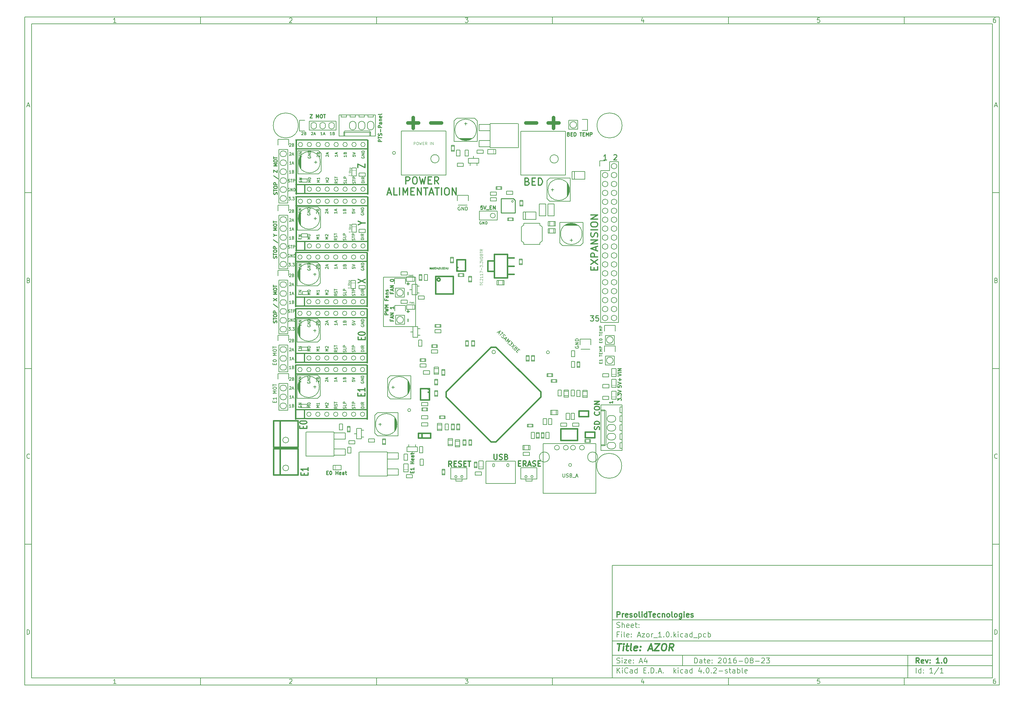
<source format=gbr>
G04 #@! TF.FileFunction,Legend,Top*
%FSLAX46Y46*%
G04 Gerber Fmt 4.6, Leading zero omitted, Abs format (unit mm)*
G04 Created by KiCad (PCBNEW 4.0.2-stable) date 05/09/2016 12:26:53*
%MOMM*%
G01*
G04 APERTURE LIST*
%ADD10C,0.150000*%
%ADD11C,0.300000*%
%ADD12C,0.400000*%
%ADD13C,0.340000*%
%ADD14C,0.250000*%
%ADD15C,0.149860*%
%ADD16C,0.350000*%
%ADD17C,1.000000*%
%ADD18C,0.304800*%
%ADD19C,0.200025*%
%ADD20C,0.200000*%
%ADD21C,0.381000*%
%ADD22C,0.127000*%
%ADD23C,0.099060*%
%ADD24C,0.203200*%
%ADD25C,0.200660*%
%ADD26C,0.152400*%
%ADD27C,0.248920*%
%ADD28C,0.375000*%
%ADD29C,0.119380*%
%ADD30C,0.124460*%
%ADD31C,0.125000*%
%ADD32C,0.131000*%
G04 APERTURE END LIST*
D10*
X177002200Y-166007200D02*
X177002200Y-198007200D01*
X285002200Y-198007200D01*
X285002200Y-166007200D01*
X177002200Y-166007200D01*
X10000000Y-10000000D02*
X10000000Y-200007200D01*
X287002200Y-200007200D01*
X287002200Y-10000000D01*
X10000000Y-10000000D01*
X12000000Y-12000000D02*
X12000000Y-198007200D01*
X285002200Y-198007200D01*
X285002200Y-12000000D01*
X12000000Y-12000000D01*
X60000000Y-12000000D02*
X60000000Y-10000000D01*
X110000000Y-12000000D02*
X110000000Y-10000000D01*
X160000000Y-12000000D02*
X160000000Y-10000000D01*
X210000000Y-12000000D02*
X210000000Y-10000000D01*
X260000000Y-12000000D02*
X260000000Y-10000000D01*
X35990476Y-11588095D02*
X35247619Y-11588095D01*
X35619048Y-11588095D02*
X35619048Y-10288095D01*
X35495238Y-10473810D01*
X35371429Y-10597619D01*
X35247619Y-10659524D01*
X85247619Y-10411905D02*
X85309524Y-10350000D01*
X85433333Y-10288095D01*
X85742857Y-10288095D01*
X85866667Y-10350000D01*
X85928571Y-10411905D01*
X85990476Y-10535714D01*
X85990476Y-10659524D01*
X85928571Y-10845238D01*
X85185714Y-11588095D01*
X85990476Y-11588095D01*
X135185714Y-10288095D02*
X135990476Y-10288095D01*
X135557143Y-10783333D01*
X135742857Y-10783333D01*
X135866667Y-10845238D01*
X135928571Y-10907143D01*
X135990476Y-11030952D01*
X135990476Y-11340476D01*
X135928571Y-11464286D01*
X135866667Y-11526190D01*
X135742857Y-11588095D01*
X135371429Y-11588095D01*
X135247619Y-11526190D01*
X135185714Y-11464286D01*
X185866667Y-10721429D02*
X185866667Y-11588095D01*
X185557143Y-10226190D02*
X185247619Y-11154762D01*
X186052381Y-11154762D01*
X235928571Y-10288095D02*
X235309524Y-10288095D01*
X235247619Y-10907143D01*
X235309524Y-10845238D01*
X235433333Y-10783333D01*
X235742857Y-10783333D01*
X235866667Y-10845238D01*
X235928571Y-10907143D01*
X235990476Y-11030952D01*
X235990476Y-11340476D01*
X235928571Y-11464286D01*
X235866667Y-11526190D01*
X235742857Y-11588095D01*
X235433333Y-11588095D01*
X235309524Y-11526190D01*
X235247619Y-11464286D01*
X285866667Y-10288095D02*
X285619048Y-10288095D01*
X285495238Y-10350000D01*
X285433333Y-10411905D01*
X285309524Y-10597619D01*
X285247619Y-10845238D01*
X285247619Y-11340476D01*
X285309524Y-11464286D01*
X285371429Y-11526190D01*
X285495238Y-11588095D01*
X285742857Y-11588095D01*
X285866667Y-11526190D01*
X285928571Y-11464286D01*
X285990476Y-11340476D01*
X285990476Y-11030952D01*
X285928571Y-10907143D01*
X285866667Y-10845238D01*
X285742857Y-10783333D01*
X285495238Y-10783333D01*
X285371429Y-10845238D01*
X285309524Y-10907143D01*
X285247619Y-11030952D01*
X60000000Y-198007200D02*
X60000000Y-200007200D01*
X110000000Y-198007200D02*
X110000000Y-200007200D01*
X160000000Y-198007200D02*
X160000000Y-200007200D01*
X210000000Y-198007200D02*
X210000000Y-200007200D01*
X260000000Y-198007200D02*
X260000000Y-200007200D01*
X35990476Y-199595295D02*
X35247619Y-199595295D01*
X35619048Y-199595295D02*
X35619048Y-198295295D01*
X35495238Y-198481010D01*
X35371429Y-198604819D01*
X35247619Y-198666724D01*
X85247619Y-198419105D02*
X85309524Y-198357200D01*
X85433333Y-198295295D01*
X85742857Y-198295295D01*
X85866667Y-198357200D01*
X85928571Y-198419105D01*
X85990476Y-198542914D01*
X85990476Y-198666724D01*
X85928571Y-198852438D01*
X85185714Y-199595295D01*
X85990476Y-199595295D01*
X135185714Y-198295295D02*
X135990476Y-198295295D01*
X135557143Y-198790533D01*
X135742857Y-198790533D01*
X135866667Y-198852438D01*
X135928571Y-198914343D01*
X135990476Y-199038152D01*
X135990476Y-199347676D01*
X135928571Y-199471486D01*
X135866667Y-199533390D01*
X135742857Y-199595295D01*
X135371429Y-199595295D01*
X135247619Y-199533390D01*
X135185714Y-199471486D01*
X185866667Y-198728629D02*
X185866667Y-199595295D01*
X185557143Y-198233390D02*
X185247619Y-199161962D01*
X186052381Y-199161962D01*
X235928571Y-198295295D02*
X235309524Y-198295295D01*
X235247619Y-198914343D01*
X235309524Y-198852438D01*
X235433333Y-198790533D01*
X235742857Y-198790533D01*
X235866667Y-198852438D01*
X235928571Y-198914343D01*
X235990476Y-199038152D01*
X235990476Y-199347676D01*
X235928571Y-199471486D01*
X235866667Y-199533390D01*
X235742857Y-199595295D01*
X235433333Y-199595295D01*
X235309524Y-199533390D01*
X235247619Y-199471486D01*
X285866667Y-198295295D02*
X285619048Y-198295295D01*
X285495238Y-198357200D01*
X285433333Y-198419105D01*
X285309524Y-198604819D01*
X285247619Y-198852438D01*
X285247619Y-199347676D01*
X285309524Y-199471486D01*
X285371429Y-199533390D01*
X285495238Y-199595295D01*
X285742857Y-199595295D01*
X285866667Y-199533390D01*
X285928571Y-199471486D01*
X285990476Y-199347676D01*
X285990476Y-199038152D01*
X285928571Y-198914343D01*
X285866667Y-198852438D01*
X285742857Y-198790533D01*
X285495238Y-198790533D01*
X285371429Y-198852438D01*
X285309524Y-198914343D01*
X285247619Y-199038152D01*
X10000000Y-60000000D02*
X12000000Y-60000000D01*
X10000000Y-110000000D02*
X12000000Y-110000000D01*
X10000000Y-160000000D02*
X12000000Y-160000000D01*
X10690476Y-35216667D02*
X11309524Y-35216667D01*
X10566667Y-35588095D02*
X11000000Y-34288095D01*
X11433333Y-35588095D01*
X11092857Y-84907143D02*
X11278571Y-84969048D01*
X11340476Y-85030952D01*
X11402381Y-85154762D01*
X11402381Y-85340476D01*
X11340476Y-85464286D01*
X11278571Y-85526190D01*
X11154762Y-85588095D01*
X10659524Y-85588095D01*
X10659524Y-84288095D01*
X11092857Y-84288095D01*
X11216667Y-84350000D01*
X11278571Y-84411905D01*
X11340476Y-84535714D01*
X11340476Y-84659524D01*
X11278571Y-84783333D01*
X11216667Y-84845238D01*
X11092857Y-84907143D01*
X10659524Y-84907143D01*
X11402381Y-135464286D02*
X11340476Y-135526190D01*
X11154762Y-135588095D01*
X11030952Y-135588095D01*
X10845238Y-135526190D01*
X10721429Y-135402381D01*
X10659524Y-135278571D01*
X10597619Y-135030952D01*
X10597619Y-134845238D01*
X10659524Y-134597619D01*
X10721429Y-134473810D01*
X10845238Y-134350000D01*
X11030952Y-134288095D01*
X11154762Y-134288095D01*
X11340476Y-134350000D01*
X11402381Y-134411905D01*
X10659524Y-185588095D02*
X10659524Y-184288095D01*
X10969048Y-184288095D01*
X11154762Y-184350000D01*
X11278571Y-184473810D01*
X11340476Y-184597619D01*
X11402381Y-184845238D01*
X11402381Y-185030952D01*
X11340476Y-185278571D01*
X11278571Y-185402381D01*
X11154762Y-185526190D01*
X10969048Y-185588095D01*
X10659524Y-185588095D01*
X287002200Y-60000000D02*
X285002200Y-60000000D01*
X287002200Y-110000000D02*
X285002200Y-110000000D01*
X287002200Y-160000000D02*
X285002200Y-160000000D01*
X285692676Y-35216667D02*
X286311724Y-35216667D01*
X285568867Y-35588095D02*
X286002200Y-34288095D01*
X286435533Y-35588095D01*
X286095057Y-84907143D02*
X286280771Y-84969048D01*
X286342676Y-85030952D01*
X286404581Y-85154762D01*
X286404581Y-85340476D01*
X286342676Y-85464286D01*
X286280771Y-85526190D01*
X286156962Y-85588095D01*
X285661724Y-85588095D01*
X285661724Y-84288095D01*
X286095057Y-84288095D01*
X286218867Y-84350000D01*
X286280771Y-84411905D01*
X286342676Y-84535714D01*
X286342676Y-84659524D01*
X286280771Y-84783333D01*
X286218867Y-84845238D01*
X286095057Y-84907143D01*
X285661724Y-84907143D01*
X286404581Y-135464286D02*
X286342676Y-135526190D01*
X286156962Y-135588095D01*
X286033152Y-135588095D01*
X285847438Y-135526190D01*
X285723629Y-135402381D01*
X285661724Y-135278571D01*
X285599819Y-135030952D01*
X285599819Y-134845238D01*
X285661724Y-134597619D01*
X285723629Y-134473810D01*
X285847438Y-134350000D01*
X286033152Y-134288095D01*
X286156962Y-134288095D01*
X286342676Y-134350000D01*
X286404581Y-134411905D01*
X285661724Y-185588095D02*
X285661724Y-184288095D01*
X285971248Y-184288095D01*
X286156962Y-184350000D01*
X286280771Y-184473810D01*
X286342676Y-184597619D01*
X286404581Y-184845238D01*
X286404581Y-185030952D01*
X286342676Y-185278571D01*
X286280771Y-185402381D01*
X286156962Y-185526190D01*
X285971248Y-185588095D01*
X285661724Y-185588095D01*
X200359343Y-193785771D02*
X200359343Y-192285771D01*
X200716486Y-192285771D01*
X200930771Y-192357200D01*
X201073629Y-192500057D01*
X201145057Y-192642914D01*
X201216486Y-192928629D01*
X201216486Y-193142914D01*
X201145057Y-193428629D01*
X201073629Y-193571486D01*
X200930771Y-193714343D01*
X200716486Y-193785771D01*
X200359343Y-193785771D01*
X202502200Y-193785771D02*
X202502200Y-193000057D01*
X202430771Y-192857200D01*
X202287914Y-192785771D01*
X202002200Y-192785771D01*
X201859343Y-192857200D01*
X202502200Y-193714343D02*
X202359343Y-193785771D01*
X202002200Y-193785771D01*
X201859343Y-193714343D01*
X201787914Y-193571486D01*
X201787914Y-193428629D01*
X201859343Y-193285771D01*
X202002200Y-193214343D01*
X202359343Y-193214343D01*
X202502200Y-193142914D01*
X203002200Y-192785771D02*
X203573629Y-192785771D01*
X203216486Y-192285771D02*
X203216486Y-193571486D01*
X203287914Y-193714343D01*
X203430772Y-193785771D01*
X203573629Y-193785771D01*
X204645057Y-193714343D02*
X204502200Y-193785771D01*
X204216486Y-193785771D01*
X204073629Y-193714343D01*
X204002200Y-193571486D01*
X204002200Y-193000057D01*
X204073629Y-192857200D01*
X204216486Y-192785771D01*
X204502200Y-192785771D01*
X204645057Y-192857200D01*
X204716486Y-193000057D01*
X204716486Y-193142914D01*
X204002200Y-193285771D01*
X205359343Y-193642914D02*
X205430771Y-193714343D01*
X205359343Y-193785771D01*
X205287914Y-193714343D01*
X205359343Y-193642914D01*
X205359343Y-193785771D01*
X205359343Y-192857200D02*
X205430771Y-192928629D01*
X205359343Y-193000057D01*
X205287914Y-192928629D01*
X205359343Y-192857200D01*
X205359343Y-193000057D01*
X207145057Y-192428629D02*
X207216486Y-192357200D01*
X207359343Y-192285771D01*
X207716486Y-192285771D01*
X207859343Y-192357200D01*
X207930772Y-192428629D01*
X208002200Y-192571486D01*
X208002200Y-192714343D01*
X207930772Y-192928629D01*
X207073629Y-193785771D01*
X208002200Y-193785771D01*
X208930771Y-192285771D02*
X209073628Y-192285771D01*
X209216485Y-192357200D01*
X209287914Y-192428629D01*
X209359343Y-192571486D01*
X209430771Y-192857200D01*
X209430771Y-193214343D01*
X209359343Y-193500057D01*
X209287914Y-193642914D01*
X209216485Y-193714343D01*
X209073628Y-193785771D01*
X208930771Y-193785771D01*
X208787914Y-193714343D01*
X208716485Y-193642914D01*
X208645057Y-193500057D01*
X208573628Y-193214343D01*
X208573628Y-192857200D01*
X208645057Y-192571486D01*
X208716485Y-192428629D01*
X208787914Y-192357200D01*
X208930771Y-192285771D01*
X210859342Y-193785771D02*
X210002199Y-193785771D01*
X210430771Y-193785771D02*
X210430771Y-192285771D01*
X210287914Y-192500057D01*
X210145056Y-192642914D01*
X210002199Y-192714343D01*
X212145056Y-192285771D02*
X211859342Y-192285771D01*
X211716485Y-192357200D01*
X211645056Y-192428629D01*
X211502199Y-192642914D01*
X211430770Y-192928629D01*
X211430770Y-193500057D01*
X211502199Y-193642914D01*
X211573627Y-193714343D01*
X211716485Y-193785771D01*
X212002199Y-193785771D01*
X212145056Y-193714343D01*
X212216485Y-193642914D01*
X212287913Y-193500057D01*
X212287913Y-193142914D01*
X212216485Y-193000057D01*
X212145056Y-192928629D01*
X212002199Y-192857200D01*
X211716485Y-192857200D01*
X211573627Y-192928629D01*
X211502199Y-193000057D01*
X211430770Y-193142914D01*
X212930770Y-193214343D02*
X214073627Y-193214343D01*
X215073627Y-192285771D02*
X215216484Y-192285771D01*
X215359341Y-192357200D01*
X215430770Y-192428629D01*
X215502199Y-192571486D01*
X215573627Y-192857200D01*
X215573627Y-193214343D01*
X215502199Y-193500057D01*
X215430770Y-193642914D01*
X215359341Y-193714343D01*
X215216484Y-193785771D01*
X215073627Y-193785771D01*
X214930770Y-193714343D01*
X214859341Y-193642914D01*
X214787913Y-193500057D01*
X214716484Y-193214343D01*
X214716484Y-192857200D01*
X214787913Y-192571486D01*
X214859341Y-192428629D01*
X214930770Y-192357200D01*
X215073627Y-192285771D01*
X216430770Y-192928629D02*
X216287912Y-192857200D01*
X216216484Y-192785771D01*
X216145055Y-192642914D01*
X216145055Y-192571486D01*
X216216484Y-192428629D01*
X216287912Y-192357200D01*
X216430770Y-192285771D01*
X216716484Y-192285771D01*
X216859341Y-192357200D01*
X216930770Y-192428629D01*
X217002198Y-192571486D01*
X217002198Y-192642914D01*
X216930770Y-192785771D01*
X216859341Y-192857200D01*
X216716484Y-192928629D01*
X216430770Y-192928629D01*
X216287912Y-193000057D01*
X216216484Y-193071486D01*
X216145055Y-193214343D01*
X216145055Y-193500057D01*
X216216484Y-193642914D01*
X216287912Y-193714343D01*
X216430770Y-193785771D01*
X216716484Y-193785771D01*
X216859341Y-193714343D01*
X216930770Y-193642914D01*
X217002198Y-193500057D01*
X217002198Y-193214343D01*
X216930770Y-193071486D01*
X216859341Y-193000057D01*
X216716484Y-192928629D01*
X217645055Y-193214343D02*
X218787912Y-193214343D01*
X219430769Y-192428629D02*
X219502198Y-192357200D01*
X219645055Y-192285771D01*
X220002198Y-192285771D01*
X220145055Y-192357200D01*
X220216484Y-192428629D01*
X220287912Y-192571486D01*
X220287912Y-192714343D01*
X220216484Y-192928629D01*
X219359341Y-193785771D01*
X220287912Y-193785771D01*
X220787912Y-192285771D02*
X221716483Y-192285771D01*
X221216483Y-192857200D01*
X221430769Y-192857200D01*
X221573626Y-192928629D01*
X221645055Y-193000057D01*
X221716483Y-193142914D01*
X221716483Y-193500057D01*
X221645055Y-193642914D01*
X221573626Y-193714343D01*
X221430769Y-193785771D01*
X221002197Y-193785771D01*
X220859340Y-193714343D01*
X220787912Y-193642914D01*
X177002200Y-194507200D02*
X285002200Y-194507200D01*
X178359343Y-196585771D02*
X178359343Y-195085771D01*
X179216486Y-196585771D02*
X178573629Y-195728629D01*
X179216486Y-195085771D02*
X178359343Y-195942914D01*
X179859343Y-196585771D02*
X179859343Y-195585771D01*
X179859343Y-195085771D02*
X179787914Y-195157200D01*
X179859343Y-195228629D01*
X179930771Y-195157200D01*
X179859343Y-195085771D01*
X179859343Y-195228629D01*
X181430772Y-196442914D02*
X181359343Y-196514343D01*
X181145057Y-196585771D01*
X181002200Y-196585771D01*
X180787915Y-196514343D01*
X180645057Y-196371486D01*
X180573629Y-196228629D01*
X180502200Y-195942914D01*
X180502200Y-195728629D01*
X180573629Y-195442914D01*
X180645057Y-195300057D01*
X180787915Y-195157200D01*
X181002200Y-195085771D01*
X181145057Y-195085771D01*
X181359343Y-195157200D01*
X181430772Y-195228629D01*
X182716486Y-196585771D02*
X182716486Y-195800057D01*
X182645057Y-195657200D01*
X182502200Y-195585771D01*
X182216486Y-195585771D01*
X182073629Y-195657200D01*
X182716486Y-196514343D02*
X182573629Y-196585771D01*
X182216486Y-196585771D01*
X182073629Y-196514343D01*
X182002200Y-196371486D01*
X182002200Y-196228629D01*
X182073629Y-196085771D01*
X182216486Y-196014343D01*
X182573629Y-196014343D01*
X182716486Y-195942914D01*
X184073629Y-196585771D02*
X184073629Y-195085771D01*
X184073629Y-196514343D02*
X183930772Y-196585771D01*
X183645058Y-196585771D01*
X183502200Y-196514343D01*
X183430772Y-196442914D01*
X183359343Y-196300057D01*
X183359343Y-195871486D01*
X183430772Y-195728629D01*
X183502200Y-195657200D01*
X183645058Y-195585771D01*
X183930772Y-195585771D01*
X184073629Y-195657200D01*
X185930772Y-195800057D02*
X186430772Y-195800057D01*
X186645058Y-196585771D02*
X185930772Y-196585771D01*
X185930772Y-195085771D01*
X186645058Y-195085771D01*
X187287915Y-196442914D02*
X187359343Y-196514343D01*
X187287915Y-196585771D01*
X187216486Y-196514343D01*
X187287915Y-196442914D01*
X187287915Y-196585771D01*
X188002201Y-196585771D02*
X188002201Y-195085771D01*
X188359344Y-195085771D01*
X188573629Y-195157200D01*
X188716487Y-195300057D01*
X188787915Y-195442914D01*
X188859344Y-195728629D01*
X188859344Y-195942914D01*
X188787915Y-196228629D01*
X188716487Y-196371486D01*
X188573629Y-196514343D01*
X188359344Y-196585771D01*
X188002201Y-196585771D01*
X189502201Y-196442914D02*
X189573629Y-196514343D01*
X189502201Y-196585771D01*
X189430772Y-196514343D01*
X189502201Y-196442914D01*
X189502201Y-196585771D01*
X190145058Y-196157200D02*
X190859344Y-196157200D01*
X190002201Y-196585771D02*
X190502201Y-195085771D01*
X191002201Y-196585771D01*
X191502201Y-196442914D02*
X191573629Y-196514343D01*
X191502201Y-196585771D01*
X191430772Y-196514343D01*
X191502201Y-196442914D01*
X191502201Y-196585771D01*
X194502201Y-196585771D02*
X194502201Y-195085771D01*
X194645058Y-196014343D02*
X195073629Y-196585771D01*
X195073629Y-195585771D02*
X194502201Y-196157200D01*
X195716487Y-196585771D02*
X195716487Y-195585771D01*
X195716487Y-195085771D02*
X195645058Y-195157200D01*
X195716487Y-195228629D01*
X195787915Y-195157200D01*
X195716487Y-195085771D01*
X195716487Y-195228629D01*
X197073630Y-196514343D02*
X196930773Y-196585771D01*
X196645059Y-196585771D01*
X196502201Y-196514343D01*
X196430773Y-196442914D01*
X196359344Y-196300057D01*
X196359344Y-195871486D01*
X196430773Y-195728629D01*
X196502201Y-195657200D01*
X196645059Y-195585771D01*
X196930773Y-195585771D01*
X197073630Y-195657200D01*
X198359344Y-196585771D02*
X198359344Y-195800057D01*
X198287915Y-195657200D01*
X198145058Y-195585771D01*
X197859344Y-195585771D01*
X197716487Y-195657200D01*
X198359344Y-196514343D02*
X198216487Y-196585771D01*
X197859344Y-196585771D01*
X197716487Y-196514343D01*
X197645058Y-196371486D01*
X197645058Y-196228629D01*
X197716487Y-196085771D01*
X197859344Y-196014343D01*
X198216487Y-196014343D01*
X198359344Y-195942914D01*
X199716487Y-196585771D02*
X199716487Y-195085771D01*
X199716487Y-196514343D02*
X199573630Y-196585771D01*
X199287916Y-196585771D01*
X199145058Y-196514343D01*
X199073630Y-196442914D01*
X199002201Y-196300057D01*
X199002201Y-195871486D01*
X199073630Y-195728629D01*
X199145058Y-195657200D01*
X199287916Y-195585771D01*
X199573630Y-195585771D01*
X199716487Y-195657200D01*
X202216487Y-195585771D02*
X202216487Y-196585771D01*
X201859344Y-195014343D02*
X201502201Y-196085771D01*
X202430773Y-196085771D01*
X203002201Y-196442914D02*
X203073629Y-196514343D01*
X203002201Y-196585771D01*
X202930772Y-196514343D01*
X203002201Y-196442914D01*
X203002201Y-196585771D01*
X204002201Y-195085771D02*
X204145058Y-195085771D01*
X204287915Y-195157200D01*
X204359344Y-195228629D01*
X204430773Y-195371486D01*
X204502201Y-195657200D01*
X204502201Y-196014343D01*
X204430773Y-196300057D01*
X204359344Y-196442914D01*
X204287915Y-196514343D01*
X204145058Y-196585771D01*
X204002201Y-196585771D01*
X203859344Y-196514343D01*
X203787915Y-196442914D01*
X203716487Y-196300057D01*
X203645058Y-196014343D01*
X203645058Y-195657200D01*
X203716487Y-195371486D01*
X203787915Y-195228629D01*
X203859344Y-195157200D01*
X204002201Y-195085771D01*
X205145058Y-196442914D02*
X205216486Y-196514343D01*
X205145058Y-196585771D01*
X205073629Y-196514343D01*
X205145058Y-196442914D01*
X205145058Y-196585771D01*
X205787915Y-195228629D02*
X205859344Y-195157200D01*
X206002201Y-195085771D01*
X206359344Y-195085771D01*
X206502201Y-195157200D01*
X206573630Y-195228629D01*
X206645058Y-195371486D01*
X206645058Y-195514343D01*
X206573630Y-195728629D01*
X205716487Y-196585771D01*
X206645058Y-196585771D01*
X207287915Y-196014343D02*
X208430772Y-196014343D01*
X209073629Y-196514343D02*
X209216486Y-196585771D01*
X209502201Y-196585771D01*
X209645058Y-196514343D01*
X209716486Y-196371486D01*
X209716486Y-196300057D01*
X209645058Y-196157200D01*
X209502201Y-196085771D01*
X209287915Y-196085771D01*
X209145058Y-196014343D01*
X209073629Y-195871486D01*
X209073629Y-195800057D01*
X209145058Y-195657200D01*
X209287915Y-195585771D01*
X209502201Y-195585771D01*
X209645058Y-195657200D01*
X210145058Y-195585771D02*
X210716487Y-195585771D01*
X210359344Y-195085771D02*
X210359344Y-196371486D01*
X210430772Y-196514343D01*
X210573630Y-196585771D01*
X210716487Y-196585771D01*
X211859344Y-196585771D02*
X211859344Y-195800057D01*
X211787915Y-195657200D01*
X211645058Y-195585771D01*
X211359344Y-195585771D01*
X211216487Y-195657200D01*
X211859344Y-196514343D02*
X211716487Y-196585771D01*
X211359344Y-196585771D01*
X211216487Y-196514343D01*
X211145058Y-196371486D01*
X211145058Y-196228629D01*
X211216487Y-196085771D01*
X211359344Y-196014343D01*
X211716487Y-196014343D01*
X211859344Y-195942914D01*
X212573630Y-196585771D02*
X212573630Y-195085771D01*
X212573630Y-195657200D02*
X212716487Y-195585771D01*
X213002201Y-195585771D01*
X213145058Y-195657200D01*
X213216487Y-195728629D01*
X213287916Y-195871486D01*
X213287916Y-196300057D01*
X213216487Y-196442914D01*
X213145058Y-196514343D01*
X213002201Y-196585771D01*
X212716487Y-196585771D01*
X212573630Y-196514343D01*
X214145059Y-196585771D02*
X214002201Y-196514343D01*
X213930773Y-196371486D01*
X213930773Y-195085771D01*
X215287915Y-196514343D02*
X215145058Y-196585771D01*
X214859344Y-196585771D01*
X214716487Y-196514343D01*
X214645058Y-196371486D01*
X214645058Y-195800057D01*
X214716487Y-195657200D01*
X214859344Y-195585771D01*
X215145058Y-195585771D01*
X215287915Y-195657200D01*
X215359344Y-195800057D01*
X215359344Y-195942914D01*
X214645058Y-196085771D01*
X177002200Y-191507200D02*
X285002200Y-191507200D01*
D11*
X264216486Y-193785771D02*
X263716486Y-193071486D01*
X263359343Y-193785771D02*
X263359343Y-192285771D01*
X263930771Y-192285771D01*
X264073629Y-192357200D01*
X264145057Y-192428629D01*
X264216486Y-192571486D01*
X264216486Y-192785771D01*
X264145057Y-192928629D01*
X264073629Y-193000057D01*
X263930771Y-193071486D01*
X263359343Y-193071486D01*
X265430771Y-193714343D02*
X265287914Y-193785771D01*
X265002200Y-193785771D01*
X264859343Y-193714343D01*
X264787914Y-193571486D01*
X264787914Y-193000057D01*
X264859343Y-192857200D01*
X265002200Y-192785771D01*
X265287914Y-192785771D01*
X265430771Y-192857200D01*
X265502200Y-193000057D01*
X265502200Y-193142914D01*
X264787914Y-193285771D01*
X266002200Y-192785771D02*
X266359343Y-193785771D01*
X266716485Y-192785771D01*
X267287914Y-193642914D02*
X267359342Y-193714343D01*
X267287914Y-193785771D01*
X267216485Y-193714343D01*
X267287914Y-193642914D01*
X267287914Y-193785771D01*
X267287914Y-192857200D02*
X267359342Y-192928629D01*
X267287914Y-193000057D01*
X267216485Y-192928629D01*
X267287914Y-192857200D01*
X267287914Y-193000057D01*
X269930771Y-193785771D02*
X269073628Y-193785771D01*
X269502200Y-193785771D02*
X269502200Y-192285771D01*
X269359343Y-192500057D01*
X269216485Y-192642914D01*
X269073628Y-192714343D01*
X270573628Y-193642914D02*
X270645056Y-193714343D01*
X270573628Y-193785771D01*
X270502199Y-193714343D01*
X270573628Y-193642914D01*
X270573628Y-193785771D01*
X271573628Y-192285771D02*
X271716485Y-192285771D01*
X271859342Y-192357200D01*
X271930771Y-192428629D01*
X272002200Y-192571486D01*
X272073628Y-192857200D01*
X272073628Y-193214343D01*
X272002200Y-193500057D01*
X271930771Y-193642914D01*
X271859342Y-193714343D01*
X271716485Y-193785771D01*
X271573628Y-193785771D01*
X271430771Y-193714343D01*
X271359342Y-193642914D01*
X271287914Y-193500057D01*
X271216485Y-193214343D01*
X271216485Y-192857200D01*
X271287914Y-192571486D01*
X271359342Y-192428629D01*
X271430771Y-192357200D01*
X271573628Y-192285771D01*
D10*
X178287914Y-193714343D02*
X178502200Y-193785771D01*
X178859343Y-193785771D01*
X179002200Y-193714343D01*
X179073629Y-193642914D01*
X179145057Y-193500057D01*
X179145057Y-193357200D01*
X179073629Y-193214343D01*
X179002200Y-193142914D01*
X178859343Y-193071486D01*
X178573629Y-193000057D01*
X178430771Y-192928629D01*
X178359343Y-192857200D01*
X178287914Y-192714343D01*
X178287914Y-192571486D01*
X178359343Y-192428629D01*
X178430771Y-192357200D01*
X178573629Y-192285771D01*
X178930771Y-192285771D01*
X179145057Y-192357200D01*
X179787914Y-193785771D02*
X179787914Y-192785771D01*
X179787914Y-192285771D02*
X179716485Y-192357200D01*
X179787914Y-192428629D01*
X179859342Y-192357200D01*
X179787914Y-192285771D01*
X179787914Y-192428629D01*
X180359343Y-192785771D02*
X181145057Y-192785771D01*
X180359343Y-193785771D01*
X181145057Y-193785771D01*
X182287914Y-193714343D02*
X182145057Y-193785771D01*
X181859343Y-193785771D01*
X181716486Y-193714343D01*
X181645057Y-193571486D01*
X181645057Y-193000057D01*
X181716486Y-192857200D01*
X181859343Y-192785771D01*
X182145057Y-192785771D01*
X182287914Y-192857200D01*
X182359343Y-193000057D01*
X182359343Y-193142914D01*
X181645057Y-193285771D01*
X183002200Y-193642914D02*
X183073628Y-193714343D01*
X183002200Y-193785771D01*
X182930771Y-193714343D01*
X183002200Y-193642914D01*
X183002200Y-193785771D01*
X183002200Y-192857200D02*
X183073628Y-192928629D01*
X183002200Y-193000057D01*
X182930771Y-192928629D01*
X183002200Y-192857200D01*
X183002200Y-193000057D01*
X184787914Y-193357200D02*
X185502200Y-193357200D01*
X184645057Y-193785771D02*
X185145057Y-192285771D01*
X185645057Y-193785771D01*
X186787914Y-192785771D02*
X186787914Y-193785771D01*
X186430771Y-192214343D02*
X186073628Y-193285771D01*
X187002200Y-193285771D01*
X263359343Y-196585771D02*
X263359343Y-195085771D01*
X264716486Y-196585771D02*
X264716486Y-195085771D01*
X264716486Y-196514343D02*
X264573629Y-196585771D01*
X264287915Y-196585771D01*
X264145057Y-196514343D01*
X264073629Y-196442914D01*
X264002200Y-196300057D01*
X264002200Y-195871486D01*
X264073629Y-195728629D01*
X264145057Y-195657200D01*
X264287915Y-195585771D01*
X264573629Y-195585771D01*
X264716486Y-195657200D01*
X265430772Y-196442914D02*
X265502200Y-196514343D01*
X265430772Y-196585771D01*
X265359343Y-196514343D01*
X265430772Y-196442914D01*
X265430772Y-196585771D01*
X265430772Y-195657200D02*
X265502200Y-195728629D01*
X265430772Y-195800057D01*
X265359343Y-195728629D01*
X265430772Y-195657200D01*
X265430772Y-195800057D01*
X268073629Y-196585771D02*
X267216486Y-196585771D01*
X267645058Y-196585771D02*
X267645058Y-195085771D01*
X267502201Y-195300057D01*
X267359343Y-195442914D01*
X267216486Y-195514343D01*
X269787914Y-195014343D02*
X268502200Y-196942914D01*
X271073629Y-196585771D02*
X270216486Y-196585771D01*
X270645058Y-196585771D02*
X270645058Y-195085771D01*
X270502201Y-195300057D01*
X270359343Y-195442914D01*
X270216486Y-195514343D01*
X177002200Y-187507200D02*
X285002200Y-187507200D01*
D12*
X178454581Y-188211962D02*
X179597438Y-188211962D01*
X178776010Y-190211962D02*
X179026010Y-188211962D01*
X180014105Y-190211962D02*
X180180771Y-188878629D01*
X180264105Y-188211962D02*
X180156962Y-188307200D01*
X180240295Y-188402438D01*
X180347439Y-188307200D01*
X180264105Y-188211962D01*
X180240295Y-188402438D01*
X180847438Y-188878629D02*
X181609343Y-188878629D01*
X181216486Y-188211962D02*
X181002200Y-189926248D01*
X181073630Y-190116724D01*
X181252201Y-190211962D01*
X181442677Y-190211962D01*
X182395058Y-190211962D02*
X182216487Y-190116724D01*
X182145057Y-189926248D01*
X182359343Y-188211962D01*
X183930772Y-190116724D02*
X183728391Y-190211962D01*
X183347439Y-190211962D01*
X183168867Y-190116724D01*
X183097438Y-189926248D01*
X183192676Y-189164343D01*
X183311724Y-188973867D01*
X183514105Y-188878629D01*
X183895057Y-188878629D01*
X184073629Y-188973867D01*
X184145057Y-189164343D01*
X184121248Y-189354819D01*
X183145057Y-189545295D01*
X184895057Y-190021486D02*
X184978392Y-190116724D01*
X184871248Y-190211962D01*
X184787915Y-190116724D01*
X184895057Y-190021486D01*
X184871248Y-190211962D01*
X185026010Y-188973867D02*
X185109344Y-189069105D01*
X185002200Y-189164343D01*
X184918867Y-189069105D01*
X185026010Y-188973867D01*
X185002200Y-189164343D01*
X187323629Y-189640533D02*
X188276010Y-189640533D01*
X187061725Y-190211962D02*
X187978392Y-188211962D01*
X188395059Y-190211962D01*
X189121249Y-188211962D02*
X190454583Y-188211962D01*
X188871249Y-190211962D01*
X190204583Y-190211962D01*
X191597440Y-188211962D02*
X191978392Y-188211962D01*
X192156963Y-188307200D01*
X192323631Y-188497676D01*
X192371249Y-188878629D01*
X192287916Y-189545295D01*
X192145059Y-189926248D01*
X191930773Y-190116724D01*
X191728392Y-190211962D01*
X191347440Y-190211962D01*
X191168869Y-190116724D01*
X191002201Y-189926248D01*
X190954582Y-189545295D01*
X191037915Y-188878629D01*
X191180773Y-188497676D01*
X191395059Y-188307200D01*
X191597440Y-188211962D01*
X194204583Y-190211962D02*
X193656963Y-189259581D01*
X193061725Y-190211962D02*
X193311725Y-188211962D01*
X194073630Y-188211962D01*
X194252201Y-188307200D01*
X194335535Y-188402438D01*
X194406964Y-188592914D01*
X194371249Y-188878629D01*
X194252202Y-189069105D01*
X194145058Y-189164343D01*
X193942677Y-189259581D01*
X193180772Y-189259581D01*
D10*
X178859343Y-185600057D02*
X178359343Y-185600057D01*
X178359343Y-186385771D02*
X178359343Y-184885771D01*
X179073629Y-184885771D01*
X179645057Y-186385771D02*
X179645057Y-185385771D01*
X179645057Y-184885771D02*
X179573628Y-184957200D01*
X179645057Y-185028629D01*
X179716485Y-184957200D01*
X179645057Y-184885771D01*
X179645057Y-185028629D01*
X180573629Y-186385771D02*
X180430771Y-186314343D01*
X180359343Y-186171486D01*
X180359343Y-184885771D01*
X181716485Y-186314343D02*
X181573628Y-186385771D01*
X181287914Y-186385771D01*
X181145057Y-186314343D01*
X181073628Y-186171486D01*
X181073628Y-185600057D01*
X181145057Y-185457200D01*
X181287914Y-185385771D01*
X181573628Y-185385771D01*
X181716485Y-185457200D01*
X181787914Y-185600057D01*
X181787914Y-185742914D01*
X181073628Y-185885771D01*
X182430771Y-186242914D02*
X182502199Y-186314343D01*
X182430771Y-186385771D01*
X182359342Y-186314343D01*
X182430771Y-186242914D01*
X182430771Y-186385771D01*
X182430771Y-185457200D02*
X182502199Y-185528629D01*
X182430771Y-185600057D01*
X182359342Y-185528629D01*
X182430771Y-185457200D01*
X182430771Y-185600057D01*
X184216485Y-185957200D02*
X184930771Y-185957200D01*
X184073628Y-186385771D02*
X184573628Y-184885771D01*
X185073628Y-186385771D01*
X185430771Y-185385771D02*
X186216485Y-185385771D01*
X185430771Y-186385771D01*
X186216485Y-186385771D01*
X187002200Y-186385771D02*
X186859342Y-186314343D01*
X186787914Y-186242914D01*
X186716485Y-186100057D01*
X186716485Y-185671486D01*
X186787914Y-185528629D01*
X186859342Y-185457200D01*
X187002200Y-185385771D01*
X187216485Y-185385771D01*
X187359342Y-185457200D01*
X187430771Y-185528629D01*
X187502200Y-185671486D01*
X187502200Y-186100057D01*
X187430771Y-186242914D01*
X187359342Y-186314343D01*
X187216485Y-186385771D01*
X187002200Y-186385771D01*
X188145057Y-186385771D02*
X188145057Y-185385771D01*
X188145057Y-185671486D02*
X188216485Y-185528629D01*
X188287914Y-185457200D01*
X188430771Y-185385771D01*
X188573628Y-185385771D01*
X188716485Y-186528629D02*
X189859342Y-186528629D01*
X191002199Y-186385771D02*
X190145056Y-186385771D01*
X190573628Y-186385771D02*
X190573628Y-184885771D01*
X190430771Y-185100057D01*
X190287913Y-185242914D01*
X190145056Y-185314343D01*
X191645056Y-186242914D02*
X191716484Y-186314343D01*
X191645056Y-186385771D01*
X191573627Y-186314343D01*
X191645056Y-186242914D01*
X191645056Y-186385771D01*
X192645056Y-184885771D02*
X192787913Y-184885771D01*
X192930770Y-184957200D01*
X193002199Y-185028629D01*
X193073628Y-185171486D01*
X193145056Y-185457200D01*
X193145056Y-185814343D01*
X193073628Y-186100057D01*
X193002199Y-186242914D01*
X192930770Y-186314343D01*
X192787913Y-186385771D01*
X192645056Y-186385771D01*
X192502199Y-186314343D01*
X192430770Y-186242914D01*
X192359342Y-186100057D01*
X192287913Y-185814343D01*
X192287913Y-185457200D01*
X192359342Y-185171486D01*
X192430770Y-185028629D01*
X192502199Y-184957200D01*
X192645056Y-184885771D01*
X193787913Y-186242914D02*
X193859341Y-186314343D01*
X193787913Y-186385771D01*
X193716484Y-186314343D01*
X193787913Y-186242914D01*
X193787913Y-186385771D01*
X194502199Y-186385771D02*
X194502199Y-184885771D01*
X194645056Y-185814343D02*
X195073627Y-186385771D01*
X195073627Y-185385771D02*
X194502199Y-185957200D01*
X195716485Y-186385771D02*
X195716485Y-185385771D01*
X195716485Y-184885771D02*
X195645056Y-184957200D01*
X195716485Y-185028629D01*
X195787913Y-184957200D01*
X195716485Y-184885771D01*
X195716485Y-185028629D01*
X197073628Y-186314343D02*
X196930771Y-186385771D01*
X196645057Y-186385771D01*
X196502199Y-186314343D01*
X196430771Y-186242914D01*
X196359342Y-186100057D01*
X196359342Y-185671486D01*
X196430771Y-185528629D01*
X196502199Y-185457200D01*
X196645057Y-185385771D01*
X196930771Y-185385771D01*
X197073628Y-185457200D01*
X198359342Y-186385771D02*
X198359342Y-185600057D01*
X198287913Y-185457200D01*
X198145056Y-185385771D01*
X197859342Y-185385771D01*
X197716485Y-185457200D01*
X198359342Y-186314343D02*
X198216485Y-186385771D01*
X197859342Y-186385771D01*
X197716485Y-186314343D01*
X197645056Y-186171486D01*
X197645056Y-186028629D01*
X197716485Y-185885771D01*
X197859342Y-185814343D01*
X198216485Y-185814343D01*
X198359342Y-185742914D01*
X199716485Y-186385771D02*
X199716485Y-184885771D01*
X199716485Y-186314343D02*
X199573628Y-186385771D01*
X199287914Y-186385771D01*
X199145056Y-186314343D01*
X199073628Y-186242914D01*
X199002199Y-186100057D01*
X199002199Y-185671486D01*
X199073628Y-185528629D01*
X199145056Y-185457200D01*
X199287914Y-185385771D01*
X199573628Y-185385771D01*
X199716485Y-185457200D01*
X200073628Y-186528629D02*
X201216485Y-186528629D01*
X201573628Y-185385771D02*
X201573628Y-186885771D01*
X201573628Y-185457200D02*
X201716485Y-185385771D01*
X202002199Y-185385771D01*
X202145056Y-185457200D01*
X202216485Y-185528629D01*
X202287914Y-185671486D01*
X202287914Y-186100057D01*
X202216485Y-186242914D01*
X202145056Y-186314343D01*
X202002199Y-186385771D01*
X201716485Y-186385771D01*
X201573628Y-186314343D01*
X203573628Y-186314343D02*
X203430771Y-186385771D01*
X203145057Y-186385771D01*
X203002199Y-186314343D01*
X202930771Y-186242914D01*
X202859342Y-186100057D01*
X202859342Y-185671486D01*
X202930771Y-185528629D01*
X203002199Y-185457200D01*
X203145057Y-185385771D01*
X203430771Y-185385771D01*
X203573628Y-185457200D01*
X204216485Y-186385771D02*
X204216485Y-184885771D01*
X204216485Y-185457200D02*
X204359342Y-185385771D01*
X204645056Y-185385771D01*
X204787913Y-185457200D01*
X204859342Y-185528629D01*
X204930771Y-185671486D01*
X204930771Y-186100057D01*
X204859342Y-186242914D01*
X204787913Y-186314343D01*
X204645056Y-186385771D01*
X204359342Y-186385771D01*
X204216485Y-186314343D01*
X177002200Y-181507200D02*
X285002200Y-181507200D01*
X178287914Y-183614343D02*
X178502200Y-183685771D01*
X178859343Y-183685771D01*
X179002200Y-183614343D01*
X179073629Y-183542914D01*
X179145057Y-183400057D01*
X179145057Y-183257200D01*
X179073629Y-183114343D01*
X179002200Y-183042914D01*
X178859343Y-182971486D01*
X178573629Y-182900057D01*
X178430771Y-182828629D01*
X178359343Y-182757200D01*
X178287914Y-182614343D01*
X178287914Y-182471486D01*
X178359343Y-182328629D01*
X178430771Y-182257200D01*
X178573629Y-182185771D01*
X178930771Y-182185771D01*
X179145057Y-182257200D01*
X179787914Y-183685771D02*
X179787914Y-182185771D01*
X180430771Y-183685771D02*
X180430771Y-182900057D01*
X180359342Y-182757200D01*
X180216485Y-182685771D01*
X180002200Y-182685771D01*
X179859342Y-182757200D01*
X179787914Y-182828629D01*
X181716485Y-183614343D02*
X181573628Y-183685771D01*
X181287914Y-183685771D01*
X181145057Y-183614343D01*
X181073628Y-183471486D01*
X181073628Y-182900057D01*
X181145057Y-182757200D01*
X181287914Y-182685771D01*
X181573628Y-182685771D01*
X181716485Y-182757200D01*
X181787914Y-182900057D01*
X181787914Y-183042914D01*
X181073628Y-183185771D01*
X183002199Y-183614343D02*
X182859342Y-183685771D01*
X182573628Y-183685771D01*
X182430771Y-183614343D01*
X182359342Y-183471486D01*
X182359342Y-182900057D01*
X182430771Y-182757200D01*
X182573628Y-182685771D01*
X182859342Y-182685771D01*
X183002199Y-182757200D01*
X183073628Y-182900057D01*
X183073628Y-183042914D01*
X182359342Y-183185771D01*
X183502199Y-182685771D02*
X184073628Y-182685771D01*
X183716485Y-182185771D02*
X183716485Y-183471486D01*
X183787913Y-183614343D01*
X183930771Y-183685771D01*
X184073628Y-183685771D01*
X184573628Y-183542914D02*
X184645056Y-183614343D01*
X184573628Y-183685771D01*
X184502199Y-183614343D01*
X184573628Y-183542914D01*
X184573628Y-183685771D01*
X184573628Y-182757200D02*
X184645056Y-182828629D01*
X184573628Y-182900057D01*
X184502199Y-182828629D01*
X184573628Y-182757200D01*
X184573628Y-182900057D01*
D11*
X178359343Y-180685771D02*
X178359343Y-179185771D01*
X178930771Y-179185771D01*
X179073629Y-179257200D01*
X179145057Y-179328629D01*
X179216486Y-179471486D01*
X179216486Y-179685771D01*
X179145057Y-179828629D01*
X179073629Y-179900057D01*
X178930771Y-179971486D01*
X178359343Y-179971486D01*
X179859343Y-180685771D02*
X179859343Y-179685771D01*
X179859343Y-179971486D02*
X179930771Y-179828629D01*
X180002200Y-179757200D01*
X180145057Y-179685771D01*
X180287914Y-179685771D01*
X181359342Y-180614343D02*
X181216485Y-180685771D01*
X180930771Y-180685771D01*
X180787914Y-180614343D01*
X180716485Y-180471486D01*
X180716485Y-179900057D01*
X180787914Y-179757200D01*
X180930771Y-179685771D01*
X181216485Y-179685771D01*
X181359342Y-179757200D01*
X181430771Y-179900057D01*
X181430771Y-180042914D01*
X180716485Y-180185771D01*
X182002199Y-180614343D02*
X182145056Y-180685771D01*
X182430771Y-180685771D01*
X182573628Y-180614343D01*
X182645056Y-180471486D01*
X182645056Y-180400057D01*
X182573628Y-180257200D01*
X182430771Y-180185771D01*
X182216485Y-180185771D01*
X182073628Y-180114343D01*
X182002199Y-179971486D01*
X182002199Y-179900057D01*
X182073628Y-179757200D01*
X182216485Y-179685771D01*
X182430771Y-179685771D01*
X182573628Y-179757200D01*
X183502200Y-180685771D02*
X183359342Y-180614343D01*
X183287914Y-180542914D01*
X183216485Y-180400057D01*
X183216485Y-179971486D01*
X183287914Y-179828629D01*
X183359342Y-179757200D01*
X183502200Y-179685771D01*
X183716485Y-179685771D01*
X183859342Y-179757200D01*
X183930771Y-179828629D01*
X184002200Y-179971486D01*
X184002200Y-180400057D01*
X183930771Y-180542914D01*
X183859342Y-180614343D01*
X183716485Y-180685771D01*
X183502200Y-180685771D01*
X184859343Y-180685771D02*
X184716485Y-180614343D01*
X184645057Y-180471486D01*
X184645057Y-179185771D01*
X185430771Y-180685771D02*
X185430771Y-179685771D01*
X185430771Y-179185771D02*
X185359342Y-179257200D01*
X185430771Y-179328629D01*
X185502199Y-179257200D01*
X185430771Y-179185771D01*
X185430771Y-179328629D01*
X186787914Y-180685771D02*
X186787914Y-179185771D01*
X186787914Y-180614343D02*
X186645057Y-180685771D01*
X186359343Y-180685771D01*
X186216485Y-180614343D01*
X186145057Y-180542914D01*
X186073628Y-180400057D01*
X186073628Y-179971486D01*
X186145057Y-179828629D01*
X186216485Y-179757200D01*
X186359343Y-179685771D01*
X186645057Y-179685771D01*
X186787914Y-179757200D01*
X187287914Y-179185771D02*
X188145057Y-179185771D01*
X187716486Y-180685771D02*
X187716486Y-179185771D01*
X189216485Y-180614343D02*
X189073628Y-180685771D01*
X188787914Y-180685771D01*
X188645057Y-180614343D01*
X188573628Y-180471486D01*
X188573628Y-179900057D01*
X188645057Y-179757200D01*
X188787914Y-179685771D01*
X189073628Y-179685771D01*
X189216485Y-179757200D01*
X189287914Y-179900057D01*
X189287914Y-180042914D01*
X188573628Y-180185771D01*
X190573628Y-180614343D02*
X190430771Y-180685771D01*
X190145057Y-180685771D01*
X190002199Y-180614343D01*
X189930771Y-180542914D01*
X189859342Y-180400057D01*
X189859342Y-179971486D01*
X189930771Y-179828629D01*
X190002199Y-179757200D01*
X190145057Y-179685771D01*
X190430771Y-179685771D01*
X190573628Y-179757200D01*
X191216485Y-179685771D02*
X191216485Y-180685771D01*
X191216485Y-179828629D02*
X191287913Y-179757200D01*
X191430771Y-179685771D01*
X191645056Y-179685771D01*
X191787913Y-179757200D01*
X191859342Y-179900057D01*
X191859342Y-180685771D01*
X192787914Y-180685771D02*
X192645056Y-180614343D01*
X192573628Y-180542914D01*
X192502199Y-180400057D01*
X192502199Y-179971486D01*
X192573628Y-179828629D01*
X192645056Y-179757200D01*
X192787914Y-179685771D01*
X193002199Y-179685771D01*
X193145056Y-179757200D01*
X193216485Y-179828629D01*
X193287914Y-179971486D01*
X193287914Y-180400057D01*
X193216485Y-180542914D01*
X193145056Y-180614343D01*
X193002199Y-180685771D01*
X192787914Y-180685771D01*
X194145057Y-180685771D02*
X194002199Y-180614343D01*
X193930771Y-180471486D01*
X193930771Y-179185771D01*
X194930771Y-180685771D02*
X194787913Y-180614343D01*
X194716485Y-180542914D01*
X194645056Y-180400057D01*
X194645056Y-179971486D01*
X194716485Y-179828629D01*
X194787913Y-179757200D01*
X194930771Y-179685771D01*
X195145056Y-179685771D01*
X195287913Y-179757200D01*
X195359342Y-179828629D01*
X195430771Y-179971486D01*
X195430771Y-180400057D01*
X195359342Y-180542914D01*
X195287913Y-180614343D01*
X195145056Y-180685771D01*
X194930771Y-180685771D01*
X196716485Y-179685771D02*
X196716485Y-180900057D01*
X196645056Y-181042914D01*
X196573628Y-181114343D01*
X196430771Y-181185771D01*
X196216485Y-181185771D01*
X196073628Y-181114343D01*
X196716485Y-180614343D02*
X196573628Y-180685771D01*
X196287914Y-180685771D01*
X196145056Y-180614343D01*
X196073628Y-180542914D01*
X196002199Y-180400057D01*
X196002199Y-179971486D01*
X196073628Y-179828629D01*
X196145056Y-179757200D01*
X196287914Y-179685771D01*
X196573628Y-179685771D01*
X196716485Y-179757200D01*
X197430771Y-180685771D02*
X197430771Y-179685771D01*
X197430771Y-179185771D02*
X197359342Y-179257200D01*
X197430771Y-179328629D01*
X197502199Y-179257200D01*
X197430771Y-179185771D01*
X197430771Y-179328629D01*
X198716485Y-180614343D02*
X198573628Y-180685771D01*
X198287914Y-180685771D01*
X198145057Y-180614343D01*
X198073628Y-180471486D01*
X198073628Y-179900057D01*
X198145057Y-179757200D01*
X198287914Y-179685771D01*
X198573628Y-179685771D01*
X198716485Y-179757200D01*
X198787914Y-179900057D01*
X198787914Y-180042914D01*
X198073628Y-180185771D01*
X199359342Y-180614343D02*
X199502199Y-180685771D01*
X199787914Y-180685771D01*
X199930771Y-180614343D01*
X200002199Y-180471486D01*
X200002199Y-180400057D01*
X199930771Y-180257200D01*
X199787914Y-180185771D01*
X199573628Y-180185771D01*
X199430771Y-180114343D01*
X199359342Y-179971486D01*
X199359342Y-179900057D01*
X199430771Y-179757200D01*
X199573628Y-179685771D01*
X199787914Y-179685771D01*
X199930771Y-179757200D01*
D10*
X197002200Y-191507200D02*
X197002200Y-194507200D01*
X261002200Y-191507200D02*
X261002200Y-198007200D01*
D13*
X173307143Y-127371429D02*
X173378571Y-127157143D01*
X173378571Y-126800000D01*
X173307143Y-126657143D01*
X173235714Y-126585714D01*
X173092857Y-126514286D01*
X172950000Y-126514286D01*
X172807143Y-126585714D01*
X172735714Y-126657143D01*
X172664286Y-126800000D01*
X172592857Y-127085714D01*
X172521429Y-127228572D01*
X172450000Y-127300000D01*
X172307143Y-127371429D01*
X172164286Y-127371429D01*
X172021429Y-127300000D01*
X171950000Y-127228572D01*
X171878571Y-127085714D01*
X171878571Y-126728572D01*
X171950000Y-126514286D01*
X173378571Y-125871429D02*
X171878571Y-125871429D01*
X171878571Y-125514286D01*
X171950000Y-125300001D01*
X172092857Y-125157143D01*
X172235714Y-125085715D01*
X172521429Y-125014286D01*
X172735714Y-125014286D01*
X173021429Y-125085715D01*
X173164286Y-125157143D01*
X173307143Y-125300001D01*
X173378571Y-125514286D01*
X173378571Y-125871429D01*
X173235714Y-122371429D02*
X173307143Y-122442858D01*
X173378571Y-122657144D01*
X173378571Y-122800001D01*
X173307143Y-123014286D01*
X173164286Y-123157144D01*
X173021429Y-123228572D01*
X172735714Y-123300001D01*
X172521429Y-123300001D01*
X172235714Y-123228572D01*
X172092857Y-123157144D01*
X171950000Y-123014286D01*
X171878571Y-122800001D01*
X171878571Y-122657144D01*
X171950000Y-122442858D01*
X172021429Y-122371429D01*
X171878571Y-121442858D02*
X171878571Y-121157144D01*
X171950000Y-121014286D01*
X172092857Y-120871429D01*
X172378571Y-120800001D01*
X172878571Y-120800001D01*
X173164286Y-120871429D01*
X173307143Y-121014286D01*
X173378571Y-121157144D01*
X173378571Y-121442858D01*
X173307143Y-121585715D01*
X173164286Y-121728572D01*
X172878571Y-121800001D01*
X172378571Y-121800001D01*
X172092857Y-121728572D01*
X171950000Y-121585715D01*
X171878571Y-121442858D01*
X173378571Y-120157143D02*
X171878571Y-120157143D01*
X173378571Y-119300000D01*
X171878571Y-119300000D01*
D14*
X170743715Y-94936571D02*
X171672286Y-94936571D01*
X171172286Y-95508000D01*
X171386572Y-95508000D01*
X171529429Y-95579429D01*
X171600858Y-95650857D01*
X171672286Y-95793714D01*
X171672286Y-96150857D01*
X171600858Y-96293714D01*
X171529429Y-96365143D01*
X171386572Y-96436571D01*
X170958000Y-96436571D01*
X170815143Y-96365143D01*
X170743715Y-96293714D01*
X173029429Y-94936571D02*
X172315143Y-94936571D01*
X172243714Y-95650857D01*
X172315143Y-95579429D01*
X172458000Y-95508000D01*
X172815143Y-95508000D01*
X172958000Y-95579429D01*
X173029429Y-95650857D01*
X173100857Y-95793714D01*
X173100857Y-96150857D01*
X173029429Y-96293714D01*
X172958000Y-96365143D01*
X172815143Y-96436571D01*
X172458000Y-96436571D01*
X172315143Y-96365143D01*
X172243714Y-96293714D01*
X118943429Y-96646952D02*
X118943429Y-95885047D01*
X118943429Y-89026952D02*
X118943429Y-88265047D01*
D15*
X88352850Y-56990550D02*
X88352850Y-56723850D01*
X88771950Y-56609550D02*
X88771950Y-56990550D01*
X87971850Y-56990550D01*
X87971850Y-56609550D01*
X88771950Y-56266650D02*
X87971850Y-56266650D01*
X88771950Y-55809450D01*
X87971850Y-55809450D01*
X91311950Y-57047700D02*
X90511850Y-57047700D01*
X91083350Y-56781000D01*
X90511850Y-56514300D01*
X91311950Y-56514300D01*
X90511850Y-55980900D02*
X90511850Y-55904700D01*
X90549950Y-55828500D01*
X90588050Y-55790400D01*
X90664250Y-55752300D01*
X90816650Y-55714200D01*
X91007150Y-55714200D01*
X91159550Y-55752300D01*
X91235750Y-55790400D01*
X91273850Y-55828500D01*
X91311950Y-55904700D01*
X91311950Y-55980900D01*
X91273850Y-56057100D01*
X91235750Y-56095200D01*
X91159550Y-56133300D01*
X91007150Y-56171400D01*
X90816650Y-56171400D01*
X90664250Y-56133300D01*
X90588050Y-56095200D01*
X90549950Y-56057100D01*
X90511850Y-55980900D01*
X93851950Y-57047700D02*
X93051850Y-57047700D01*
X93623350Y-56781000D01*
X93051850Y-56514300D01*
X93851950Y-56514300D01*
X93851950Y-55714200D02*
X93851950Y-56171400D01*
X93851950Y-55942800D02*
X93051850Y-55942800D01*
X93166150Y-56019000D01*
X93242350Y-56095200D01*
X93280450Y-56171400D01*
X96391950Y-57047700D02*
X95591850Y-57047700D01*
X96163350Y-56781000D01*
X95591850Y-56514300D01*
X96391950Y-56514300D01*
X95668050Y-56171400D02*
X95629950Y-56133300D01*
X95591850Y-56057100D01*
X95591850Y-55866600D01*
X95629950Y-55790400D01*
X95668050Y-55752300D01*
X95744250Y-55714200D01*
X95820450Y-55714200D01*
X95934750Y-55752300D01*
X96391950Y-56209500D01*
X96391950Y-55714200D01*
X98931950Y-56838150D02*
X98550950Y-57104850D01*
X98931950Y-57295350D02*
X98131850Y-57295350D01*
X98131850Y-56990550D01*
X98169950Y-56914350D01*
X98208050Y-56876250D01*
X98284250Y-56838150D01*
X98398550Y-56838150D01*
X98474750Y-56876250D01*
X98512850Y-56914350D01*
X98550950Y-56990550D01*
X98550950Y-57295350D01*
X98893850Y-56533350D02*
X98931950Y-56419050D01*
X98931950Y-56228550D01*
X98893850Y-56152350D01*
X98855750Y-56114250D01*
X98779550Y-56076150D01*
X98703350Y-56076150D01*
X98627150Y-56114250D01*
X98589050Y-56152350D01*
X98550950Y-56228550D01*
X98512850Y-56380950D01*
X98474750Y-56457150D01*
X98436650Y-56495250D01*
X98360450Y-56533350D01*
X98284250Y-56533350D01*
X98208050Y-56495250D01*
X98169950Y-56457150D01*
X98131850Y-56380950D01*
X98131850Y-56190450D01*
X98169950Y-56076150D01*
X98131850Y-55847550D02*
X98131850Y-55390350D01*
X98931950Y-55618950D02*
X98131850Y-55618950D01*
X101433850Y-57352500D02*
X101471950Y-57238200D01*
X101471950Y-57047700D01*
X101433850Y-56971500D01*
X101395750Y-56933400D01*
X101319550Y-56895300D01*
X101243350Y-56895300D01*
X101167150Y-56933400D01*
X101129050Y-56971500D01*
X101090950Y-57047700D01*
X101052850Y-57200100D01*
X101014750Y-57276300D01*
X100976650Y-57314400D01*
X100900450Y-57352500D01*
X100824250Y-57352500D01*
X100748050Y-57314400D01*
X100709950Y-57276300D01*
X100671850Y-57200100D01*
X100671850Y-57009600D01*
X100709950Y-56895300D01*
X101471950Y-56171400D02*
X101471950Y-56552400D01*
X100671850Y-56552400D01*
X101471950Y-55904700D02*
X100671850Y-55904700D01*
X100671850Y-55599900D01*
X100709950Y-55523700D01*
X100748050Y-55485600D01*
X100824250Y-55447500D01*
X100938550Y-55447500D01*
X101014750Y-55485600D01*
X101052850Y-55523700D01*
X101090950Y-55599900D01*
X101090950Y-55904700D01*
X103973850Y-57333450D02*
X104011950Y-57219150D01*
X104011950Y-57028650D01*
X103973850Y-56952450D01*
X103935750Y-56914350D01*
X103859550Y-56876250D01*
X103783350Y-56876250D01*
X103707150Y-56914350D01*
X103669050Y-56952450D01*
X103630950Y-57028650D01*
X103592850Y-57181050D01*
X103554750Y-57257250D01*
X103516650Y-57295350D01*
X103440450Y-57333450D01*
X103364250Y-57333450D01*
X103288050Y-57295350D01*
X103249950Y-57257250D01*
X103211850Y-57181050D01*
X103211850Y-56990550D01*
X103249950Y-56876250D01*
X103211850Y-56647650D02*
X103211850Y-56190450D01*
X104011950Y-56419050D02*
X103211850Y-56419050D01*
X104011950Y-55923750D02*
X103211850Y-55923750D01*
X103211850Y-55618950D01*
X103249950Y-55542750D01*
X103288050Y-55504650D01*
X103364250Y-55466550D01*
X103478550Y-55466550D01*
X103554750Y-55504650D01*
X103592850Y-55542750D01*
X103630950Y-55618950D01*
X103630950Y-55923750D01*
X106551950Y-57200100D02*
X105751850Y-57200100D01*
X105751850Y-57009600D01*
X105789950Y-56895300D01*
X105866150Y-56819100D01*
X105942350Y-56781000D01*
X106094750Y-56742900D01*
X106209050Y-56742900D01*
X106361450Y-56781000D01*
X106437650Y-56819100D01*
X106513850Y-56895300D01*
X106551950Y-57009600D01*
X106551950Y-57200100D01*
X106551950Y-56400000D02*
X105751850Y-56400000D01*
X106551950Y-55561800D02*
X106170950Y-55828500D01*
X106551950Y-56019000D02*
X105751850Y-56019000D01*
X105751850Y-55714200D01*
X105789950Y-55638000D01*
X105828050Y-55599900D01*
X105904250Y-55561800D01*
X106018550Y-55561800D01*
X106094750Y-55599900D01*
X106132850Y-55638000D01*
X106170950Y-55714200D01*
X106170950Y-56019000D01*
D14*
X177102381Y-119264285D02*
X177102381Y-119835714D01*
X177102381Y-119550000D02*
X176102381Y-119550000D01*
X176245238Y-119645238D01*
X176340476Y-119740476D01*
X176388095Y-119835714D01*
D16*
X152848095Y-56807143D02*
X153133809Y-56902381D01*
X153229048Y-56997619D01*
X153324286Y-57188095D01*
X153324286Y-57473810D01*
X153229048Y-57664286D01*
X153133809Y-57759524D01*
X152943333Y-57854762D01*
X152181428Y-57854762D01*
X152181428Y-55854762D01*
X152848095Y-55854762D01*
X153038571Y-55950000D01*
X153133809Y-56045238D01*
X153229048Y-56235714D01*
X153229048Y-56426190D01*
X153133809Y-56616667D01*
X153038571Y-56711905D01*
X152848095Y-56807143D01*
X152181428Y-56807143D01*
X154181428Y-56807143D02*
X154848095Y-56807143D01*
X155133809Y-57854762D02*
X154181428Y-57854762D01*
X154181428Y-55854762D01*
X155133809Y-55854762D01*
X155990952Y-57854762D02*
X155990952Y-55854762D01*
X156467143Y-55854762D01*
X156752857Y-55950000D01*
X156943333Y-56140476D01*
X157038572Y-56330952D01*
X157133810Y-56711905D01*
X157133810Y-56997619D01*
X157038572Y-57378571D01*
X156943333Y-57569048D01*
X156752857Y-57759524D01*
X156467143Y-57854762D01*
X155990952Y-57854762D01*
X118316952Y-57495762D02*
X118316952Y-55495762D01*
X119078857Y-55495762D01*
X119269333Y-55591000D01*
X119364572Y-55686238D01*
X119459810Y-55876714D01*
X119459810Y-56162429D01*
X119364572Y-56352905D01*
X119269333Y-56448143D01*
X119078857Y-56543381D01*
X118316952Y-56543381D01*
X120697905Y-55495762D02*
X121078857Y-55495762D01*
X121269333Y-55591000D01*
X121459810Y-55781476D01*
X121555048Y-56162429D01*
X121555048Y-56829095D01*
X121459810Y-57210048D01*
X121269333Y-57400524D01*
X121078857Y-57495762D01*
X120697905Y-57495762D01*
X120507429Y-57400524D01*
X120316952Y-57210048D01*
X120221714Y-56829095D01*
X120221714Y-56162429D01*
X120316952Y-55781476D01*
X120507429Y-55591000D01*
X120697905Y-55495762D01*
X122221714Y-55495762D02*
X122697905Y-57495762D01*
X123078857Y-56067190D01*
X123459810Y-57495762D01*
X123936000Y-55495762D01*
X124697904Y-56448143D02*
X125364571Y-56448143D01*
X125650285Y-57495762D02*
X124697904Y-57495762D01*
X124697904Y-55495762D01*
X125650285Y-55495762D01*
X127650286Y-57495762D02*
X126983619Y-56543381D01*
X126507428Y-57495762D02*
X126507428Y-55495762D01*
X127269333Y-55495762D01*
X127459809Y-55591000D01*
X127555048Y-55686238D01*
X127650286Y-55876714D01*
X127650286Y-56162429D01*
X127555048Y-56352905D01*
X127459809Y-56448143D01*
X127269333Y-56543381D01*
X126507428Y-56543381D01*
X113126475Y-60074333D02*
X114078856Y-60074333D01*
X112935999Y-60645762D02*
X113602666Y-58645762D01*
X114269333Y-60645762D01*
X115888380Y-60645762D02*
X114935999Y-60645762D01*
X114935999Y-58645762D01*
X116555047Y-60645762D02*
X116555047Y-58645762D01*
X117507428Y-60645762D02*
X117507428Y-58645762D01*
X118174095Y-60074333D01*
X118840762Y-58645762D01*
X118840762Y-60645762D01*
X119793142Y-59598143D02*
X120459809Y-59598143D01*
X120745523Y-60645762D02*
X119793142Y-60645762D01*
X119793142Y-58645762D01*
X120745523Y-58645762D01*
X121602666Y-60645762D02*
X121602666Y-58645762D01*
X122745524Y-60645762D01*
X122745524Y-58645762D01*
X123412190Y-58645762D02*
X124555047Y-58645762D01*
X123983619Y-60645762D02*
X123983619Y-58645762D01*
X125126476Y-60074333D02*
X126078857Y-60074333D01*
X124936000Y-60645762D02*
X125602667Y-58645762D01*
X126269334Y-60645762D01*
X126650286Y-58645762D02*
X127793143Y-58645762D01*
X127221715Y-60645762D02*
X127221715Y-58645762D01*
X128459810Y-60645762D02*
X128459810Y-58645762D01*
X129793144Y-58645762D02*
X130174096Y-58645762D01*
X130364572Y-58741000D01*
X130555049Y-58931476D01*
X130650287Y-59312429D01*
X130650287Y-59979095D01*
X130555049Y-60360048D01*
X130364572Y-60550524D01*
X130174096Y-60645762D01*
X129793144Y-60645762D01*
X129602668Y-60550524D01*
X129412191Y-60360048D01*
X129316953Y-59979095D01*
X129316953Y-59312429D01*
X129412191Y-58931476D01*
X129602668Y-58741000D01*
X129793144Y-58645762D01*
X131507429Y-60645762D02*
X131507429Y-58645762D01*
X132650287Y-60645762D01*
X132650287Y-58645762D01*
D17*
X152400191Y-40163714D02*
X155447810Y-40163714D01*
X158750191Y-40163714D02*
X161797810Y-40163714D01*
X160274000Y-41687524D02*
X160274000Y-38639905D01*
D18*
X89454857Y-140352286D02*
X89454857Y-139844286D01*
X90519238Y-139626572D02*
X90519238Y-140352286D01*
X88487238Y-140352286D01*
X88487238Y-139626572D01*
X90519238Y-138175143D02*
X90519238Y-139046000D01*
X90519238Y-138610572D02*
X88487238Y-138610572D01*
X88777524Y-138755715D01*
X88971048Y-138900857D01*
X89067810Y-139046000D01*
X89154857Y-127052286D02*
X89154857Y-126544286D01*
X90219238Y-126326572D02*
X90219238Y-127052286D01*
X88187238Y-127052286D01*
X88187238Y-126326572D01*
X88187238Y-125383143D02*
X88187238Y-125238000D01*
X88284000Y-125092857D01*
X88380762Y-125020286D01*
X88574286Y-124947715D01*
X88961333Y-124875143D01*
X89445143Y-124875143D01*
X89832190Y-124947715D01*
X90025714Y-125020286D01*
X90122476Y-125092857D01*
X90219238Y-125238000D01*
X90219238Y-125383143D01*
X90122476Y-125528286D01*
X90025714Y-125600857D01*
X89832190Y-125673429D01*
X89445143Y-125746000D01*
X88961333Y-125746000D01*
X88574286Y-125673429D01*
X88380762Y-125600857D01*
X88284000Y-125528286D01*
X88187238Y-125383143D01*
X105624857Y-117792286D02*
X105624857Y-117284286D01*
X106689238Y-117066572D02*
X106689238Y-117792286D01*
X104657238Y-117792286D01*
X104657238Y-117066572D01*
X106689238Y-115615143D02*
X106689238Y-116486000D01*
X106689238Y-116050572D02*
X104657238Y-116050572D01*
X104947524Y-116195715D01*
X105141048Y-116340857D01*
X105237810Y-116486000D01*
X105734857Y-101792286D02*
X105734857Y-101284286D01*
X106799238Y-101066572D02*
X106799238Y-101792286D01*
X104767238Y-101792286D01*
X104767238Y-101066572D01*
X104767238Y-100123143D02*
X104767238Y-99978000D01*
X104864000Y-99832857D01*
X104960762Y-99760286D01*
X105154286Y-99687715D01*
X105541333Y-99615143D01*
X106025143Y-99615143D01*
X106412190Y-99687715D01*
X106605714Y-99760286D01*
X106702476Y-99832857D01*
X106799238Y-99978000D01*
X106799238Y-100123143D01*
X106702476Y-100268286D01*
X106605714Y-100340857D01*
X106412190Y-100413429D01*
X106025143Y-100486000D01*
X105541333Y-100486000D01*
X105154286Y-100413429D01*
X104960762Y-100340857D01*
X104864000Y-100268286D01*
X104767238Y-100123143D01*
X104677238Y-52858000D02*
X104677238Y-51842000D01*
X106709238Y-52858000D01*
X106709238Y-51842000D01*
X105831619Y-68620000D02*
X106799238Y-68620000D01*
X104767238Y-69128000D02*
X105831619Y-68620000D01*
X104767238Y-68112000D01*
X104777238Y-85668000D02*
X106809238Y-84652000D01*
X104777238Y-84652000D02*
X106809238Y-85668000D01*
D15*
X87821850Y-114033300D02*
X88621950Y-113766600D01*
X87821850Y-113499900D01*
X88621950Y-113233200D02*
X87821850Y-113233200D01*
X88621950Y-112852200D02*
X87821850Y-112852200D01*
X88621950Y-112395000D01*
X87821850Y-112395000D01*
X90399950Y-113766600D02*
X90361850Y-113842800D01*
X90361850Y-113957100D01*
X90399950Y-114071400D01*
X90476150Y-114147600D01*
X90552350Y-114185700D01*
X90704750Y-114223800D01*
X90819050Y-114223800D01*
X90971450Y-114185700D01*
X91047650Y-114147600D01*
X91123850Y-114071400D01*
X91161950Y-113957100D01*
X91161950Y-113880900D01*
X91123850Y-113766600D01*
X91085750Y-113728500D01*
X90819050Y-113728500D01*
X90819050Y-113880900D01*
X91161950Y-113385600D02*
X90361850Y-113385600D01*
X91161950Y-112928400D01*
X90361850Y-112928400D01*
X91161950Y-112547400D02*
X90361850Y-112547400D01*
X90361850Y-112356900D01*
X90399950Y-112242600D01*
X90476150Y-112166400D01*
X90552350Y-112128300D01*
X90704750Y-112090200D01*
X90819050Y-112090200D01*
X90971450Y-112128300D01*
X91047650Y-112166400D01*
X91123850Y-112242600D01*
X91161950Y-112356900D01*
X91161950Y-112547400D01*
X92978050Y-113785650D02*
X92939950Y-113747550D01*
X92901850Y-113671350D01*
X92901850Y-113480850D01*
X92939950Y-113404650D01*
X92978050Y-113366550D01*
X93054250Y-113328450D01*
X93130450Y-113328450D01*
X93244750Y-113366550D01*
X93701950Y-113823750D01*
X93701950Y-113328450D01*
X93282850Y-112718850D02*
X93320950Y-112604550D01*
X93359050Y-112566450D01*
X93435250Y-112528350D01*
X93549550Y-112528350D01*
X93625750Y-112566450D01*
X93663850Y-112604550D01*
X93701950Y-112680750D01*
X93701950Y-112985550D01*
X92901850Y-112985550D01*
X92901850Y-112718850D01*
X92939950Y-112642650D01*
X92978050Y-112604550D01*
X93054250Y-112566450D01*
X93130450Y-112566450D01*
X93206650Y-112604550D01*
X93244750Y-112642650D01*
X93282850Y-112718850D01*
X93282850Y-112985550D01*
X95518050Y-113728500D02*
X95479950Y-113690400D01*
X95441850Y-113614200D01*
X95441850Y-113423700D01*
X95479950Y-113347500D01*
X95518050Y-113309400D01*
X95594250Y-113271300D01*
X95670450Y-113271300D01*
X95784750Y-113309400D01*
X96241950Y-113766600D01*
X96241950Y-113271300D01*
X96013350Y-112966500D02*
X96013350Y-112585500D01*
X96241950Y-113042700D02*
X95441850Y-112776000D01*
X96241950Y-112509300D01*
X98781950Y-113271300D02*
X98781950Y-113728500D01*
X98781950Y-113499900D02*
X97981850Y-113499900D01*
X98096150Y-113576100D01*
X98172350Y-113652300D01*
X98210450Y-113728500D01*
X98553350Y-112966500D02*
X98553350Y-112585500D01*
X98781950Y-113042700D02*
X97981850Y-112776000D01*
X98781950Y-112509300D01*
X101321950Y-113328450D02*
X101321950Y-113785650D01*
X101321950Y-113557050D02*
X100521850Y-113557050D01*
X100636150Y-113633250D01*
X100712350Y-113709450D01*
X100750450Y-113785650D01*
X100902850Y-112718850D02*
X100940950Y-112604550D01*
X100979050Y-112566450D01*
X101055250Y-112528350D01*
X101169550Y-112528350D01*
X101245750Y-112566450D01*
X101283850Y-112604550D01*
X101321950Y-112680750D01*
X101321950Y-112985550D01*
X100521850Y-112985550D01*
X100521850Y-112718850D01*
X100559950Y-112642650D01*
X100598050Y-112604550D01*
X100674250Y-112566450D01*
X100750450Y-112566450D01*
X100826650Y-112604550D01*
X100864750Y-112642650D01*
X100902850Y-112718850D01*
X100902850Y-112985550D01*
X103061850Y-113309400D02*
X103061850Y-113690400D01*
X103442850Y-113728500D01*
X103404750Y-113690400D01*
X103366650Y-113614200D01*
X103366650Y-113423700D01*
X103404750Y-113347500D01*
X103442850Y-113309400D01*
X103519050Y-113271300D01*
X103709550Y-113271300D01*
X103785750Y-113309400D01*
X103823850Y-113347500D01*
X103861950Y-113423700D01*
X103861950Y-113614200D01*
X103823850Y-113690400D01*
X103785750Y-113728500D01*
X103061850Y-113042700D02*
X103861950Y-112776000D01*
X103061850Y-112509300D01*
X105639950Y-113766600D02*
X105601850Y-113842800D01*
X105601850Y-113957100D01*
X105639950Y-114071400D01*
X105716150Y-114147600D01*
X105792350Y-114185700D01*
X105944750Y-114223800D01*
X106059050Y-114223800D01*
X106211450Y-114185700D01*
X106287650Y-114147600D01*
X106363850Y-114071400D01*
X106401950Y-113957100D01*
X106401950Y-113880900D01*
X106363850Y-113766600D01*
X106325750Y-113728500D01*
X106059050Y-113728500D01*
X106059050Y-113880900D01*
X106401950Y-113385600D02*
X105601850Y-113385600D01*
X106401950Y-112928400D01*
X105601850Y-112928400D01*
X106401950Y-112547400D02*
X105601850Y-112547400D01*
X105601850Y-112356900D01*
X105639950Y-112242600D01*
X105716150Y-112166400D01*
X105792350Y-112128300D01*
X105944750Y-112090200D01*
X106059050Y-112090200D01*
X106211450Y-112128300D01*
X106287650Y-112166400D01*
X106363850Y-112242600D01*
X106401950Y-112356900D01*
X106401950Y-112547400D01*
X87821850Y-66176300D02*
X88621950Y-65909600D01*
X87821850Y-65642900D01*
X88621950Y-65376200D02*
X87821850Y-65376200D01*
X88621950Y-64995200D02*
X87821850Y-64995200D01*
X88621950Y-64538000D01*
X87821850Y-64538000D01*
X90399950Y-65909600D02*
X90361850Y-65985800D01*
X90361850Y-66100100D01*
X90399950Y-66214400D01*
X90476150Y-66290600D01*
X90552350Y-66328700D01*
X90704750Y-66366800D01*
X90819050Y-66366800D01*
X90971450Y-66328700D01*
X91047650Y-66290600D01*
X91123850Y-66214400D01*
X91161950Y-66100100D01*
X91161950Y-66023900D01*
X91123850Y-65909600D01*
X91085750Y-65871500D01*
X90819050Y-65871500D01*
X90819050Y-66023900D01*
X91161950Y-65528600D02*
X90361850Y-65528600D01*
X91161950Y-65071400D01*
X90361850Y-65071400D01*
X91161950Y-64690400D02*
X90361850Y-64690400D01*
X90361850Y-64499900D01*
X90399950Y-64385600D01*
X90476150Y-64309400D01*
X90552350Y-64271300D01*
X90704750Y-64233200D01*
X90819050Y-64233200D01*
X90971450Y-64271300D01*
X91047650Y-64309400D01*
X91123850Y-64385600D01*
X91161950Y-64499900D01*
X91161950Y-64690400D01*
X92978050Y-65928650D02*
X92939950Y-65890550D01*
X92901850Y-65814350D01*
X92901850Y-65623850D01*
X92939950Y-65547650D01*
X92978050Y-65509550D01*
X93054250Y-65471450D01*
X93130450Y-65471450D01*
X93244750Y-65509550D01*
X93701950Y-65966750D01*
X93701950Y-65471450D01*
X93282850Y-64861850D02*
X93320950Y-64747550D01*
X93359050Y-64709450D01*
X93435250Y-64671350D01*
X93549550Y-64671350D01*
X93625750Y-64709450D01*
X93663850Y-64747550D01*
X93701950Y-64823750D01*
X93701950Y-65128550D01*
X92901850Y-65128550D01*
X92901850Y-64861850D01*
X92939950Y-64785650D01*
X92978050Y-64747550D01*
X93054250Y-64709450D01*
X93130450Y-64709450D01*
X93206650Y-64747550D01*
X93244750Y-64785650D01*
X93282850Y-64861850D01*
X93282850Y-65128550D01*
X95518050Y-65871500D02*
X95479950Y-65833400D01*
X95441850Y-65757200D01*
X95441850Y-65566700D01*
X95479950Y-65490500D01*
X95518050Y-65452400D01*
X95594250Y-65414300D01*
X95670450Y-65414300D01*
X95784750Y-65452400D01*
X96241950Y-65909600D01*
X96241950Y-65414300D01*
X96013350Y-65109500D02*
X96013350Y-64728500D01*
X96241950Y-65185700D02*
X95441850Y-64919000D01*
X96241950Y-64652300D01*
X98781950Y-65414300D02*
X98781950Y-65871500D01*
X98781950Y-65642900D02*
X97981850Y-65642900D01*
X98096150Y-65719100D01*
X98172350Y-65795300D01*
X98210450Y-65871500D01*
X98553350Y-65109500D02*
X98553350Y-64728500D01*
X98781950Y-65185700D02*
X97981850Y-64919000D01*
X98781950Y-64652300D01*
X101321950Y-65471450D02*
X101321950Y-65928650D01*
X101321950Y-65700050D02*
X100521850Y-65700050D01*
X100636150Y-65776250D01*
X100712350Y-65852450D01*
X100750450Y-65928650D01*
X100902850Y-64861850D02*
X100940950Y-64747550D01*
X100979050Y-64709450D01*
X101055250Y-64671350D01*
X101169550Y-64671350D01*
X101245750Y-64709450D01*
X101283850Y-64747550D01*
X101321950Y-64823750D01*
X101321950Y-65128550D01*
X100521850Y-65128550D01*
X100521850Y-64861850D01*
X100559950Y-64785650D01*
X100598050Y-64747550D01*
X100674250Y-64709450D01*
X100750450Y-64709450D01*
X100826650Y-64747550D01*
X100864750Y-64785650D01*
X100902850Y-64861850D01*
X100902850Y-65128550D01*
X103061850Y-65452400D02*
X103061850Y-65833400D01*
X103442850Y-65871500D01*
X103404750Y-65833400D01*
X103366650Y-65757200D01*
X103366650Y-65566700D01*
X103404750Y-65490500D01*
X103442850Y-65452400D01*
X103519050Y-65414300D01*
X103709550Y-65414300D01*
X103785750Y-65452400D01*
X103823850Y-65490500D01*
X103861950Y-65566700D01*
X103861950Y-65757200D01*
X103823850Y-65833400D01*
X103785750Y-65871500D01*
X103061850Y-65185700D02*
X103861950Y-64919000D01*
X103061850Y-64652300D01*
X105639950Y-65909600D02*
X105601850Y-65985800D01*
X105601850Y-66100100D01*
X105639950Y-66214400D01*
X105716150Y-66290600D01*
X105792350Y-66328700D01*
X105944750Y-66366800D01*
X106059050Y-66366800D01*
X106211450Y-66328700D01*
X106287650Y-66290600D01*
X106363850Y-66214400D01*
X106401950Y-66100100D01*
X106401950Y-66023900D01*
X106363850Y-65909600D01*
X106325750Y-65871500D01*
X106059050Y-65871500D01*
X106059050Y-66023900D01*
X106401950Y-65528600D02*
X105601850Y-65528600D01*
X106401950Y-65071400D01*
X105601850Y-65071400D01*
X106401950Y-64690400D02*
X105601850Y-64690400D01*
X105601850Y-64499900D01*
X105639950Y-64385600D01*
X105716150Y-64309400D01*
X105792350Y-64271300D01*
X105944750Y-64233200D01*
X106059050Y-64233200D01*
X106211450Y-64271300D01*
X106287650Y-64309400D01*
X106363850Y-64385600D01*
X106401950Y-64499900D01*
X106401950Y-64690400D01*
D19*
X88693700Y-42848050D02*
X88731800Y-42809950D01*
X88808000Y-42771850D01*
X88998500Y-42771850D01*
X89074700Y-42809950D01*
X89112800Y-42848050D01*
X89150900Y-42924250D01*
X89150900Y-43000450D01*
X89112800Y-43114750D01*
X88655600Y-43571950D01*
X89150900Y-43571950D01*
X89760500Y-43152850D02*
X89874800Y-43190950D01*
X89912900Y-43229050D01*
X89951000Y-43305250D01*
X89951000Y-43419550D01*
X89912900Y-43495750D01*
X89874800Y-43533850D01*
X89798600Y-43571950D01*
X89493800Y-43571950D01*
X89493800Y-42771850D01*
X89760500Y-42771850D01*
X89836700Y-42809950D01*
X89874800Y-42848050D01*
X89912900Y-42924250D01*
X89912900Y-43000450D01*
X89874800Y-43076650D01*
X89836700Y-43114750D01*
X89760500Y-43152850D01*
X89493800Y-43152850D01*
X91475000Y-42848050D02*
X91513100Y-42809950D01*
X91589300Y-42771850D01*
X91779800Y-42771850D01*
X91856000Y-42809950D01*
X91894100Y-42848050D01*
X91932200Y-42924250D01*
X91932200Y-43000450D01*
X91894100Y-43114750D01*
X91436900Y-43571950D01*
X91932200Y-43571950D01*
X92237000Y-43343350D02*
X92618000Y-43343350D01*
X92160800Y-43571950D02*
X92427500Y-42771850D01*
X92694200Y-43571950D01*
X94599200Y-43571950D02*
X94142000Y-43571950D01*
X94370600Y-43571950D02*
X94370600Y-42771850D01*
X94294400Y-42886150D01*
X94218200Y-42962350D01*
X94142000Y-43000450D01*
X94904000Y-43343350D02*
X95285000Y-43343350D01*
X94827800Y-43571950D02*
X95094500Y-42771850D01*
X95361200Y-43571950D01*
X97266200Y-43571950D02*
X96809000Y-43571950D01*
X97037600Y-43571950D02*
X97037600Y-42771850D01*
X96961400Y-42886150D01*
X96885200Y-42962350D01*
X96809000Y-43000450D01*
X97875800Y-43152850D02*
X97990100Y-43190950D01*
X98028200Y-43229050D01*
X98066300Y-43305250D01*
X98066300Y-43419550D01*
X98028200Y-43495750D01*
X97990100Y-43533850D01*
X97913900Y-43571950D01*
X97609100Y-43571950D01*
X97609100Y-42771850D01*
X97875800Y-42771850D01*
X97952000Y-42809950D01*
X97990100Y-42848050D01*
X98028200Y-42924250D01*
X98028200Y-43000450D01*
X97990100Y-43076650D01*
X97952000Y-43114750D01*
X97875800Y-43152850D01*
X97609100Y-43152850D01*
D15*
X139750800Y-68205350D02*
X139674600Y-68167250D01*
X139560300Y-68167250D01*
X139446000Y-68205350D01*
X139369800Y-68281550D01*
X139331700Y-68357750D01*
X139293600Y-68510150D01*
X139293600Y-68624450D01*
X139331700Y-68776850D01*
X139369800Y-68853050D01*
X139446000Y-68929250D01*
X139560300Y-68967350D01*
X139636500Y-68967350D01*
X139750800Y-68929250D01*
X139788900Y-68891150D01*
X139788900Y-68624450D01*
X139636500Y-68624450D01*
X140131800Y-68967350D02*
X140131800Y-68167250D01*
X140589000Y-68967350D01*
X140589000Y-68167250D01*
X140970000Y-68967350D02*
X140970000Y-68167250D01*
X141160500Y-68167250D01*
X141274800Y-68205350D01*
X141351000Y-68281550D01*
X141389100Y-68357750D01*
X141427200Y-68510150D01*
X141427200Y-68624450D01*
X141389100Y-68776850D01*
X141351000Y-68853050D01*
X141274800Y-68929250D01*
X141160500Y-68967350D01*
X140970000Y-68967350D01*
D13*
X171815143Y-81977524D02*
X171815143Y-81310857D01*
X172862762Y-81025143D02*
X172862762Y-81977524D01*
X170862762Y-81977524D01*
X170862762Y-81025143D01*
X170862762Y-80358476D02*
X172862762Y-79025142D01*
X170862762Y-79025142D02*
X172862762Y-80358476D01*
X172862762Y-78263238D02*
X170862762Y-78263238D01*
X170862762Y-77501333D01*
X170958000Y-77310857D01*
X171053238Y-77215618D01*
X171243714Y-77120380D01*
X171529429Y-77120380D01*
X171719905Y-77215618D01*
X171815143Y-77310857D01*
X171910381Y-77501333D01*
X171910381Y-78263238D01*
X172291333Y-76358476D02*
X172291333Y-75406095D01*
X172862762Y-76548952D02*
X170862762Y-75882285D01*
X172862762Y-75215618D01*
X172862762Y-74548952D02*
X170862762Y-74548952D01*
X172862762Y-73406094D01*
X170862762Y-73406094D01*
X172767524Y-72548952D02*
X172862762Y-72263237D01*
X172862762Y-71787047D01*
X172767524Y-71596571D01*
X172672286Y-71501333D01*
X172481810Y-71406094D01*
X172291333Y-71406094D01*
X172100857Y-71501333D01*
X172005619Y-71596571D01*
X171910381Y-71787047D01*
X171815143Y-72167999D01*
X171719905Y-72358475D01*
X171624667Y-72453714D01*
X171434190Y-72548952D01*
X171243714Y-72548952D01*
X171053238Y-72453714D01*
X170958000Y-72358475D01*
X170862762Y-72167999D01*
X170862762Y-71691809D01*
X170958000Y-71406094D01*
X172862762Y-70548952D02*
X170862762Y-70548952D01*
X170862762Y-69215618D02*
X170862762Y-68834666D01*
X170958000Y-68644190D01*
X171148476Y-68453713D01*
X171529429Y-68358475D01*
X172196095Y-68358475D01*
X172577048Y-68453713D01*
X172767524Y-68644190D01*
X172862762Y-68834666D01*
X172862762Y-69215618D01*
X172767524Y-69406094D01*
X172577048Y-69596571D01*
X172196095Y-69691809D01*
X171529429Y-69691809D01*
X171148476Y-69596571D01*
X170958000Y-69406094D01*
X170862762Y-69215618D01*
X172862762Y-67501333D02*
X170862762Y-67501333D01*
X172862762Y-66358475D01*
X170862762Y-66358475D01*
D14*
X177371429Y-49271429D02*
X177442858Y-49200000D01*
X177585715Y-49128571D01*
X177942858Y-49128571D01*
X178085715Y-49200000D01*
X178157144Y-49271429D01*
X178228572Y-49414286D01*
X178228572Y-49557143D01*
X178157144Y-49771429D01*
X177300001Y-50628571D01*
X178228572Y-50628571D01*
D15*
X88242850Y-121020550D02*
X88242850Y-120753850D01*
X88661950Y-120639550D02*
X88661950Y-121020550D01*
X87861850Y-121020550D01*
X87861850Y-120639550D01*
X88661950Y-120296650D02*
X87861850Y-120296650D01*
X88661950Y-119839450D01*
X87861850Y-119839450D01*
X91201950Y-121077700D02*
X90401850Y-121077700D01*
X90973350Y-120811000D01*
X90401850Y-120544300D01*
X91201950Y-120544300D01*
X90401850Y-120010900D02*
X90401850Y-119934700D01*
X90439950Y-119858500D01*
X90478050Y-119820400D01*
X90554250Y-119782300D01*
X90706650Y-119744200D01*
X90897150Y-119744200D01*
X91049550Y-119782300D01*
X91125750Y-119820400D01*
X91163850Y-119858500D01*
X91201950Y-119934700D01*
X91201950Y-120010900D01*
X91163850Y-120087100D01*
X91125750Y-120125200D01*
X91049550Y-120163300D01*
X90897150Y-120201400D01*
X90706650Y-120201400D01*
X90554250Y-120163300D01*
X90478050Y-120125200D01*
X90439950Y-120087100D01*
X90401850Y-120010900D01*
X93741950Y-121077700D02*
X92941850Y-121077700D01*
X93513350Y-120811000D01*
X92941850Y-120544300D01*
X93741950Y-120544300D01*
X93741950Y-119744200D02*
X93741950Y-120201400D01*
X93741950Y-119972800D02*
X92941850Y-119972800D01*
X93056150Y-120049000D01*
X93132350Y-120125200D01*
X93170450Y-120201400D01*
X96281950Y-121077700D02*
X95481850Y-121077700D01*
X96053350Y-120811000D01*
X95481850Y-120544300D01*
X96281950Y-120544300D01*
X95558050Y-120201400D02*
X95519950Y-120163300D01*
X95481850Y-120087100D01*
X95481850Y-119896600D01*
X95519950Y-119820400D01*
X95558050Y-119782300D01*
X95634250Y-119744200D01*
X95710450Y-119744200D01*
X95824750Y-119782300D01*
X96281950Y-120239500D01*
X96281950Y-119744200D01*
X98821950Y-120868150D02*
X98440950Y-121134850D01*
X98821950Y-121325350D02*
X98021850Y-121325350D01*
X98021850Y-121020550D01*
X98059950Y-120944350D01*
X98098050Y-120906250D01*
X98174250Y-120868150D01*
X98288550Y-120868150D01*
X98364750Y-120906250D01*
X98402850Y-120944350D01*
X98440950Y-121020550D01*
X98440950Y-121325350D01*
X98783850Y-120563350D02*
X98821950Y-120449050D01*
X98821950Y-120258550D01*
X98783850Y-120182350D01*
X98745750Y-120144250D01*
X98669550Y-120106150D01*
X98593350Y-120106150D01*
X98517150Y-120144250D01*
X98479050Y-120182350D01*
X98440950Y-120258550D01*
X98402850Y-120410950D01*
X98364750Y-120487150D01*
X98326650Y-120525250D01*
X98250450Y-120563350D01*
X98174250Y-120563350D01*
X98098050Y-120525250D01*
X98059950Y-120487150D01*
X98021850Y-120410950D01*
X98021850Y-120220450D01*
X98059950Y-120106150D01*
X98021850Y-119877550D02*
X98021850Y-119420350D01*
X98821950Y-119648950D02*
X98021850Y-119648950D01*
X101323850Y-121382500D02*
X101361950Y-121268200D01*
X101361950Y-121077700D01*
X101323850Y-121001500D01*
X101285750Y-120963400D01*
X101209550Y-120925300D01*
X101133350Y-120925300D01*
X101057150Y-120963400D01*
X101019050Y-121001500D01*
X100980950Y-121077700D01*
X100942850Y-121230100D01*
X100904750Y-121306300D01*
X100866650Y-121344400D01*
X100790450Y-121382500D01*
X100714250Y-121382500D01*
X100638050Y-121344400D01*
X100599950Y-121306300D01*
X100561850Y-121230100D01*
X100561850Y-121039600D01*
X100599950Y-120925300D01*
X101361950Y-120201400D02*
X101361950Y-120582400D01*
X100561850Y-120582400D01*
X101361950Y-119934700D02*
X100561850Y-119934700D01*
X100561850Y-119629900D01*
X100599950Y-119553700D01*
X100638050Y-119515600D01*
X100714250Y-119477500D01*
X100828550Y-119477500D01*
X100904750Y-119515600D01*
X100942850Y-119553700D01*
X100980950Y-119629900D01*
X100980950Y-119934700D01*
X103863850Y-121363450D02*
X103901950Y-121249150D01*
X103901950Y-121058650D01*
X103863850Y-120982450D01*
X103825750Y-120944350D01*
X103749550Y-120906250D01*
X103673350Y-120906250D01*
X103597150Y-120944350D01*
X103559050Y-120982450D01*
X103520950Y-121058650D01*
X103482850Y-121211050D01*
X103444750Y-121287250D01*
X103406650Y-121325350D01*
X103330450Y-121363450D01*
X103254250Y-121363450D01*
X103178050Y-121325350D01*
X103139950Y-121287250D01*
X103101850Y-121211050D01*
X103101850Y-121020550D01*
X103139950Y-120906250D01*
X103101850Y-120677650D02*
X103101850Y-120220450D01*
X103901950Y-120449050D02*
X103101850Y-120449050D01*
X103901950Y-119953750D02*
X103101850Y-119953750D01*
X103101850Y-119648950D01*
X103139950Y-119572750D01*
X103178050Y-119534650D01*
X103254250Y-119496550D01*
X103368550Y-119496550D01*
X103444750Y-119534650D01*
X103482850Y-119572750D01*
X103520950Y-119648950D01*
X103520950Y-119953750D01*
X106441950Y-121230100D02*
X105641850Y-121230100D01*
X105641850Y-121039600D01*
X105679950Y-120925300D01*
X105756150Y-120849100D01*
X105832350Y-120811000D01*
X105984750Y-120772900D01*
X106099050Y-120772900D01*
X106251450Y-120811000D01*
X106327650Y-120849100D01*
X106403850Y-120925300D01*
X106441950Y-121039600D01*
X106441950Y-121230100D01*
X106441950Y-120430000D02*
X105641850Y-120430000D01*
X106441950Y-119591800D02*
X106060950Y-119858500D01*
X106441950Y-120049000D02*
X105641850Y-120049000D01*
X105641850Y-119744200D01*
X105679950Y-119668000D01*
X105718050Y-119629900D01*
X105794250Y-119591800D01*
X105908550Y-119591800D01*
X105984750Y-119629900D01*
X106022850Y-119668000D01*
X106060950Y-119744200D01*
X106060950Y-120049000D01*
X88252850Y-104959150D02*
X88252850Y-104692450D01*
X88671950Y-104578150D02*
X88671950Y-104959150D01*
X87871850Y-104959150D01*
X87871850Y-104578150D01*
X88671950Y-104235250D02*
X87871850Y-104235250D01*
X88671950Y-103778050D01*
X87871850Y-103778050D01*
X91211950Y-105016300D02*
X90411850Y-105016300D01*
X90983350Y-104749600D01*
X90411850Y-104482900D01*
X91211950Y-104482900D01*
X90411850Y-103949500D02*
X90411850Y-103873300D01*
X90449950Y-103797100D01*
X90488050Y-103759000D01*
X90564250Y-103720900D01*
X90716650Y-103682800D01*
X90907150Y-103682800D01*
X91059550Y-103720900D01*
X91135750Y-103759000D01*
X91173850Y-103797100D01*
X91211950Y-103873300D01*
X91211950Y-103949500D01*
X91173850Y-104025700D01*
X91135750Y-104063800D01*
X91059550Y-104101900D01*
X90907150Y-104140000D01*
X90716650Y-104140000D01*
X90564250Y-104101900D01*
X90488050Y-104063800D01*
X90449950Y-104025700D01*
X90411850Y-103949500D01*
X93751950Y-105016300D02*
X92951850Y-105016300D01*
X93523350Y-104749600D01*
X92951850Y-104482900D01*
X93751950Y-104482900D01*
X93751950Y-103682800D02*
X93751950Y-104140000D01*
X93751950Y-103911400D02*
X92951850Y-103911400D01*
X93066150Y-103987600D01*
X93142350Y-104063800D01*
X93180450Y-104140000D01*
X96291950Y-105016300D02*
X95491850Y-105016300D01*
X96063350Y-104749600D01*
X95491850Y-104482900D01*
X96291950Y-104482900D01*
X95568050Y-104140000D02*
X95529950Y-104101900D01*
X95491850Y-104025700D01*
X95491850Y-103835200D01*
X95529950Y-103759000D01*
X95568050Y-103720900D01*
X95644250Y-103682800D01*
X95720450Y-103682800D01*
X95834750Y-103720900D01*
X96291950Y-104178100D01*
X96291950Y-103682800D01*
X98831950Y-104806750D02*
X98450950Y-105073450D01*
X98831950Y-105263950D02*
X98031850Y-105263950D01*
X98031850Y-104959150D01*
X98069950Y-104882950D01*
X98108050Y-104844850D01*
X98184250Y-104806750D01*
X98298550Y-104806750D01*
X98374750Y-104844850D01*
X98412850Y-104882950D01*
X98450950Y-104959150D01*
X98450950Y-105263950D01*
X98793850Y-104501950D02*
X98831950Y-104387650D01*
X98831950Y-104197150D01*
X98793850Y-104120950D01*
X98755750Y-104082850D01*
X98679550Y-104044750D01*
X98603350Y-104044750D01*
X98527150Y-104082850D01*
X98489050Y-104120950D01*
X98450950Y-104197150D01*
X98412850Y-104349550D01*
X98374750Y-104425750D01*
X98336650Y-104463850D01*
X98260450Y-104501950D01*
X98184250Y-104501950D01*
X98108050Y-104463850D01*
X98069950Y-104425750D01*
X98031850Y-104349550D01*
X98031850Y-104159050D01*
X98069950Y-104044750D01*
X98031850Y-103816150D02*
X98031850Y-103358950D01*
X98831950Y-103587550D02*
X98031850Y-103587550D01*
X101333850Y-105321100D02*
X101371950Y-105206800D01*
X101371950Y-105016300D01*
X101333850Y-104940100D01*
X101295750Y-104902000D01*
X101219550Y-104863900D01*
X101143350Y-104863900D01*
X101067150Y-104902000D01*
X101029050Y-104940100D01*
X100990950Y-105016300D01*
X100952850Y-105168700D01*
X100914750Y-105244900D01*
X100876650Y-105283000D01*
X100800450Y-105321100D01*
X100724250Y-105321100D01*
X100648050Y-105283000D01*
X100609950Y-105244900D01*
X100571850Y-105168700D01*
X100571850Y-104978200D01*
X100609950Y-104863900D01*
X101371950Y-104140000D02*
X101371950Y-104521000D01*
X100571850Y-104521000D01*
X101371950Y-103873300D02*
X100571850Y-103873300D01*
X100571850Y-103568500D01*
X100609950Y-103492300D01*
X100648050Y-103454200D01*
X100724250Y-103416100D01*
X100838550Y-103416100D01*
X100914750Y-103454200D01*
X100952850Y-103492300D01*
X100990950Y-103568500D01*
X100990950Y-103873300D01*
X103873850Y-105302050D02*
X103911950Y-105187750D01*
X103911950Y-104997250D01*
X103873850Y-104921050D01*
X103835750Y-104882950D01*
X103759550Y-104844850D01*
X103683350Y-104844850D01*
X103607150Y-104882950D01*
X103569050Y-104921050D01*
X103530950Y-104997250D01*
X103492850Y-105149650D01*
X103454750Y-105225850D01*
X103416650Y-105263950D01*
X103340450Y-105302050D01*
X103264250Y-105302050D01*
X103188050Y-105263950D01*
X103149950Y-105225850D01*
X103111850Y-105149650D01*
X103111850Y-104959150D01*
X103149950Y-104844850D01*
X103111850Y-104616250D02*
X103111850Y-104159050D01*
X103911950Y-104387650D02*
X103111850Y-104387650D01*
X103911950Y-103892350D02*
X103111850Y-103892350D01*
X103111850Y-103587550D01*
X103149950Y-103511350D01*
X103188050Y-103473250D01*
X103264250Y-103435150D01*
X103378550Y-103435150D01*
X103454750Y-103473250D01*
X103492850Y-103511350D01*
X103530950Y-103587550D01*
X103530950Y-103892350D01*
X106451950Y-105168700D02*
X105651850Y-105168700D01*
X105651850Y-104978200D01*
X105689950Y-104863900D01*
X105766150Y-104787700D01*
X105842350Y-104749600D01*
X105994750Y-104711500D01*
X106109050Y-104711500D01*
X106261450Y-104749600D01*
X106337650Y-104787700D01*
X106413850Y-104863900D01*
X106451950Y-104978200D01*
X106451950Y-105168700D01*
X106451950Y-104368600D02*
X105651850Y-104368600D01*
X106451950Y-103530400D02*
X106070950Y-103797100D01*
X106451950Y-103987600D02*
X105651850Y-103987600D01*
X105651850Y-103682800D01*
X105689950Y-103606600D01*
X105728050Y-103568500D01*
X105804250Y-103530400D01*
X105918550Y-103530400D01*
X105994750Y-103568500D01*
X106032850Y-103606600D01*
X106070950Y-103682800D01*
X106070950Y-103987600D01*
X87871850Y-97926300D02*
X88671950Y-97659600D01*
X87871850Y-97392900D01*
X88671950Y-97126200D02*
X87871850Y-97126200D01*
X88671950Y-96745200D02*
X87871850Y-96745200D01*
X88671950Y-96288000D01*
X87871850Y-96288000D01*
X90449950Y-97659600D02*
X90411850Y-97735800D01*
X90411850Y-97850100D01*
X90449950Y-97964400D01*
X90526150Y-98040600D01*
X90602350Y-98078700D01*
X90754750Y-98116800D01*
X90869050Y-98116800D01*
X91021450Y-98078700D01*
X91097650Y-98040600D01*
X91173850Y-97964400D01*
X91211950Y-97850100D01*
X91211950Y-97773900D01*
X91173850Y-97659600D01*
X91135750Y-97621500D01*
X90869050Y-97621500D01*
X90869050Y-97773900D01*
X91211950Y-97278600D02*
X90411850Y-97278600D01*
X91211950Y-96821400D01*
X90411850Y-96821400D01*
X91211950Y-96440400D02*
X90411850Y-96440400D01*
X90411850Y-96249900D01*
X90449950Y-96135600D01*
X90526150Y-96059400D01*
X90602350Y-96021300D01*
X90754750Y-95983200D01*
X90869050Y-95983200D01*
X91021450Y-96021300D01*
X91097650Y-96059400D01*
X91173850Y-96135600D01*
X91211950Y-96249900D01*
X91211950Y-96440400D01*
X93028050Y-97678650D02*
X92989950Y-97640550D01*
X92951850Y-97564350D01*
X92951850Y-97373850D01*
X92989950Y-97297650D01*
X93028050Y-97259550D01*
X93104250Y-97221450D01*
X93180450Y-97221450D01*
X93294750Y-97259550D01*
X93751950Y-97716750D01*
X93751950Y-97221450D01*
X93332850Y-96611850D02*
X93370950Y-96497550D01*
X93409050Y-96459450D01*
X93485250Y-96421350D01*
X93599550Y-96421350D01*
X93675750Y-96459450D01*
X93713850Y-96497550D01*
X93751950Y-96573750D01*
X93751950Y-96878550D01*
X92951850Y-96878550D01*
X92951850Y-96611850D01*
X92989950Y-96535650D01*
X93028050Y-96497550D01*
X93104250Y-96459450D01*
X93180450Y-96459450D01*
X93256650Y-96497550D01*
X93294750Y-96535650D01*
X93332850Y-96611850D01*
X93332850Y-96878550D01*
X95568050Y-97621500D02*
X95529950Y-97583400D01*
X95491850Y-97507200D01*
X95491850Y-97316700D01*
X95529950Y-97240500D01*
X95568050Y-97202400D01*
X95644250Y-97164300D01*
X95720450Y-97164300D01*
X95834750Y-97202400D01*
X96291950Y-97659600D01*
X96291950Y-97164300D01*
X96063350Y-96859500D02*
X96063350Y-96478500D01*
X96291950Y-96935700D02*
X95491850Y-96669000D01*
X96291950Y-96402300D01*
X98831950Y-97164300D02*
X98831950Y-97621500D01*
X98831950Y-97392900D02*
X98031850Y-97392900D01*
X98146150Y-97469100D01*
X98222350Y-97545300D01*
X98260450Y-97621500D01*
X98603350Y-96859500D02*
X98603350Y-96478500D01*
X98831950Y-96935700D02*
X98031850Y-96669000D01*
X98831950Y-96402300D01*
X101371950Y-97221450D02*
X101371950Y-97678650D01*
X101371950Y-97450050D02*
X100571850Y-97450050D01*
X100686150Y-97526250D01*
X100762350Y-97602450D01*
X100800450Y-97678650D01*
X100952850Y-96611850D02*
X100990950Y-96497550D01*
X101029050Y-96459450D01*
X101105250Y-96421350D01*
X101219550Y-96421350D01*
X101295750Y-96459450D01*
X101333850Y-96497550D01*
X101371950Y-96573750D01*
X101371950Y-96878550D01*
X100571850Y-96878550D01*
X100571850Y-96611850D01*
X100609950Y-96535650D01*
X100648050Y-96497550D01*
X100724250Y-96459450D01*
X100800450Y-96459450D01*
X100876650Y-96497550D01*
X100914750Y-96535650D01*
X100952850Y-96611850D01*
X100952850Y-96878550D01*
X103111850Y-97202400D02*
X103111850Y-97583400D01*
X103492850Y-97621500D01*
X103454750Y-97583400D01*
X103416650Y-97507200D01*
X103416650Y-97316700D01*
X103454750Y-97240500D01*
X103492850Y-97202400D01*
X103569050Y-97164300D01*
X103759550Y-97164300D01*
X103835750Y-97202400D01*
X103873850Y-97240500D01*
X103911950Y-97316700D01*
X103911950Y-97507200D01*
X103873850Y-97583400D01*
X103835750Y-97621500D01*
X103111850Y-96935700D02*
X103911950Y-96669000D01*
X103111850Y-96402300D01*
X105689950Y-97659600D02*
X105651850Y-97735800D01*
X105651850Y-97850100D01*
X105689950Y-97964400D01*
X105766150Y-98040600D01*
X105842350Y-98078700D01*
X105994750Y-98116800D01*
X106109050Y-98116800D01*
X106261450Y-98078700D01*
X106337650Y-98040600D01*
X106413850Y-97964400D01*
X106451950Y-97850100D01*
X106451950Y-97773900D01*
X106413850Y-97659600D01*
X106375750Y-97621500D01*
X106109050Y-97621500D01*
X106109050Y-97773900D01*
X106451950Y-97278600D02*
X105651850Y-97278600D01*
X106451950Y-96821400D01*
X105651850Y-96821400D01*
X106451950Y-96440400D02*
X105651850Y-96440400D01*
X105651850Y-96249900D01*
X105689950Y-96135600D01*
X105766150Y-96059400D01*
X105842350Y-96021300D01*
X105994750Y-95983200D01*
X106109050Y-95983200D01*
X106261450Y-96021300D01*
X106337650Y-96059400D01*
X106413850Y-96135600D01*
X106451950Y-96249900D01*
X106451950Y-96440400D01*
X88252850Y-88940550D02*
X88252850Y-88673850D01*
X88671950Y-88559550D02*
X88671950Y-88940550D01*
X87871850Y-88940550D01*
X87871850Y-88559550D01*
X88671950Y-88216650D02*
X87871850Y-88216650D01*
X88671950Y-87759450D01*
X87871850Y-87759450D01*
X91211950Y-88997700D02*
X90411850Y-88997700D01*
X90983350Y-88731000D01*
X90411850Y-88464300D01*
X91211950Y-88464300D01*
X90411850Y-87930900D02*
X90411850Y-87854700D01*
X90449950Y-87778500D01*
X90488050Y-87740400D01*
X90564250Y-87702300D01*
X90716650Y-87664200D01*
X90907150Y-87664200D01*
X91059550Y-87702300D01*
X91135750Y-87740400D01*
X91173850Y-87778500D01*
X91211950Y-87854700D01*
X91211950Y-87930900D01*
X91173850Y-88007100D01*
X91135750Y-88045200D01*
X91059550Y-88083300D01*
X90907150Y-88121400D01*
X90716650Y-88121400D01*
X90564250Y-88083300D01*
X90488050Y-88045200D01*
X90449950Y-88007100D01*
X90411850Y-87930900D01*
X93751950Y-88997700D02*
X92951850Y-88997700D01*
X93523350Y-88731000D01*
X92951850Y-88464300D01*
X93751950Y-88464300D01*
X93751950Y-87664200D02*
X93751950Y-88121400D01*
X93751950Y-87892800D02*
X92951850Y-87892800D01*
X93066150Y-87969000D01*
X93142350Y-88045200D01*
X93180450Y-88121400D01*
X96291950Y-88997700D02*
X95491850Y-88997700D01*
X96063350Y-88731000D01*
X95491850Y-88464300D01*
X96291950Y-88464300D01*
X95568050Y-88121400D02*
X95529950Y-88083300D01*
X95491850Y-88007100D01*
X95491850Y-87816600D01*
X95529950Y-87740400D01*
X95568050Y-87702300D01*
X95644250Y-87664200D01*
X95720450Y-87664200D01*
X95834750Y-87702300D01*
X96291950Y-88159500D01*
X96291950Y-87664200D01*
X98831950Y-88788150D02*
X98450950Y-89054850D01*
X98831950Y-89245350D02*
X98031850Y-89245350D01*
X98031850Y-88940550D01*
X98069950Y-88864350D01*
X98108050Y-88826250D01*
X98184250Y-88788150D01*
X98298550Y-88788150D01*
X98374750Y-88826250D01*
X98412850Y-88864350D01*
X98450950Y-88940550D01*
X98450950Y-89245350D01*
X98793850Y-88483350D02*
X98831950Y-88369050D01*
X98831950Y-88178550D01*
X98793850Y-88102350D01*
X98755750Y-88064250D01*
X98679550Y-88026150D01*
X98603350Y-88026150D01*
X98527150Y-88064250D01*
X98489050Y-88102350D01*
X98450950Y-88178550D01*
X98412850Y-88330950D01*
X98374750Y-88407150D01*
X98336650Y-88445250D01*
X98260450Y-88483350D01*
X98184250Y-88483350D01*
X98108050Y-88445250D01*
X98069950Y-88407150D01*
X98031850Y-88330950D01*
X98031850Y-88140450D01*
X98069950Y-88026150D01*
X98031850Y-87797550D02*
X98031850Y-87340350D01*
X98831950Y-87568950D02*
X98031850Y-87568950D01*
X101333850Y-89302500D02*
X101371950Y-89188200D01*
X101371950Y-88997700D01*
X101333850Y-88921500D01*
X101295750Y-88883400D01*
X101219550Y-88845300D01*
X101143350Y-88845300D01*
X101067150Y-88883400D01*
X101029050Y-88921500D01*
X100990950Y-88997700D01*
X100952850Y-89150100D01*
X100914750Y-89226300D01*
X100876650Y-89264400D01*
X100800450Y-89302500D01*
X100724250Y-89302500D01*
X100648050Y-89264400D01*
X100609950Y-89226300D01*
X100571850Y-89150100D01*
X100571850Y-88959600D01*
X100609950Y-88845300D01*
X101371950Y-88121400D02*
X101371950Y-88502400D01*
X100571850Y-88502400D01*
X101371950Y-87854700D02*
X100571850Y-87854700D01*
X100571850Y-87549900D01*
X100609950Y-87473700D01*
X100648050Y-87435600D01*
X100724250Y-87397500D01*
X100838550Y-87397500D01*
X100914750Y-87435600D01*
X100952850Y-87473700D01*
X100990950Y-87549900D01*
X100990950Y-87854700D01*
X103873850Y-89283450D02*
X103911950Y-89169150D01*
X103911950Y-88978650D01*
X103873850Y-88902450D01*
X103835750Y-88864350D01*
X103759550Y-88826250D01*
X103683350Y-88826250D01*
X103607150Y-88864350D01*
X103569050Y-88902450D01*
X103530950Y-88978650D01*
X103492850Y-89131050D01*
X103454750Y-89207250D01*
X103416650Y-89245350D01*
X103340450Y-89283450D01*
X103264250Y-89283450D01*
X103188050Y-89245350D01*
X103149950Y-89207250D01*
X103111850Y-89131050D01*
X103111850Y-88940550D01*
X103149950Y-88826250D01*
X103111850Y-88597650D02*
X103111850Y-88140450D01*
X103911950Y-88369050D02*
X103111850Y-88369050D01*
X103911950Y-87873750D02*
X103111850Y-87873750D01*
X103111850Y-87568950D01*
X103149950Y-87492750D01*
X103188050Y-87454650D01*
X103264250Y-87416550D01*
X103378550Y-87416550D01*
X103454750Y-87454650D01*
X103492850Y-87492750D01*
X103530950Y-87568950D01*
X103530950Y-87873750D01*
X106451950Y-89150100D02*
X105651850Y-89150100D01*
X105651850Y-88959600D01*
X105689950Y-88845300D01*
X105766150Y-88769100D01*
X105842350Y-88731000D01*
X105994750Y-88692900D01*
X106109050Y-88692900D01*
X106261450Y-88731000D01*
X106337650Y-88769100D01*
X106413850Y-88845300D01*
X106451950Y-88959600D01*
X106451950Y-89150100D01*
X106451950Y-88350000D02*
X105651850Y-88350000D01*
X106451950Y-87511800D02*
X106070950Y-87778500D01*
X106451950Y-87969000D02*
X105651850Y-87969000D01*
X105651850Y-87664200D01*
X105689950Y-87588000D01*
X105728050Y-87549900D01*
X105804250Y-87511800D01*
X105918550Y-87511800D01*
X105994750Y-87549900D01*
X106032850Y-87588000D01*
X106070950Y-87664200D01*
X106070950Y-87969000D01*
X87871850Y-81902300D02*
X88671950Y-81635600D01*
X87871850Y-81368900D01*
X88671950Y-81102200D02*
X87871850Y-81102200D01*
X88671950Y-80721200D02*
X87871850Y-80721200D01*
X88671950Y-80264000D01*
X87871850Y-80264000D01*
X90449950Y-81635600D02*
X90411850Y-81711800D01*
X90411850Y-81826100D01*
X90449950Y-81940400D01*
X90526150Y-82016600D01*
X90602350Y-82054700D01*
X90754750Y-82092800D01*
X90869050Y-82092800D01*
X91021450Y-82054700D01*
X91097650Y-82016600D01*
X91173850Y-81940400D01*
X91211950Y-81826100D01*
X91211950Y-81749900D01*
X91173850Y-81635600D01*
X91135750Y-81597500D01*
X90869050Y-81597500D01*
X90869050Y-81749900D01*
X91211950Y-81254600D02*
X90411850Y-81254600D01*
X91211950Y-80797400D01*
X90411850Y-80797400D01*
X91211950Y-80416400D02*
X90411850Y-80416400D01*
X90411850Y-80225900D01*
X90449950Y-80111600D01*
X90526150Y-80035400D01*
X90602350Y-79997300D01*
X90754750Y-79959200D01*
X90869050Y-79959200D01*
X91021450Y-79997300D01*
X91097650Y-80035400D01*
X91173850Y-80111600D01*
X91211950Y-80225900D01*
X91211950Y-80416400D01*
X93028050Y-81654650D02*
X92989950Y-81616550D01*
X92951850Y-81540350D01*
X92951850Y-81349850D01*
X92989950Y-81273650D01*
X93028050Y-81235550D01*
X93104250Y-81197450D01*
X93180450Y-81197450D01*
X93294750Y-81235550D01*
X93751950Y-81692750D01*
X93751950Y-81197450D01*
X93332850Y-80587850D02*
X93370950Y-80473550D01*
X93409050Y-80435450D01*
X93485250Y-80397350D01*
X93599550Y-80397350D01*
X93675750Y-80435450D01*
X93713850Y-80473550D01*
X93751950Y-80549750D01*
X93751950Y-80854550D01*
X92951850Y-80854550D01*
X92951850Y-80587850D01*
X92989950Y-80511650D01*
X93028050Y-80473550D01*
X93104250Y-80435450D01*
X93180450Y-80435450D01*
X93256650Y-80473550D01*
X93294750Y-80511650D01*
X93332850Y-80587850D01*
X93332850Y-80854550D01*
X95568050Y-81597500D02*
X95529950Y-81559400D01*
X95491850Y-81483200D01*
X95491850Y-81292700D01*
X95529950Y-81216500D01*
X95568050Y-81178400D01*
X95644250Y-81140300D01*
X95720450Y-81140300D01*
X95834750Y-81178400D01*
X96291950Y-81635600D01*
X96291950Y-81140300D01*
X96063350Y-80835500D02*
X96063350Y-80454500D01*
X96291950Y-80911700D02*
X95491850Y-80645000D01*
X96291950Y-80378300D01*
X98831950Y-81140300D02*
X98831950Y-81597500D01*
X98831950Y-81368900D02*
X98031850Y-81368900D01*
X98146150Y-81445100D01*
X98222350Y-81521300D01*
X98260450Y-81597500D01*
X98603350Y-80835500D02*
X98603350Y-80454500D01*
X98831950Y-80911700D02*
X98031850Y-80645000D01*
X98831950Y-80378300D01*
X101371950Y-81197450D02*
X101371950Y-81654650D01*
X101371950Y-81426050D02*
X100571850Y-81426050D01*
X100686150Y-81502250D01*
X100762350Y-81578450D01*
X100800450Y-81654650D01*
X100952850Y-80587850D02*
X100990950Y-80473550D01*
X101029050Y-80435450D01*
X101105250Y-80397350D01*
X101219550Y-80397350D01*
X101295750Y-80435450D01*
X101333850Y-80473550D01*
X101371950Y-80549750D01*
X101371950Y-80854550D01*
X100571850Y-80854550D01*
X100571850Y-80587850D01*
X100609950Y-80511650D01*
X100648050Y-80473550D01*
X100724250Y-80435450D01*
X100800450Y-80435450D01*
X100876650Y-80473550D01*
X100914750Y-80511650D01*
X100952850Y-80587850D01*
X100952850Y-80854550D01*
X103111850Y-81178400D02*
X103111850Y-81559400D01*
X103492850Y-81597500D01*
X103454750Y-81559400D01*
X103416650Y-81483200D01*
X103416650Y-81292700D01*
X103454750Y-81216500D01*
X103492850Y-81178400D01*
X103569050Y-81140300D01*
X103759550Y-81140300D01*
X103835750Y-81178400D01*
X103873850Y-81216500D01*
X103911950Y-81292700D01*
X103911950Y-81483200D01*
X103873850Y-81559400D01*
X103835750Y-81597500D01*
X103111850Y-80911700D02*
X103911950Y-80645000D01*
X103111850Y-80378300D01*
X105689950Y-81635600D02*
X105651850Y-81711800D01*
X105651850Y-81826100D01*
X105689950Y-81940400D01*
X105766150Y-82016600D01*
X105842350Y-82054700D01*
X105994750Y-82092800D01*
X106109050Y-82092800D01*
X106261450Y-82054700D01*
X106337650Y-82016600D01*
X106413850Y-81940400D01*
X106451950Y-81826100D01*
X106451950Y-81749900D01*
X106413850Y-81635600D01*
X106375750Y-81597500D01*
X106109050Y-81597500D01*
X106109050Y-81749900D01*
X106451950Y-81254600D02*
X105651850Y-81254600D01*
X106451950Y-80797400D01*
X105651850Y-80797400D01*
X106451950Y-80416400D02*
X105651850Y-80416400D01*
X105651850Y-80225900D01*
X105689950Y-80111600D01*
X105766150Y-80035400D01*
X105842350Y-79997300D01*
X105994750Y-79959200D01*
X106109050Y-79959200D01*
X106261450Y-79997300D01*
X106337650Y-80035400D01*
X106413850Y-80111600D01*
X106451950Y-80225900D01*
X106451950Y-80416400D01*
X88202850Y-73140550D02*
X88202850Y-72873850D01*
X88621950Y-72759550D02*
X88621950Y-73140550D01*
X87821850Y-73140550D01*
X87821850Y-72759550D01*
X88621950Y-72416650D02*
X87821850Y-72416650D01*
X88621950Y-71959450D01*
X87821850Y-71959450D01*
X91161950Y-73197700D02*
X90361850Y-73197700D01*
X90933350Y-72931000D01*
X90361850Y-72664300D01*
X91161950Y-72664300D01*
X90361850Y-72130900D02*
X90361850Y-72054700D01*
X90399950Y-71978500D01*
X90438050Y-71940400D01*
X90514250Y-71902300D01*
X90666650Y-71864200D01*
X90857150Y-71864200D01*
X91009550Y-71902300D01*
X91085750Y-71940400D01*
X91123850Y-71978500D01*
X91161950Y-72054700D01*
X91161950Y-72130900D01*
X91123850Y-72207100D01*
X91085750Y-72245200D01*
X91009550Y-72283300D01*
X90857150Y-72321400D01*
X90666650Y-72321400D01*
X90514250Y-72283300D01*
X90438050Y-72245200D01*
X90399950Y-72207100D01*
X90361850Y-72130900D01*
X93701950Y-73197700D02*
X92901850Y-73197700D01*
X93473350Y-72931000D01*
X92901850Y-72664300D01*
X93701950Y-72664300D01*
X93701950Y-71864200D02*
X93701950Y-72321400D01*
X93701950Y-72092800D02*
X92901850Y-72092800D01*
X93016150Y-72169000D01*
X93092350Y-72245200D01*
X93130450Y-72321400D01*
X96241950Y-73197700D02*
X95441850Y-73197700D01*
X96013350Y-72931000D01*
X95441850Y-72664300D01*
X96241950Y-72664300D01*
X95518050Y-72321400D02*
X95479950Y-72283300D01*
X95441850Y-72207100D01*
X95441850Y-72016600D01*
X95479950Y-71940400D01*
X95518050Y-71902300D01*
X95594250Y-71864200D01*
X95670450Y-71864200D01*
X95784750Y-71902300D01*
X96241950Y-72359500D01*
X96241950Y-71864200D01*
X98781950Y-72988150D02*
X98400950Y-73254850D01*
X98781950Y-73445350D02*
X97981850Y-73445350D01*
X97981850Y-73140550D01*
X98019950Y-73064350D01*
X98058050Y-73026250D01*
X98134250Y-72988150D01*
X98248550Y-72988150D01*
X98324750Y-73026250D01*
X98362850Y-73064350D01*
X98400950Y-73140550D01*
X98400950Y-73445350D01*
X98743850Y-72683350D02*
X98781950Y-72569050D01*
X98781950Y-72378550D01*
X98743850Y-72302350D01*
X98705750Y-72264250D01*
X98629550Y-72226150D01*
X98553350Y-72226150D01*
X98477150Y-72264250D01*
X98439050Y-72302350D01*
X98400950Y-72378550D01*
X98362850Y-72530950D01*
X98324750Y-72607150D01*
X98286650Y-72645250D01*
X98210450Y-72683350D01*
X98134250Y-72683350D01*
X98058050Y-72645250D01*
X98019950Y-72607150D01*
X97981850Y-72530950D01*
X97981850Y-72340450D01*
X98019950Y-72226150D01*
X97981850Y-71997550D02*
X97981850Y-71540350D01*
X98781950Y-71768950D02*
X97981850Y-71768950D01*
X101283850Y-73502500D02*
X101321950Y-73388200D01*
X101321950Y-73197700D01*
X101283850Y-73121500D01*
X101245750Y-73083400D01*
X101169550Y-73045300D01*
X101093350Y-73045300D01*
X101017150Y-73083400D01*
X100979050Y-73121500D01*
X100940950Y-73197700D01*
X100902850Y-73350100D01*
X100864750Y-73426300D01*
X100826650Y-73464400D01*
X100750450Y-73502500D01*
X100674250Y-73502500D01*
X100598050Y-73464400D01*
X100559950Y-73426300D01*
X100521850Y-73350100D01*
X100521850Y-73159600D01*
X100559950Y-73045300D01*
X101321950Y-72321400D02*
X101321950Y-72702400D01*
X100521850Y-72702400D01*
X101321950Y-72054700D02*
X100521850Y-72054700D01*
X100521850Y-71749900D01*
X100559950Y-71673700D01*
X100598050Y-71635600D01*
X100674250Y-71597500D01*
X100788550Y-71597500D01*
X100864750Y-71635600D01*
X100902850Y-71673700D01*
X100940950Y-71749900D01*
X100940950Y-72054700D01*
X103823850Y-73483450D02*
X103861950Y-73369150D01*
X103861950Y-73178650D01*
X103823850Y-73102450D01*
X103785750Y-73064350D01*
X103709550Y-73026250D01*
X103633350Y-73026250D01*
X103557150Y-73064350D01*
X103519050Y-73102450D01*
X103480950Y-73178650D01*
X103442850Y-73331050D01*
X103404750Y-73407250D01*
X103366650Y-73445350D01*
X103290450Y-73483450D01*
X103214250Y-73483450D01*
X103138050Y-73445350D01*
X103099950Y-73407250D01*
X103061850Y-73331050D01*
X103061850Y-73140550D01*
X103099950Y-73026250D01*
X103061850Y-72797650D02*
X103061850Y-72340450D01*
X103861950Y-72569050D02*
X103061850Y-72569050D01*
X103861950Y-72073750D02*
X103061850Y-72073750D01*
X103061850Y-71768950D01*
X103099950Y-71692750D01*
X103138050Y-71654650D01*
X103214250Y-71616550D01*
X103328550Y-71616550D01*
X103404750Y-71654650D01*
X103442850Y-71692750D01*
X103480950Y-71768950D01*
X103480950Y-72073750D01*
X106401950Y-73350100D02*
X105601850Y-73350100D01*
X105601850Y-73159600D01*
X105639950Y-73045300D01*
X105716150Y-72969100D01*
X105792350Y-72931000D01*
X105944750Y-72892900D01*
X106059050Y-72892900D01*
X106211450Y-72931000D01*
X106287650Y-72969100D01*
X106363850Y-73045300D01*
X106401950Y-73159600D01*
X106401950Y-73350100D01*
X106401950Y-72550000D02*
X105601850Y-72550000D01*
X106401950Y-71711800D02*
X106020950Y-71978500D01*
X106401950Y-72169000D02*
X105601850Y-72169000D01*
X105601850Y-71864200D01*
X105639950Y-71788000D01*
X105678050Y-71749900D01*
X105754250Y-71711800D01*
X105868550Y-71711800D01*
X105944750Y-71749900D01*
X105982850Y-71788000D01*
X106020950Y-71864200D01*
X106020950Y-72169000D01*
X87971850Y-50026300D02*
X88771950Y-49759600D01*
X87971850Y-49492900D01*
X88771950Y-49226200D02*
X87971850Y-49226200D01*
X88771950Y-48845200D02*
X87971850Y-48845200D01*
X88771950Y-48388000D01*
X87971850Y-48388000D01*
X90549950Y-49759600D02*
X90511850Y-49835800D01*
X90511850Y-49950100D01*
X90549950Y-50064400D01*
X90626150Y-50140600D01*
X90702350Y-50178700D01*
X90854750Y-50216800D01*
X90969050Y-50216800D01*
X91121450Y-50178700D01*
X91197650Y-50140600D01*
X91273850Y-50064400D01*
X91311950Y-49950100D01*
X91311950Y-49873900D01*
X91273850Y-49759600D01*
X91235750Y-49721500D01*
X90969050Y-49721500D01*
X90969050Y-49873900D01*
X91311950Y-49378600D02*
X90511850Y-49378600D01*
X91311950Y-48921400D01*
X90511850Y-48921400D01*
X91311950Y-48540400D02*
X90511850Y-48540400D01*
X90511850Y-48349900D01*
X90549950Y-48235600D01*
X90626150Y-48159400D01*
X90702350Y-48121300D01*
X90854750Y-48083200D01*
X90969050Y-48083200D01*
X91121450Y-48121300D01*
X91197650Y-48159400D01*
X91273850Y-48235600D01*
X91311950Y-48349900D01*
X91311950Y-48540400D01*
X93128050Y-49778650D02*
X93089950Y-49740550D01*
X93051850Y-49664350D01*
X93051850Y-49473850D01*
X93089950Y-49397650D01*
X93128050Y-49359550D01*
X93204250Y-49321450D01*
X93280450Y-49321450D01*
X93394750Y-49359550D01*
X93851950Y-49816750D01*
X93851950Y-49321450D01*
X93432850Y-48711850D02*
X93470950Y-48597550D01*
X93509050Y-48559450D01*
X93585250Y-48521350D01*
X93699550Y-48521350D01*
X93775750Y-48559450D01*
X93813850Y-48597550D01*
X93851950Y-48673750D01*
X93851950Y-48978550D01*
X93051850Y-48978550D01*
X93051850Y-48711850D01*
X93089950Y-48635650D01*
X93128050Y-48597550D01*
X93204250Y-48559450D01*
X93280450Y-48559450D01*
X93356650Y-48597550D01*
X93394750Y-48635650D01*
X93432850Y-48711850D01*
X93432850Y-48978550D01*
X95668050Y-49721500D02*
X95629950Y-49683400D01*
X95591850Y-49607200D01*
X95591850Y-49416700D01*
X95629950Y-49340500D01*
X95668050Y-49302400D01*
X95744250Y-49264300D01*
X95820450Y-49264300D01*
X95934750Y-49302400D01*
X96391950Y-49759600D01*
X96391950Y-49264300D01*
X96163350Y-48959500D02*
X96163350Y-48578500D01*
X96391950Y-49035700D02*
X95591850Y-48769000D01*
X96391950Y-48502300D01*
X98931950Y-49264300D02*
X98931950Y-49721500D01*
X98931950Y-49492900D02*
X98131850Y-49492900D01*
X98246150Y-49569100D01*
X98322350Y-49645300D01*
X98360450Y-49721500D01*
X98703350Y-48959500D02*
X98703350Y-48578500D01*
X98931950Y-49035700D02*
X98131850Y-48769000D01*
X98931950Y-48502300D01*
X101471950Y-49321450D02*
X101471950Y-49778650D01*
X101471950Y-49550050D02*
X100671850Y-49550050D01*
X100786150Y-49626250D01*
X100862350Y-49702450D01*
X100900450Y-49778650D01*
X101052850Y-48711850D02*
X101090950Y-48597550D01*
X101129050Y-48559450D01*
X101205250Y-48521350D01*
X101319550Y-48521350D01*
X101395750Y-48559450D01*
X101433850Y-48597550D01*
X101471950Y-48673750D01*
X101471950Y-48978550D01*
X100671850Y-48978550D01*
X100671850Y-48711850D01*
X100709950Y-48635650D01*
X100748050Y-48597550D01*
X100824250Y-48559450D01*
X100900450Y-48559450D01*
X100976650Y-48597550D01*
X101014750Y-48635650D01*
X101052850Y-48711850D01*
X101052850Y-48978550D01*
X103211850Y-49302400D02*
X103211850Y-49683400D01*
X103592850Y-49721500D01*
X103554750Y-49683400D01*
X103516650Y-49607200D01*
X103516650Y-49416700D01*
X103554750Y-49340500D01*
X103592850Y-49302400D01*
X103669050Y-49264300D01*
X103859550Y-49264300D01*
X103935750Y-49302400D01*
X103973850Y-49340500D01*
X104011950Y-49416700D01*
X104011950Y-49607200D01*
X103973850Y-49683400D01*
X103935750Y-49721500D01*
X103211850Y-49035700D02*
X104011950Y-48769000D01*
X103211850Y-48502300D01*
X105789950Y-49759600D02*
X105751850Y-49835800D01*
X105751850Y-49950100D01*
X105789950Y-50064400D01*
X105866150Y-50140600D01*
X105942350Y-50178700D01*
X106094750Y-50216800D01*
X106209050Y-50216800D01*
X106361450Y-50178700D01*
X106437650Y-50140600D01*
X106513850Y-50064400D01*
X106551950Y-49950100D01*
X106551950Y-49873900D01*
X106513850Y-49759600D01*
X106475750Y-49721500D01*
X106209050Y-49721500D01*
X106209050Y-49873900D01*
X106551950Y-49378600D02*
X105751850Y-49378600D01*
X106551950Y-48921400D01*
X105751850Y-48921400D01*
X106551950Y-48540400D02*
X105751850Y-48540400D01*
X105751850Y-48349900D01*
X105789950Y-48235600D01*
X105866150Y-48159400D01*
X105942350Y-48121300D01*
X106094750Y-48083200D01*
X106209050Y-48083200D01*
X106361450Y-48121300D01*
X106437650Y-48159400D01*
X106513850Y-48235600D01*
X106551950Y-48349900D01*
X106551950Y-48540400D01*
D14*
X118943429Y-94106952D02*
X118943429Y-93345047D01*
X119324381Y-93725999D02*
X118562476Y-93725999D01*
X118943429Y-86232952D02*
X118943429Y-85471047D01*
X119324381Y-85851999D02*
X118562476Y-85851999D01*
D17*
X125396191Y-40135714D02*
X128443810Y-40135714D01*
X118896191Y-40135714D02*
X121943810Y-40135714D01*
X120420000Y-41659524D02*
X120420000Y-38611905D01*
D14*
X111459619Y-45444666D02*
X110443619Y-45444666D01*
X110443619Y-45057619D01*
X110492000Y-44960857D01*
X110540381Y-44912476D01*
X110637143Y-44864095D01*
X110782286Y-44864095D01*
X110879048Y-44912476D01*
X110927429Y-44960857D01*
X110975810Y-45057619D01*
X110975810Y-45444666D01*
X110443619Y-44573809D02*
X110443619Y-43993238D01*
X111459619Y-44283523D02*
X110443619Y-44283523D01*
X111411238Y-43702952D02*
X111459619Y-43557809D01*
X111459619Y-43315905D01*
X111411238Y-43219143D01*
X111362857Y-43170762D01*
X111266095Y-43122381D01*
X111169333Y-43122381D01*
X111072571Y-43170762D01*
X111024190Y-43219143D01*
X110975810Y-43315905D01*
X110927429Y-43509428D01*
X110879048Y-43606190D01*
X110830667Y-43654571D01*
X110733905Y-43702952D01*
X110637143Y-43702952D01*
X110540381Y-43654571D01*
X110492000Y-43606190D01*
X110443619Y-43509428D01*
X110443619Y-43267524D01*
X110492000Y-43122381D01*
X111072571Y-42686952D02*
X111072571Y-41912857D01*
X111459619Y-41429047D02*
X110443619Y-41429047D01*
X110443619Y-41042000D01*
X110492000Y-40945238D01*
X110540381Y-40896857D01*
X110637143Y-40848476D01*
X110782286Y-40848476D01*
X110879048Y-40896857D01*
X110927429Y-40945238D01*
X110975810Y-41042000D01*
X110975810Y-41429047D01*
X111459619Y-39977619D02*
X110927429Y-39977619D01*
X110830667Y-40026000D01*
X110782286Y-40122762D01*
X110782286Y-40316285D01*
X110830667Y-40413047D01*
X111411238Y-39977619D02*
X111459619Y-40074381D01*
X111459619Y-40316285D01*
X111411238Y-40413047D01*
X111314476Y-40461428D01*
X111217714Y-40461428D01*
X111120952Y-40413047D01*
X111072571Y-40316285D01*
X111072571Y-40074381D01*
X111024190Y-39977619D01*
X110782286Y-39493809D02*
X111459619Y-39493809D01*
X110879048Y-39493809D02*
X110830667Y-39445428D01*
X110782286Y-39348666D01*
X110782286Y-39203524D01*
X110830667Y-39106762D01*
X110927429Y-39058381D01*
X111459619Y-39058381D01*
X111411238Y-38187524D02*
X111459619Y-38284286D01*
X111459619Y-38477809D01*
X111411238Y-38574571D01*
X111314476Y-38622952D01*
X110927429Y-38622952D01*
X110830667Y-38574571D01*
X110782286Y-38477809D01*
X110782286Y-38284286D01*
X110830667Y-38187524D01*
X110927429Y-38139143D01*
X111024190Y-38139143D01*
X111120952Y-38622952D01*
X111459619Y-37558571D02*
X111411238Y-37655333D01*
X111314476Y-37703714D01*
X110443619Y-37703714D01*
X175378572Y-50628571D02*
X174521429Y-50628571D01*
X174950001Y-50628571D02*
X174950001Y-49128571D01*
X174807144Y-49342857D01*
X174664286Y-49485714D01*
X174521429Y-49557143D01*
D15*
X85223350Y-112668050D02*
X85261450Y-112629950D01*
X85337650Y-112591850D01*
X85528150Y-112591850D01*
X85604350Y-112629950D01*
X85642450Y-112668050D01*
X85680550Y-112744250D01*
X85680550Y-112820450D01*
X85642450Y-112934750D01*
X85185250Y-113391950D01*
X85680550Y-113391950D01*
X86290150Y-112972850D02*
X86404450Y-113010950D01*
X86442550Y-113049050D01*
X86480650Y-113125250D01*
X86480650Y-113239550D01*
X86442550Y-113315750D01*
X86404450Y-113353850D01*
X86328250Y-113391950D01*
X86023450Y-113391950D01*
X86023450Y-112591850D01*
X86290150Y-112591850D01*
X86366350Y-112629950D01*
X86404450Y-112668050D01*
X86442550Y-112744250D01*
X86442550Y-112820450D01*
X86404450Y-112896650D01*
X86366350Y-112934750D01*
X86290150Y-112972850D01*
X86023450Y-112972850D01*
X85280500Y-115208050D02*
X85318600Y-115169950D01*
X85394800Y-115131850D01*
X85585300Y-115131850D01*
X85661500Y-115169950D01*
X85699600Y-115208050D01*
X85737700Y-115284250D01*
X85737700Y-115360450D01*
X85699600Y-115474750D01*
X85242400Y-115931950D01*
X85737700Y-115931950D01*
X86042500Y-115703350D02*
X86423500Y-115703350D01*
X85966300Y-115931950D02*
X86233000Y-115131850D01*
X86499700Y-115931950D01*
X85737700Y-118471950D02*
X85280500Y-118471950D01*
X85509100Y-118471950D02*
X85509100Y-117671850D01*
X85432900Y-117786150D01*
X85356700Y-117862350D01*
X85280500Y-117900450D01*
X86042500Y-118243350D02*
X86423500Y-118243350D01*
X85966300Y-118471950D02*
X86233000Y-117671850D01*
X86499700Y-118471950D01*
X85680550Y-121011950D02*
X85223350Y-121011950D01*
X85451950Y-121011950D02*
X85451950Y-120211850D01*
X85375750Y-120326150D01*
X85299550Y-120402350D01*
X85223350Y-120440450D01*
X86290150Y-120592850D02*
X86404450Y-120630950D01*
X86442550Y-120669050D01*
X86480650Y-120745250D01*
X86480650Y-120859550D01*
X86442550Y-120935750D01*
X86404450Y-120973850D01*
X86328250Y-121011950D01*
X86023450Y-121011950D01*
X86023450Y-120211850D01*
X86290150Y-120211850D01*
X86366350Y-120249950D01*
X86404450Y-120288050D01*
X86442550Y-120364250D01*
X86442550Y-120440450D01*
X86404450Y-120516650D01*
X86366350Y-120554750D01*
X86290150Y-120592850D01*
X86023450Y-120592850D01*
X85223350Y-101746050D02*
X85261450Y-101707950D01*
X85337650Y-101669850D01*
X85528150Y-101669850D01*
X85604350Y-101707950D01*
X85642450Y-101746050D01*
X85680550Y-101822250D01*
X85680550Y-101898450D01*
X85642450Y-102012750D01*
X85185250Y-102469950D01*
X85680550Y-102469950D01*
X86290150Y-102050850D02*
X86404450Y-102088950D01*
X86442550Y-102127050D01*
X86480650Y-102203250D01*
X86480650Y-102317550D01*
X86442550Y-102393750D01*
X86404450Y-102431850D01*
X86328250Y-102469950D01*
X86023450Y-102469950D01*
X86023450Y-101669850D01*
X86290150Y-101669850D01*
X86366350Y-101707950D01*
X86404450Y-101746050D01*
X86442550Y-101822250D01*
X86442550Y-101898450D01*
X86404450Y-101974650D01*
X86366350Y-102012750D01*
X86290150Y-102050850D01*
X86023450Y-102050850D01*
X85280500Y-104286050D02*
X85318600Y-104247950D01*
X85394800Y-104209850D01*
X85585300Y-104209850D01*
X85661500Y-104247950D01*
X85699600Y-104286050D01*
X85737700Y-104362250D01*
X85737700Y-104438450D01*
X85699600Y-104552750D01*
X85242400Y-105009950D01*
X85737700Y-105009950D01*
X86042500Y-104781350D02*
X86423500Y-104781350D01*
X85966300Y-105009950D02*
X86233000Y-104209850D01*
X86499700Y-105009950D01*
X85737700Y-107549950D02*
X85280500Y-107549950D01*
X85509100Y-107549950D02*
X85509100Y-106749850D01*
X85432900Y-106864150D01*
X85356700Y-106940350D01*
X85280500Y-106978450D01*
X86042500Y-107321350D02*
X86423500Y-107321350D01*
X85966300Y-107549950D02*
X86233000Y-106749850D01*
X86499700Y-107549950D01*
X85680550Y-110089950D02*
X85223350Y-110089950D01*
X85451950Y-110089950D02*
X85451950Y-109289850D01*
X85375750Y-109404150D01*
X85299550Y-109480350D01*
X85223350Y-109518450D01*
X86290150Y-109670850D02*
X86404450Y-109708950D01*
X86442550Y-109747050D01*
X86480650Y-109823250D01*
X86480650Y-109937550D01*
X86442550Y-110013750D01*
X86404450Y-110051850D01*
X86328250Y-110089950D01*
X86023450Y-110089950D01*
X86023450Y-109289850D01*
X86290150Y-109289850D01*
X86366350Y-109327950D01*
X86404450Y-109366050D01*
X86442550Y-109442250D01*
X86442550Y-109518450D01*
X86404450Y-109594650D01*
X86366350Y-109632750D01*
X86290150Y-109670850D01*
X86023450Y-109670850D01*
X85223350Y-83204050D02*
X85261450Y-83165950D01*
X85337650Y-83127850D01*
X85528150Y-83127850D01*
X85604350Y-83165950D01*
X85642450Y-83204050D01*
X85680550Y-83280250D01*
X85680550Y-83356450D01*
X85642450Y-83470750D01*
X85185250Y-83927950D01*
X85680550Y-83927950D01*
X86290150Y-83508850D02*
X86404450Y-83546950D01*
X86442550Y-83585050D01*
X86480650Y-83661250D01*
X86480650Y-83775550D01*
X86442550Y-83851750D01*
X86404450Y-83889850D01*
X86328250Y-83927950D01*
X86023450Y-83927950D01*
X86023450Y-83127850D01*
X86290150Y-83127850D01*
X86366350Y-83165950D01*
X86404450Y-83204050D01*
X86442550Y-83280250D01*
X86442550Y-83356450D01*
X86404450Y-83432650D01*
X86366350Y-83470750D01*
X86290150Y-83508850D01*
X86023450Y-83508850D01*
X85280500Y-85744050D02*
X85318600Y-85705950D01*
X85394800Y-85667850D01*
X85585300Y-85667850D01*
X85661500Y-85705950D01*
X85699600Y-85744050D01*
X85737700Y-85820250D01*
X85737700Y-85896450D01*
X85699600Y-86010750D01*
X85242400Y-86467950D01*
X85737700Y-86467950D01*
X86042500Y-86239350D02*
X86423500Y-86239350D01*
X85966300Y-86467950D02*
X86233000Y-85667850D01*
X86499700Y-86467950D01*
X85737700Y-89007950D02*
X85280500Y-89007950D01*
X85509100Y-89007950D02*
X85509100Y-88207850D01*
X85432900Y-88322150D01*
X85356700Y-88398350D01*
X85280500Y-88436450D01*
X86042500Y-88779350D02*
X86423500Y-88779350D01*
X85966300Y-89007950D02*
X86233000Y-88207850D01*
X86499700Y-89007950D01*
X85680550Y-91547950D02*
X85223350Y-91547950D01*
X85451950Y-91547950D02*
X85451950Y-90747850D01*
X85375750Y-90862150D01*
X85299550Y-90938350D01*
X85223350Y-90976450D01*
X86290150Y-91128850D02*
X86404450Y-91166950D01*
X86442550Y-91205050D01*
X86480650Y-91281250D01*
X86480650Y-91395550D01*
X86442550Y-91471750D01*
X86404450Y-91509850D01*
X86328250Y-91547950D01*
X86023450Y-91547950D01*
X86023450Y-90747850D01*
X86290150Y-90747850D01*
X86366350Y-90785950D01*
X86404450Y-90824050D01*
X86442550Y-90900250D01*
X86442550Y-90976450D01*
X86404450Y-91052650D01*
X86366350Y-91090750D01*
X86290150Y-91128850D01*
X86023450Y-91128850D01*
X84918550Y-94049850D02*
X85032850Y-94087950D01*
X85223350Y-94087950D01*
X85299550Y-94049850D01*
X85337650Y-94011750D01*
X85375750Y-93935550D01*
X85375750Y-93859350D01*
X85337650Y-93783150D01*
X85299550Y-93745050D01*
X85223350Y-93706950D01*
X85070950Y-93668850D01*
X84994750Y-93630750D01*
X84956650Y-93592650D01*
X84918550Y-93516450D01*
X84918550Y-93440250D01*
X84956650Y-93364050D01*
X84994750Y-93325950D01*
X85070950Y-93287850D01*
X85261450Y-93287850D01*
X85375750Y-93325950D01*
X85604350Y-93287850D02*
X86061550Y-93287850D01*
X85832950Y-94087950D02*
X85832950Y-93287850D01*
X86328250Y-94087950D02*
X86328250Y-93287850D01*
X86633050Y-93287850D01*
X86709250Y-93325950D01*
X86747350Y-93364050D01*
X86785450Y-93440250D01*
X86785450Y-93554550D01*
X86747350Y-93630750D01*
X86709250Y-93668850D01*
X86633050Y-93706950D01*
X86328250Y-93706950D01*
X85242400Y-95865950D02*
X85166200Y-95827850D01*
X85051900Y-95827850D01*
X84937600Y-95865950D01*
X84861400Y-95942150D01*
X84823300Y-96018350D01*
X84785200Y-96170750D01*
X84785200Y-96285050D01*
X84823300Y-96437450D01*
X84861400Y-96513650D01*
X84937600Y-96589850D01*
X85051900Y-96627950D01*
X85128100Y-96627950D01*
X85242400Y-96589850D01*
X85280500Y-96551750D01*
X85280500Y-96285050D01*
X85128100Y-96285050D01*
X85623400Y-96627950D02*
X85623400Y-95827850D01*
X86080600Y-96627950D01*
X86080600Y-95827850D01*
X86461600Y-96627950D02*
X86461600Y-95827850D01*
X86652100Y-95827850D01*
X86766400Y-95865950D01*
X86842600Y-95942150D01*
X86880700Y-96018350D01*
X86918800Y-96170750D01*
X86918800Y-96285050D01*
X86880700Y-96437450D01*
X86842600Y-96513650D01*
X86766400Y-96589850D01*
X86652100Y-96627950D01*
X86461600Y-96627950D01*
X85013800Y-98367850D02*
X85509100Y-98367850D01*
X85242400Y-98672650D01*
X85356700Y-98672650D01*
X85432900Y-98710750D01*
X85471000Y-98748850D01*
X85509100Y-98825050D01*
X85509100Y-99015550D01*
X85471000Y-99091750D01*
X85432900Y-99129850D01*
X85356700Y-99167950D01*
X85128100Y-99167950D01*
X85051900Y-99129850D01*
X85013800Y-99091750D01*
X85852000Y-99091750D02*
X85890100Y-99129850D01*
X85852000Y-99167950D01*
X85813900Y-99129850D01*
X85852000Y-99091750D01*
X85852000Y-99167950D01*
X86156800Y-98367850D02*
X86652100Y-98367850D01*
X86385400Y-98672650D01*
X86499700Y-98672650D01*
X86575900Y-98710750D01*
X86614000Y-98748850D01*
X86652100Y-98825050D01*
X86652100Y-99015550D01*
X86614000Y-99091750D01*
X86575900Y-99129850D01*
X86499700Y-99167950D01*
X86271100Y-99167950D01*
X86194900Y-99129850D01*
X86156800Y-99091750D01*
X85223350Y-46120050D02*
X85261450Y-46081950D01*
X85337650Y-46043850D01*
X85528150Y-46043850D01*
X85604350Y-46081950D01*
X85642450Y-46120050D01*
X85680550Y-46196250D01*
X85680550Y-46272450D01*
X85642450Y-46386750D01*
X85185250Y-46843950D01*
X85680550Y-46843950D01*
X86290150Y-46424850D02*
X86404450Y-46462950D01*
X86442550Y-46501050D01*
X86480650Y-46577250D01*
X86480650Y-46691550D01*
X86442550Y-46767750D01*
X86404450Y-46805850D01*
X86328250Y-46843950D01*
X86023450Y-46843950D01*
X86023450Y-46043850D01*
X86290150Y-46043850D01*
X86366350Y-46081950D01*
X86404450Y-46120050D01*
X86442550Y-46196250D01*
X86442550Y-46272450D01*
X86404450Y-46348650D01*
X86366350Y-46386750D01*
X86290150Y-46424850D01*
X86023450Y-46424850D01*
X85280500Y-48660050D02*
X85318600Y-48621950D01*
X85394800Y-48583850D01*
X85585300Y-48583850D01*
X85661500Y-48621950D01*
X85699600Y-48660050D01*
X85737700Y-48736250D01*
X85737700Y-48812450D01*
X85699600Y-48926750D01*
X85242400Y-49383950D01*
X85737700Y-49383950D01*
X86042500Y-49155350D02*
X86423500Y-49155350D01*
X85966300Y-49383950D02*
X86233000Y-48583850D01*
X86499700Y-49383950D01*
X85737700Y-51923950D02*
X85280500Y-51923950D01*
X85509100Y-51923950D02*
X85509100Y-51123850D01*
X85432900Y-51238150D01*
X85356700Y-51314350D01*
X85280500Y-51352450D01*
X86042500Y-51695350D02*
X86423500Y-51695350D01*
X85966300Y-51923950D02*
X86233000Y-51123850D01*
X86499700Y-51923950D01*
X85680550Y-54463950D02*
X85223350Y-54463950D01*
X85451950Y-54463950D02*
X85451950Y-53663850D01*
X85375750Y-53778150D01*
X85299550Y-53854350D01*
X85223350Y-53892450D01*
X86290150Y-54044850D02*
X86404450Y-54082950D01*
X86442550Y-54121050D01*
X86480650Y-54197250D01*
X86480650Y-54311550D01*
X86442550Y-54387750D01*
X86404450Y-54425850D01*
X86328250Y-54463950D01*
X86023450Y-54463950D01*
X86023450Y-53663850D01*
X86290150Y-53663850D01*
X86366350Y-53701950D01*
X86404450Y-53740050D01*
X86442550Y-53816250D01*
X86442550Y-53892450D01*
X86404450Y-53968650D01*
X86366350Y-54006750D01*
X86290150Y-54044850D01*
X86023450Y-54044850D01*
X84918550Y-56965850D02*
X85032850Y-57003950D01*
X85223350Y-57003950D01*
X85299550Y-56965850D01*
X85337650Y-56927750D01*
X85375750Y-56851550D01*
X85375750Y-56775350D01*
X85337650Y-56699150D01*
X85299550Y-56661050D01*
X85223350Y-56622950D01*
X85070950Y-56584850D01*
X84994750Y-56546750D01*
X84956650Y-56508650D01*
X84918550Y-56432450D01*
X84918550Y-56356250D01*
X84956650Y-56280050D01*
X84994750Y-56241950D01*
X85070950Y-56203850D01*
X85261450Y-56203850D01*
X85375750Y-56241950D01*
X85604350Y-56203850D02*
X86061550Y-56203850D01*
X85832950Y-57003950D02*
X85832950Y-56203850D01*
X86328250Y-57003950D02*
X86328250Y-56203850D01*
X86633050Y-56203850D01*
X86709250Y-56241950D01*
X86747350Y-56280050D01*
X86785450Y-56356250D01*
X86785450Y-56470550D01*
X86747350Y-56546750D01*
X86709250Y-56584850D01*
X86633050Y-56622950D01*
X86328250Y-56622950D01*
X85242400Y-58781950D02*
X85166200Y-58743850D01*
X85051900Y-58743850D01*
X84937600Y-58781950D01*
X84861400Y-58858150D01*
X84823300Y-58934350D01*
X84785200Y-59086750D01*
X84785200Y-59201050D01*
X84823300Y-59353450D01*
X84861400Y-59429650D01*
X84937600Y-59505850D01*
X85051900Y-59543950D01*
X85128100Y-59543950D01*
X85242400Y-59505850D01*
X85280500Y-59467750D01*
X85280500Y-59201050D01*
X85128100Y-59201050D01*
X85623400Y-59543950D02*
X85623400Y-58743850D01*
X86080600Y-59543950D01*
X86080600Y-58743850D01*
X86461600Y-59543950D02*
X86461600Y-58743850D01*
X86652100Y-58743850D01*
X86766400Y-58781950D01*
X86842600Y-58858150D01*
X86880700Y-58934350D01*
X86918800Y-59086750D01*
X86918800Y-59201050D01*
X86880700Y-59353450D01*
X86842600Y-59429650D01*
X86766400Y-59505850D01*
X86652100Y-59543950D01*
X86461600Y-59543950D01*
X85013800Y-61283850D02*
X85509100Y-61283850D01*
X85242400Y-61588650D01*
X85356700Y-61588650D01*
X85432900Y-61626750D01*
X85471000Y-61664850D01*
X85509100Y-61741050D01*
X85509100Y-61931550D01*
X85471000Y-62007750D01*
X85432900Y-62045850D01*
X85356700Y-62083950D01*
X85128100Y-62083950D01*
X85051900Y-62045850D01*
X85013800Y-62007750D01*
X85852000Y-62007750D02*
X85890100Y-62045850D01*
X85852000Y-62083950D01*
X85813900Y-62045850D01*
X85852000Y-62007750D01*
X85852000Y-62083950D01*
X86156800Y-61283850D02*
X86652100Y-61283850D01*
X86385400Y-61588650D01*
X86499700Y-61588650D01*
X86575900Y-61626750D01*
X86614000Y-61664850D01*
X86652100Y-61741050D01*
X86652100Y-61931550D01*
X86614000Y-62007750D01*
X86575900Y-62045850D01*
X86499700Y-62083950D01*
X86271100Y-62083950D01*
X86194900Y-62045850D01*
X86156800Y-62007750D01*
X85223350Y-64916050D02*
X85261450Y-64877950D01*
X85337650Y-64839850D01*
X85528150Y-64839850D01*
X85604350Y-64877950D01*
X85642450Y-64916050D01*
X85680550Y-64992250D01*
X85680550Y-65068450D01*
X85642450Y-65182750D01*
X85185250Y-65639950D01*
X85680550Y-65639950D01*
X86290150Y-65220850D02*
X86404450Y-65258950D01*
X86442550Y-65297050D01*
X86480650Y-65373250D01*
X86480650Y-65487550D01*
X86442550Y-65563750D01*
X86404450Y-65601850D01*
X86328250Y-65639950D01*
X86023450Y-65639950D01*
X86023450Y-64839850D01*
X86290150Y-64839850D01*
X86366350Y-64877950D01*
X86404450Y-64916050D01*
X86442550Y-64992250D01*
X86442550Y-65068450D01*
X86404450Y-65144650D01*
X86366350Y-65182750D01*
X86290150Y-65220850D01*
X86023450Y-65220850D01*
X85280500Y-67456050D02*
X85318600Y-67417950D01*
X85394800Y-67379850D01*
X85585300Y-67379850D01*
X85661500Y-67417950D01*
X85699600Y-67456050D01*
X85737700Y-67532250D01*
X85737700Y-67608450D01*
X85699600Y-67722750D01*
X85242400Y-68179950D01*
X85737700Y-68179950D01*
X86042500Y-67951350D02*
X86423500Y-67951350D01*
X85966300Y-68179950D02*
X86233000Y-67379850D01*
X86499700Y-68179950D01*
X85737700Y-70719950D02*
X85280500Y-70719950D01*
X85509100Y-70719950D02*
X85509100Y-69919850D01*
X85432900Y-70034150D01*
X85356700Y-70110350D01*
X85280500Y-70148450D01*
X86042500Y-70491350D02*
X86423500Y-70491350D01*
X85966300Y-70719950D02*
X86233000Y-69919850D01*
X86499700Y-70719950D01*
X85680550Y-73259950D02*
X85223350Y-73259950D01*
X85451950Y-73259950D02*
X85451950Y-72459850D01*
X85375750Y-72574150D01*
X85299550Y-72650350D01*
X85223350Y-72688450D01*
X86290150Y-72840850D02*
X86404450Y-72878950D01*
X86442550Y-72917050D01*
X86480650Y-72993250D01*
X86480650Y-73107550D01*
X86442550Y-73183750D01*
X86404450Y-73221850D01*
X86328250Y-73259950D01*
X86023450Y-73259950D01*
X86023450Y-72459850D01*
X86290150Y-72459850D01*
X86366350Y-72497950D01*
X86404450Y-72536050D01*
X86442550Y-72612250D01*
X86442550Y-72688450D01*
X86404450Y-72764650D01*
X86366350Y-72802750D01*
X86290150Y-72840850D01*
X86023450Y-72840850D01*
X84918550Y-75761850D02*
X85032850Y-75799950D01*
X85223350Y-75799950D01*
X85299550Y-75761850D01*
X85337650Y-75723750D01*
X85375750Y-75647550D01*
X85375750Y-75571350D01*
X85337650Y-75495150D01*
X85299550Y-75457050D01*
X85223350Y-75418950D01*
X85070950Y-75380850D01*
X84994750Y-75342750D01*
X84956650Y-75304650D01*
X84918550Y-75228450D01*
X84918550Y-75152250D01*
X84956650Y-75076050D01*
X84994750Y-75037950D01*
X85070950Y-74999850D01*
X85261450Y-74999850D01*
X85375750Y-75037950D01*
X85604350Y-74999850D02*
X86061550Y-74999850D01*
X85832950Y-75799950D02*
X85832950Y-74999850D01*
X86328250Y-75799950D02*
X86328250Y-74999850D01*
X86633050Y-74999850D01*
X86709250Y-75037950D01*
X86747350Y-75076050D01*
X86785450Y-75152250D01*
X86785450Y-75266550D01*
X86747350Y-75342750D01*
X86709250Y-75380850D01*
X86633050Y-75418950D01*
X86328250Y-75418950D01*
X85242400Y-77577950D02*
X85166200Y-77539850D01*
X85051900Y-77539850D01*
X84937600Y-77577950D01*
X84861400Y-77654150D01*
X84823300Y-77730350D01*
X84785200Y-77882750D01*
X84785200Y-77997050D01*
X84823300Y-78149450D01*
X84861400Y-78225650D01*
X84937600Y-78301850D01*
X85051900Y-78339950D01*
X85128100Y-78339950D01*
X85242400Y-78301850D01*
X85280500Y-78263750D01*
X85280500Y-77997050D01*
X85128100Y-77997050D01*
X85623400Y-78339950D02*
X85623400Y-77539850D01*
X86080600Y-78339950D01*
X86080600Y-77539850D01*
X86461600Y-78339950D02*
X86461600Y-77539850D01*
X86652100Y-77539850D01*
X86766400Y-77577950D01*
X86842600Y-77654150D01*
X86880700Y-77730350D01*
X86918800Y-77882750D01*
X86918800Y-77997050D01*
X86880700Y-78149450D01*
X86842600Y-78225650D01*
X86766400Y-78301850D01*
X86652100Y-78339950D01*
X86461600Y-78339950D01*
X85013800Y-80079850D02*
X85509100Y-80079850D01*
X85242400Y-80384650D01*
X85356700Y-80384650D01*
X85432900Y-80422750D01*
X85471000Y-80460850D01*
X85509100Y-80537050D01*
X85509100Y-80727550D01*
X85471000Y-80803750D01*
X85432900Y-80841850D01*
X85356700Y-80879950D01*
X85128100Y-80879950D01*
X85051900Y-80841850D01*
X85013800Y-80803750D01*
X85852000Y-80803750D02*
X85890100Y-80841850D01*
X85852000Y-80879950D01*
X85813900Y-80841850D01*
X85852000Y-80803750D01*
X85852000Y-80879950D01*
X86156800Y-80079850D02*
X86652100Y-80079850D01*
X86385400Y-80384650D01*
X86499700Y-80384650D01*
X86575900Y-80422750D01*
X86614000Y-80460850D01*
X86652100Y-80537050D01*
X86652100Y-80727550D01*
X86614000Y-80803750D01*
X86575900Y-80841850D01*
X86499700Y-80879950D01*
X86271100Y-80879950D01*
X86194900Y-80841850D01*
X86156800Y-80803750D01*
D14*
X113302381Y-94673810D02*
X112302381Y-94673810D01*
X112302381Y-94292857D01*
X112350000Y-94197619D01*
X112397619Y-94150000D01*
X112492857Y-94102381D01*
X112635714Y-94102381D01*
X112730952Y-94150000D01*
X112778571Y-94197619D01*
X112826190Y-94292857D01*
X112826190Y-94673810D01*
X112302381Y-93769048D02*
X113302381Y-93530953D01*
X112588095Y-93340476D01*
X113302381Y-93150000D01*
X112302381Y-92911905D01*
X113302381Y-92530953D02*
X112302381Y-92530953D01*
X113016667Y-92197619D01*
X112302381Y-91864286D01*
X113302381Y-91864286D01*
X112778571Y-90292857D02*
X112778571Y-90626191D01*
X113302381Y-90626191D02*
X112302381Y-90626191D01*
X112302381Y-90150000D01*
X113302381Y-89340476D02*
X112778571Y-89340476D01*
X112683333Y-89388095D01*
X112635714Y-89483333D01*
X112635714Y-89673810D01*
X112683333Y-89769048D01*
X113254762Y-89340476D02*
X113302381Y-89435714D01*
X113302381Y-89673810D01*
X113254762Y-89769048D01*
X113159524Y-89816667D01*
X113064286Y-89816667D01*
X112969048Y-89769048D01*
X112921429Y-89673810D01*
X112921429Y-89435714D01*
X112873810Y-89340476D01*
X112635714Y-88864286D02*
X113302381Y-88864286D01*
X112730952Y-88864286D02*
X112683333Y-88816667D01*
X112635714Y-88721429D01*
X112635714Y-88578571D01*
X112683333Y-88483333D01*
X112778571Y-88435714D01*
X113302381Y-88435714D01*
X113254762Y-88007143D02*
X113302381Y-87911905D01*
X113302381Y-87721429D01*
X113254762Y-87626190D01*
X113159524Y-87578571D01*
X113111905Y-87578571D01*
X113016667Y-87626190D01*
X112969048Y-87721429D01*
X112969048Y-87864286D01*
X112921429Y-87959524D01*
X112826190Y-88007143D01*
X112778571Y-88007143D01*
X112683333Y-87959524D01*
X112635714Y-87864286D01*
X112635714Y-87721429D01*
X112683333Y-87626190D01*
D20*
X121102120Y-98038920D02*
X121142760Y-98038920D01*
X121102120Y-83977480D02*
X121102120Y-98038920D01*
X111983520Y-83999070D02*
X112078770Y-83999070D01*
X111983520Y-98079560D02*
X111983520Y-83999070D01*
X111983520Y-98069400D02*
X121091960Y-98069400D01*
X111983520Y-84000000D02*
X121091960Y-84000000D01*
D21*
X162310000Y-127090000D02*
X167110000Y-127090000D01*
X167110000Y-127090000D02*
X167110000Y-130390000D01*
X167110000Y-130390000D02*
X162310000Y-130390000D01*
X162310000Y-130390000D02*
X162310000Y-130290000D01*
X162310000Y-127090000D02*
X162310000Y-130390000D01*
D22*
X97917000Y-130048000D02*
X101092000Y-130048000D01*
X101092000Y-130048000D02*
X101092000Y-128270000D01*
X101092000Y-128270000D02*
X97917000Y-128270000D01*
X97917000Y-134620000D02*
X101092000Y-134620000D01*
X101092000Y-134620000D02*
X101092000Y-132842000D01*
X101092000Y-132842000D02*
X97917000Y-132842000D01*
X91821000Y-128016000D02*
X97917000Y-128016000D01*
X97917000Y-128016000D02*
X97917000Y-134874000D01*
X97917000Y-134874000D02*
X90043000Y-134874000D01*
X89916000Y-134874000D02*
X89916000Y-128016000D01*
X90043000Y-128016000D02*
X91821000Y-128016000D01*
D21*
X82580000Y-124830000D02*
X82580000Y-132330000D01*
X87680000Y-124830000D02*
X84180000Y-124830000D01*
X87680000Y-132330000D02*
X84180000Y-132330000D01*
X87680000Y-132330000D02*
X87680000Y-124830000D01*
X87680000Y-124830000D02*
X80680000Y-124830000D01*
X80680000Y-124830000D02*
X80680000Y-132330000D01*
X80680000Y-132330000D02*
X87680000Y-132330000D01*
D22*
X121498500Y-86597500D02*
X122158900Y-86597500D01*
X121498500Y-88502500D02*
X122158900Y-88502500D01*
X120101500Y-87550000D02*
X119441100Y-87550000D01*
X120101500Y-89048600D02*
X120101500Y-86051400D01*
X120101500Y-86051400D02*
X121498500Y-86051400D01*
X121498500Y-86051400D02*
X121498500Y-89048600D01*
X121498500Y-89048600D02*
X120101500Y-89048600D01*
D23*
X117730560Y-138740380D02*
X118929440Y-138740380D01*
D22*
X117695000Y-139383000D02*
X117695000Y-137097000D01*
X117695000Y-137097000D02*
X118965000Y-137097000D01*
X118965000Y-137097000D02*
X118965000Y-139383000D01*
X118965000Y-139383000D02*
X117695000Y-139383000D01*
X149510000Y-136320000D02*
X149500000Y-142720000D01*
X141100000Y-136320000D02*
X141100000Y-142720000D01*
X149500000Y-142720000D02*
X141100000Y-142720000D01*
X141100000Y-136320000D02*
X149500000Y-136320000D01*
X151130000Y-73720000D02*
X151830000Y-74240000D01*
X156430000Y-74240000D02*
X157130000Y-73730000D01*
X156430000Y-69240000D02*
X157130000Y-69730000D01*
X151830000Y-69220000D02*
X151130000Y-69730000D01*
X156430000Y-74730000D02*
X156430000Y-74230000D01*
X151830000Y-74730000D02*
X151830000Y-74230000D01*
X156430000Y-68730000D02*
X156430000Y-69230000D01*
X151830000Y-68730000D02*
X151830000Y-69220000D01*
X157130000Y-69730000D02*
X157130000Y-73730000D01*
X151830000Y-68730000D02*
X156430000Y-68730000D01*
X151130000Y-69730000D02*
X151130000Y-73730000D01*
X151830000Y-74730000D02*
X156430000Y-74730000D01*
D21*
X107315000Y-108331000D02*
X107315000Y-93091000D01*
X86995000Y-108331000D02*
X86995000Y-93091000D01*
D18*
X107289600Y-95567500D02*
X86969600Y-95567500D01*
X86969600Y-93027500D02*
X107289600Y-93027500D01*
X86969600Y-93027500D02*
X107289600Y-93027500D01*
X107289600Y-95567500D02*
X86969600Y-95567500D01*
X89509600Y-108267500D02*
X89509600Y-105727500D01*
X107289600Y-108267500D02*
X86969600Y-108267500D01*
X86969600Y-105727500D02*
X107289600Y-105727500D01*
X86969600Y-105727500D02*
X107289600Y-105727500D01*
X107289600Y-108267500D02*
X86969600Y-108267500D01*
X89509600Y-108267500D02*
X89509600Y-105727500D01*
D21*
X107315000Y-124333000D02*
X107315000Y-109093000D01*
X86995000Y-124333000D02*
X86995000Y-109093000D01*
D18*
X107289600Y-111569500D02*
X86969600Y-111569500D01*
X86969600Y-109029500D02*
X107289600Y-109029500D01*
X86969600Y-109029500D02*
X107289600Y-109029500D01*
X107289600Y-111569500D02*
X86969600Y-111569500D01*
X89509600Y-124269500D02*
X89509600Y-121729500D01*
X107289600Y-124269500D02*
X86969600Y-124269500D01*
X86969600Y-121729500D02*
X107289600Y-121729500D01*
X86969600Y-121729500D02*
X107289600Y-121729500D01*
X107289600Y-124269500D02*
X86969600Y-124269500D01*
X89509600Y-124269500D02*
X89509600Y-121729500D01*
D21*
X156644743Y-116655596D02*
X143917924Y-103928777D01*
X143917924Y-130797703D02*
X156644743Y-118070884D01*
X129775817Y-118070884D02*
X142502636Y-130797703D01*
X142502636Y-103928777D02*
X129775817Y-116655596D01*
X143917924Y-130797703D02*
X142502636Y-130797703D01*
X156644743Y-116655596D02*
X156644743Y-118070884D01*
X142502636Y-103928777D02*
X143917924Y-103928777D01*
X129775817Y-118070884D02*
X129775817Y-116655596D01*
D24*
X143800898Y-105290184D02*
G75*
G03X143800898Y-105290184I-508000J0D01*
G01*
D22*
X105727500Y-127571500D02*
X106387900Y-127571500D01*
X105727500Y-129476500D02*
X106387900Y-129476500D01*
X104330500Y-128524000D02*
X103670100Y-128524000D01*
X104330500Y-130022600D02*
X104330500Y-127025400D01*
X104330500Y-127025400D02*
X105727500Y-127025400D01*
X105727500Y-127025400D02*
X105727500Y-130022600D01*
X105727500Y-130022600D02*
X104330500Y-130022600D01*
X151943420Y-133143120D02*
X151943420Y-131873120D01*
X153213420Y-133143120D02*
X153213420Y-131898520D01*
X153594420Y-133143120D02*
X151562420Y-133143120D01*
X151562420Y-133143120D02*
X151562420Y-131873120D01*
X151562420Y-131873120D02*
X153594420Y-131873120D01*
X153594420Y-131873120D02*
X153594420Y-133143120D01*
D21*
X107442000Y-60325000D02*
X107442000Y-45085000D01*
X87122000Y-60325000D02*
X87122000Y-45085000D01*
D18*
X107416600Y-47561500D02*
X87096600Y-47561500D01*
X87096600Y-45021500D02*
X107416600Y-45021500D01*
X87096600Y-45021500D02*
X107416600Y-45021500D01*
X107416600Y-47561500D02*
X87096600Y-47561500D01*
X89636600Y-60261500D02*
X89636600Y-57721500D01*
X107416600Y-60261500D02*
X87096600Y-60261500D01*
X87096600Y-57721500D02*
X107416600Y-57721500D01*
X87096600Y-57721500D02*
X107416600Y-57721500D01*
X107416600Y-60261500D02*
X87096600Y-60261500D01*
X89636600Y-60261500D02*
X89636600Y-57721500D01*
D22*
X129768600Y-42443400D02*
X117068600Y-42443400D01*
X129768600Y-54942740D02*
X129768600Y-42443400D01*
X117068600Y-54942740D02*
X117068600Y-42443400D01*
X117078760Y-54942740D02*
X129738120Y-54942740D01*
X138513820Y-51610260D02*
X138513820Y-52270660D01*
X136608820Y-51610260D02*
X136608820Y-52270660D01*
X137561320Y-50213260D02*
X137561320Y-49552860D01*
X136062720Y-50213260D02*
X139059920Y-50213260D01*
X139059920Y-50213260D02*
X139059920Y-51610260D01*
X139059920Y-51610260D02*
X136062720Y-51610260D01*
X136062720Y-51610260D02*
X136062720Y-50213260D01*
D21*
X143461740Y-82354420D02*
X141610080Y-82354420D01*
X141610080Y-82354420D02*
X141610080Y-79352140D01*
X141610080Y-79352140D02*
X143461740Y-79352140D01*
X147159980Y-78552040D02*
X149011640Y-78552040D01*
X147159980Y-80853280D02*
X149011640Y-80853280D01*
X147159980Y-83154520D02*
X149011640Y-83154520D01*
X143461740Y-84203540D02*
X143461740Y-77503020D01*
X143461740Y-77503020D02*
X147159980Y-77503020D01*
X147159980Y-77503020D02*
X147159980Y-84203540D01*
X147159980Y-84203540D02*
X143461740Y-84203540D01*
D22*
X88011000Y-50546000D02*
X88011000Y-52070000D01*
X88138000Y-52451000D02*
X88138000Y-50165000D01*
X88265000Y-49911000D02*
X88265000Y-52705000D01*
X88392000Y-52959000D02*
X88392000Y-49657000D01*
X88519000Y-49530000D02*
X88519000Y-53086000D01*
X93980000Y-51308000D02*
G75*
G03X93980000Y-51308000I-3048000J0D01*
G01*
X87630000Y-48006000D02*
X87630000Y-54610000D01*
X87630000Y-54610000D02*
X93472000Y-54610000D01*
X93472000Y-54610000D02*
X94234000Y-53848000D01*
X94234000Y-53848000D02*
X94234000Y-48768000D01*
X94234000Y-48768000D02*
X93472000Y-48006000D01*
X93472000Y-48006000D02*
X87630000Y-48006000D01*
X93091000Y-51308000D02*
X92329000Y-51308000D01*
X92710000Y-50927000D02*
X92710000Y-51689000D01*
X87757000Y-98425000D02*
X87757000Y-99949000D01*
X87884000Y-100330000D02*
X87884000Y-98044000D01*
X88011000Y-97790000D02*
X88011000Y-100584000D01*
X88138000Y-100838000D02*
X88138000Y-97536000D01*
X88265000Y-97409000D02*
X88265000Y-100965000D01*
X93726000Y-99187000D02*
G75*
G03X93726000Y-99187000I-3048000J0D01*
G01*
X87376000Y-95885000D02*
X87376000Y-102489000D01*
X87376000Y-102489000D02*
X93218000Y-102489000D01*
X93218000Y-102489000D02*
X93980000Y-101727000D01*
X93980000Y-101727000D02*
X93980000Y-96647000D01*
X93980000Y-96647000D02*
X93218000Y-95885000D01*
X93218000Y-95885000D02*
X87376000Y-95885000D01*
X92837000Y-99187000D02*
X92075000Y-99187000D01*
X92456000Y-98806000D02*
X92456000Y-99568000D01*
X87884000Y-66548000D02*
X87884000Y-68072000D01*
X88011000Y-68453000D02*
X88011000Y-66167000D01*
X88138000Y-65913000D02*
X88138000Y-68707000D01*
X88265000Y-68961000D02*
X88265000Y-65659000D01*
X88392000Y-65532000D02*
X88392000Y-69088000D01*
X93853000Y-67310000D02*
G75*
G03X93853000Y-67310000I-3048000J0D01*
G01*
X87503000Y-64008000D02*
X87503000Y-70612000D01*
X87503000Y-70612000D02*
X93345000Y-70612000D01*
X93345000Y-70612000D02*
X94107000Y-69850000D01*
X94107000Y-69850000D02*
X94107000Y-64770000D01*
X94107000Y-64770000D02*
X93345000Y-64008000D01*
X93345000Y-64008000D02*
X87503000Y-64008000D01*
X92964000Y-67310000D02*
X92202000Y-67310000D01*
X92583000Y-66929000D02*
X92583000Y-67691000D01*
X87757000Y-82423000D02*
X87757000Y-83947000D01*
X87884000Y-84328000D02*
X87884000Y-82042000D01*
X88011000Y-81788000D02*
X88011000Y-84582000D01*
X88138000Y-84836000D02*
X88138000Y-81534000D01*
X88265000Y-81407000D02*
X88265000Y-84963000D01*
X93726000Y-83185000D02*
G75*
G03X93726000Y-83185000I-3048000J0D01*
G01*
X87376000Y-79883000D02*
X87376000Y-86487000D01*
X87376000Y-86487000D02*
X93218000Y-86487000D01*
X93218000Y-86487000D02*
X93980000Y-85725000D01*
X93980000Y-85725000D02*
X93980000Y-80645000D01*
X93980000Y-80645000D02*
X93218000Y-79883000D01*
X93218000Y-79883000D02*
X87376000Y-79883000D01*
X92837000Y-83185000D02*
X92075000Y-83185000D01*
X92456000Y-82804000D02*
X92456000Y-83566000D01*
X164691000Y-59922000D02*
X164691000Y-58398000D01*
X164564000Y-58017000D02*
X164564000Y-60303000D01*
X164437000Y-60557000D02*
X164437000Y-57763000D01*
X164310000Y-57509000D02*
X164310000Y-60811000D01*
X164183000Y-60938000D02*
X164183000Y-57382000D01*
X164818000Y-59160000D02*
G75*
G03X164818000Y-59160000I-3048000J0D01*
G01*
X165072000Y-62462000D02*
X165072000Y-55858000D01*
X165072000Y-55858000D02*
X159230000Y-55858000D01*
X159230000Y-55858000D02*
X158468000Y-56620000D01*
X158468000Y-56620000D02*
X158468000Y-61700000D01*
X158468000Y-61700000D02*
X159230000Y-62462000D01*
X159230000Y-62462000D02*
X165072000Y-62462000D01*
X159611000Y-59160000D02*
X160373000Y-59160000D01*
X159992000Y-59541000D02*
X159992000Y-58779000D01*
D25*
X132735320Y-49585880D02*
X132735320Y-47838360D01*
X132735320Y-47838360D02*
X133685280Y-47838360D01*
X133685280Y-47838360D02*
X133685280Y-49585880D01*
X133685280Y-49585880D02*
X132735320Y-49585880D01*
X135135620Y-49585880D02*
X135135620Y-47838360D01*
X135135620Y-47838360D02*
X136085580Y-47838360D01*
X136085580Y-47838360D02*
X136085580Y-49585880D01*
X136085580Y-49585880D02*
X135135620Y-49585880D01*
X102709980Y-132349240D02*
X102709980Y-134096760D01*
X102709980Y-134096760D02*
X101760020Y-134096760D01*
X101760020Y-134096760D02*
X101760020Y-132349240D01*
X101760020Y-132349240D02*
X102709980Y-132349240D01*
X128333500Y-99837240D02*
X126585980Y-99837240D01*
X126585980Y-99837240D02*
X126585980Y-98887280D01*
X126585980Y-98887280D02*
X128333500Y-98887280D01*
X128333500Y-98887280D02*
X128333500Y-99837240D01*
X139811760Y-140301980D02*
X138064240Y-140301980D01*
X138064240Y-140301980D02*
X138064240Y-139352020D01*
X138064240Y-139352020D02*
X139811760Y-139352020D01*
X139811760Y-139352020D02*
X139811760Y-140301980D01*
X122836940Y-123388120D02*
X124584460Y-123388120D01*
X124584460Y-123388120D02*
X124584460Y-124338080D01*
X124584460Y-124338080D02*
X122836940Y-124338080D01*
X122836940Y-124338080D02*
X122836940Y-123388120D01*
X122836940Y-125387100D02*
X124584460Y-125387100D01*
X124584460Y-125387100D02*
X124584460Y-126337060D01*
X124584460Y-126337060D02*
X122836940Y-126337060D01*
X122836940Y-126337060D02*
X122836940Y-125387100D01*
X103870760Y-131411980D02*
X102123240Y-131411980D01*
X102123240Y-131411980D02*
X102123240Y-130462020D01*
X102123240Y-130462020D02*
X103870760Y-130462020D01*
X103870760Y-130462020D02*
X103870760Y-131411980D01*
X121826240Y-89375020D02*
X123573760Y-89375020D01*
X123573760Y-89375020D02*
X123573760Y-90324980D01*
X123573760Y-90324980D02*
X121826240Y-90324980D01*
X121826240Y-90324980D02*
X121826240Y-89375020D01*
X123283980Y-135778240D02*
X123283980Y-137525760D01*
X123283980Y-137525760D02*
X122334020Y-137525760D01*
X122334020Y-137525760D02*
X122334020Y-135778240D01*
X122334020Y-135778240D02*
X123283980Y-135778240D01*
X127335280Y-105587800D02*
X125587760Y-105587800D01*
X125587760Y-105587800D02*
X125587760Y-104637840D01*
X125587760Y-104637840D02*
X127335280Y-104637840D01*
X127335280Y-104637840D02*
X127335280Y-105587800D01*
X165387020Y-109712760D02*
X165387020Y-107965240D01*
X165387020Y-107965240D02*
X166336980Y-107965240D01*
X166336980Y-107965240D02*
X166336980Y-109712760D01*
X166336980Y-109712760D02*
X165387020Y-109712760D01*
X124084080Y-109588300D02*
X122336560Y-109588300D01*
X122336560Y-109588300D02*
X122336560Y-108638340D01*
X122336560Y-108638340D02*
X124084080Y-108638340D01*
X124084080Y-108638340D02*
X124084080Y-109588300D01*
D22*
X127020320Y-104018080D02*
X127020320Y-103205280D01*
X125902720Y-103230680D02*
X125902720Y-104018080D01*
X125648720Y-103205280D02*
X127274320Y-103205280D01*
X127274320Y-103205280D02*
X127274320Y-104018080D01*
X127274320Y-104018080D02*
X125648720Y-104018080D01*
X125648720Y-104018080D02*
X125648720Y-103205280D01*
X128018540Y-98270060D02*
X128018540Y-97457260D01*
X126900940Y-97482660D02*
X126900940Y-98270060D01*
X126646940Y-97457260D02*
X128272540Y-97457260D01*
X128272540Y-97457260D02*
X128272540Y-98270060D01*
X128272540Y-98270060D02*
X126646940Y-98270060D01*
X126646940Y-98270060D02*
X126646940Y-97457260D01*
X166979600Y-109397800D02*
X167792400Y-109397800D01*
X167767000Y-108280200D02*
X166979600Y-108280200D01*
X167792400Y-108026200D02*
X167792400Y-109651800D01*
X167792400Y-109651800D02*
X166979600Y-109651800D01*
X166979600Y-109651800D02*
X166979600Y-108026200D01*
X166979600Y-108026200D02*
X167792400Y-108026200D01*
X123769120Y-108018580D02*
X123769120Y-107205780D01*
X122651520Y-107231180D02*
X122651520Y-108018580D01*
X122397520Y-107205780D02*
X124023120Y-107205780D01*
X124023120Y-107205780D02*
X124023120Y-108018580D01*
X124023120Y-108018580D02*
X122397520Y-108018580D01*
X122397520Y-108018580D02*
X122397520Y-107205780D01*
D25*
X90408760Y-72610980D02*
X88661240Y-72610980D01*
X88661240Y-72610980D02*
X88661240Y-71661020D01*
X88661240Y-71661020D02*
X90408760Y-71661020D01*
X90408760Y-71661020D02*
X90408760Y-72610980D01*
X124584460Y-120586500D02*
X122836940Y-120586500D01*
X122836940Y-120586500D02*
X122836940Y-119636540D01*
X122836940Y-119636540D02*
X124584460Y-119636540D01*
X124584460Y-119636540D02*
X124584460Y-120586500D01*
X90408760Y-104868980D02*
X88661240Y-104868980D01*
X88661240Y-104868980D02*
X88661240Y-103919020D01*
X88661240Y-103919020D02*
X90408760Y-103919020D01*
X90408760Y-103919020D02*
X90408760Y-104868980D01*
X90281760Y-56989980D02*
X88534240Y-56989980D01*
X88534240Y-56989980D02*
X88534240Y-56040020D01*
X88534240Y-56040020D02*
X90281760Y-56040020D01*
X90281760Y-56040020D02*
X90281760Y-56989980D01*
X90662760Y-88993980D02*
X88915240Y-88993980D01*
X88915240Y-88993980D02*
X88915240Y-88044020D01*
X88915240Y-88044020D02*
X90662760Y-88044020D01*
X90662760Y-88044020D02*
X90662760Y-88993980D01*
D23*
X139100560Y-137914380D02*
X140299440Y-137914380D01*
D22*
X139065000Y-138557000D02*
X139065000Y-136271000D01*
X139065000Y-136271000D02*
X140335000Y-136271000D01*
X140335000Y-136271000D02*
X140335000Y-138557000D01*
X140335000Y-138557000D02*
X139065000Y-138557000D01*
X144625060Y-86207600D02*
X144625060Y-84937600D01*
X145895060Y-86207600D02*
X145895060Y-84963000D01*
X146276060Y-86207600D02*
X144244060Y-86207600D01*
X144244060Y-86207600D02*
X144244060Y-84937600D01*
X144244060Y-84937600D02*
X146276060Y-84937600D01*
X146276060Y-84937600D02*
X146276060Y-86207600D01*
X142285720Y-45158660D02*
X139110720Y-45158660D01*
X139110720Y-45158660D02*
X139110720Y-46936660D01*
X139110720Y-46936660D02*
X142285720Y-46936660D01*
X142285720Y-40586660D02*
X139110720Y-40586660D01*
X139110720Y-40586660D02*
X139110720Y-42364660D01*
X139110720Y-42364660D02*
X142285720Y-42364660D01*
X148381720Y-47190660D02*
X142285720Y-47190660D01*
X142285720Y-47190660D02*
X142285720Y-40332660D01*
X142285720Y-40332660D02*
X150159720Y-40332660D01*
X150286720Y-40332660D02*
X150286720Y-47190660D01*
X150159720Y-47190660D02*
X148381720Y-47190660D01*
D25*
X99435020Y-127463760D02*
X99435020Y-125716240D01*
X99435020Y-125716240D02*
X100384980Y-125716240D01*
X100384980Y-125716240D02*
X100384980Y-127463760D01*
X100384980Y-127463760D02*
X99435020Y-127463760D01*
X118703760Y-83464980D02*
X116956240Y-83464980D01*
X116956240Y-83464980D02*
X116956240Y-82515020D01*
X116956240Y-82515020D02*
X118703760Y-82515020D01*
X118703760Y-82515020D02*
X118703760Y-83464980D01*
X140335000Y-48836580D02*
X138587480Y-48836580D01*
X138587480Y-48836580D02*
X138587480Y-47886620D01*
X138587480Y-47886620D02*
X140335000Y-47886620D01*
X140335000Y-47886620D02*
X140335000Y-48836580D01*
D23*
X120134380Y-85181440D02*
X120134380Y-83982560D01*
D22*
X120777000Y-85217000D02*
X118491000Y-85217000D01*
X118491000Y-85217000D02*
X118491000Y-83947000D01*
X118491000Y-83947000D02*
X120777000Y-83947000D01*
X120777000Y-83947000D02*
X120777000Y-85217000D01*
D23*
X98305620Y-137576560D02*
X98305620Y-138775440D01*
D22*
X97663000Y-137541000D02*
X99949000Y-137541000D01*
X99949000Y-137541000D02*
X99949000Y-138811000D01*
X99949000Y-138811000D02*
X97663000Y-138811000D01*
X97663000Y-138811000D02*
X97663000Y-137541000D01*
D23*
X143210280Y-48961040D02*
X143210280Y-47762160D01*
D22*
X143852900Y-48996600D02*
X141566900Y-48996600D01*
X141566900Y-48996600D02*
X141566900Y-47726600D01*
X141566900Y-47726600D02*
X143852900Y-47726600D01*
X143852900Y-47726600D02*
X143852900Y-48996600D01*
D25*
X105044240Y-70391020D02*
X106791760Y-70391020D01*
X106791760Y-70391020D02*
X106791760Y-71340980D01*
X106791760Y-71340980D02*
X105044240Y-71340980D01*
X105044240Y-71340980D02*
X105044240Y-70391020D01*
X105044240Y-54389020D02*
X106791760Y-54389020D01*
X106791760Y-54389020D02*
X106791760Y-55338980D01*
X106791760Y-55338980D02*
X105044240Y-55338980D01*
X105044240Y-55338980D02*
X105044240Y-54389020D01*
X105044240Y-86393020D02*
X106791760Y-86393020D01*
X106791760Y-86393020D02*
X106791760Y-87342980D01*
X106791760Y-87342980D02*
X105044240Y-87342980D01*
X105044240Y-87342980D02*
X105044240Y-86393020D01*
D23*
X104231440Y-69603620D02*
X103032560Y-69603620D01*
D22*
X104267000Y-68961000D02*
X104267000Y-71247000D01*
X104267000Y-71247000D02*
X102997000Y-71247000D01*
X102997000Y-71247000D02*
X102997000Y-68961000D01*
X102997000Y-68961000D02*
X104267000Y-68961000D01*
D23*
X104231440Y-53601620D02*
X103032560Y-53601620D01*
D22*
X104267000Y-52959000D02*
X104267000Y-55245000D01*
X104267000Y-55245000D02*
X102997000Y-55245000D01*
X102997000Y-55245000D02*
X102997000Y-52959000D01*
X102997000Y-52959000D02*
X104267000Y-52959000D01*
D23*
X103977440Y-85605620D02*
X102778560Y-85605620D01*
D22*
X104013000Y-84963000D02*
X104013000Y-87249000D01*
X104013000Y-87249000D02*
X102743000Y-87249000D01*
X102743000Y-87249000D02*
X102743000Y-84963000D01*
X102743000Y-84963000D02*
X104013000Y-84963000D01*
D21*
X122859340Y-128364360D02*
X122859340Y-129715640D01*
X125361240Y-128364360D02*
X125361240Y-129715640D01*
X125361240Y-129715640D02*
X121909380Y-129715640D01*
X121909380Y-129715640D02*
X121909380Y-128364360D01*
X121909380Y-128364360D02*
X125361240Y-128364360D01*
D25*
X165387020Y-106664760D02*
X165387020Y-104917240D01*
X165387020Y-104917240D02*
X166336980Y-104917240D01*
X166336980Y-104917240D02*
X166336980Y-106664760D01*
X166336980Y-106664760D02*
X165387020Y-106664760D01*
X165295580Y-117838220D02*
X165295580Y-116090700D01*
X165295580Y-116090700D02*
X166245540Y-116090700D01*
X166245540Y-116090700D02*
X166245540Y-117838220D01*
X166245540Y-117838220D02*
X165295580Y-117838220D01*
X123337320Y-110637320D02*
X125084840Y-110637320D01*
X125084840Y-110637320D02*
X125084840Y-111587280D01*
X125084840Y-111587280D02*
X123337320Y-111587280D01*
X123337320Y-111587280D02*
X123337320Y-110637320D01*
X158125020Y-129903760D02*
X158125020Y-128156240D01*
X158125020Y-128156240D02*
X159074980Y-128156240D01*
X159074980Y-128156240D02*
X159074980Y-129903760D01*
X159074980Y-129903760D02*
X158125020Y-129903760D01*
X151704660Y-133783200D02*
X153452180Y-133783200D01*
X153452180Y-133783200D02*
X153452180Y-134733160D01*
X153452180Y-134733160D02*
X151704660Y-134733160D01*
X151704660Y-134733160D02*
X151704660Y-133783200D01*
X130436620Y-125737620D02*
X130436620Y-127485140D01*
X130436620Y-127485140D02*
X129486660Y-127485140D01*
X129486660Y-127485140D02*
X129486660Y-125737620D01*
X129486660Y-125737620D02*
X130436620Y-125737620D01*
D22*
X130313880Y-130314720D02*
X131583880Y-130314720D01*
X130313880Y-131584720D02*
X131558480Y-131584720D01*
X130313880Y-131965720D02*
X130313880Y-129933720D01*
X130313880Y-129933720D02*
X131583880Y-129933720D01*
X131583880Y-129933720D02*
X131583880Y-131965720D01*
X131583880Y-131965720D02*
X130313880Y-131965720D01*
X127596900Y-111246920D02*
X126326900Y-111246920D01*
X127596900Y-109976920D02*
X126352300Y-109976920D01*
X127596900Y-109595920D02*
X127596900Y-111627920D01*
X127596900Y-111627920D02*
X126326900Y-111627920D01*
X126326900Y-111627920D02*
X126326900Y-109595920D01*
X126326900Y-109595920D02*
X127596900Y-109595920D01*
X127325120Y-125976380D02*
X128595120Y-125976380D01*
X127325120Y-127246380D02*
X128569720Y-127246380D01*
X127325120Y-127627380D02*
X127325120Y-125595380D01*
X127325120Y-125595380D02*
X128595120Y-125595380D01*
X128595120Y-125595380D02*
X128595120Y-127627380D01*
X128595120Y-127627380D02*
X127325120Y-127627380D01*
X163235640Y-116479320D02*
X164505640Y-116479320D01*
X163235640Y-117749320D02*
X164480240Y-117749320D01*
X163235640Y-118130320D02*
X163235640Y-116098320D01*
X163235640Y-116098320D02*
X164505640Y-116098320D01*
X164505640Y-116098320D02*
X164505640Y-118130320D01*
X164505640Y-118130320D02*
X163235640Y-118130320D01*
X168584880Y-116530120D02*
X169854880Y-116530120D01*
X168584880Y-117800120D02*
X169829480Y-117800120D01*
X168584880Y-118181120D02*
X168584880Y-116149120D01*
X168584880Y-116149120D02*
X169854880Y-116149120D01*
X169854880Y-116149120D02*
X169854880Y-118181120D01*
X169854880Y-118181120D02*
X168584880Y-118181120D01*
X159842200Y-113131600D02*
X159842200Y-113944400D01*
X160959800Y-113919000D02*
X160959800Y-113131600D01*
X161213800Y-113944400D02*
X159588200Y-113944400D01*
X159588200Y-113944400D02*
X159588200Y-113131600D01*
X159588200Y-113131600D02*
X161213800Y-113131600D01*
X161213800Y-113131600D02*
X161213800Y-113944400D01*
X138582400Y-136855200D02*
X137769600Y-136855200D01*
X137795000Y-137972800D02*
X138582400Y-137972800D01*
X137769600Y-138226800D02*
X137769600Y-136601200D01*
X137769600Y-136601200D02*
X138582400Y-136601200D01*
X138582400Y-136601200D02*
X138582400Y-138226800D01*
X138582400Y-138226800D02*
X137769600Y-138226800D01*
X126555500Y-114421920D02*
X127368300Y-114421920D01*
X127342900Y-113304320D02*
X126555500Y-113304320D01*
X127368300Y-113050320D02*
X127368300Y-114675920D01*
X127368300Y-114675920D02*
X126555500Y-114675920D01*
X126555500Y-114675920D02*
X126555500Y-113050320D01*
X126555500Y-113050320D02*
X127368300Y-113050320D01*
X127368300Y-116552980D02*
X126555500Y-116552980D01*
X126580900Y-117670580D02*
X127368300Y-117670580D01*
X126555500Y-117924580D02*
X126555500Y-116298980D01*
X126555500Y-116298980D02*
X127368300Y-116298980D01*
X127368300Y-116298980D02*
X127368300Y-117924580D01*
X127368300Y-117924580D02*
X126555500Y-117924580D01*
X137044880Y-130462040D02*
X136232080Y-130462040D01*
X136257480Y-131579640D02*
X137044880Y-131579640D01*
X136232080Y-131833640D02*
X136232080Y-130208040D01*
X136232080Y-130208040D02*
X137044880Y-130208040D01*
X137044880Y-130208040D02*
X137044880Y-131833640D01*
X137044880Y-131833640D02*
X136232080Y-131833640D01*
X158699200Y-111480600D02*
X158699200Y-112293400D01*
X159816800Y-112268000D02*
X159816800Y-111480600D01*
X160070800Y-112293400D02*
X158445200Y-112293400D01*
X158445200Y-112293400D02*
X158445200Y-111480600D01*
X158445200Y-111480600D02*
X160070800Y-111480600D01*
X160070800Y-111480600D02*
X160070800Y-112293400D01*
X152554940Y-107670600D02*
X153367740Y-107670600D01*
X153342340Y-106553000D02*
X152554940Y-106553000D01*
X153367740Y-106299000D02*
X153367740Y-107924600D01*
X153367740Y-107924600D02*
X152554940Y-107924600D01*
X152554940Y-107924600D02*
X152554940Y-106299000D01*
X152554940Y-106299000D02*
X153367740Y-106299000D01*
X154053540Y-107670600D02*
X154866340Y-107670600D01*
X154840940Y-106553000D02*
X154053540Y-106553000D01*
X154866340Y-106299000D02*
X154866340Y-107924600D01*
X154866340Y-107924600D02*
X154053540Y-107924600D01*
X154053540Y-107924600D02*
X154053540Y-106299000D01*
X154053540Y-106299000D02*
X154866340Y-106299000D01*
X132118100Y-126052580D02*
X131305300Y-126052580D01*
X131330700Y-127170180D02*
X132118100Y-127170180D01*
X131305300Y-127424180D02*
X131305300Y-125798580D01*
X131305300Y-125798580D02*
X132118100Y-125798580D01*
X132118100Y-125798580D02*
X132118100Y-127424180D01*
X132118100Y-127424180D02*
X131305300Y-127424180D01*
X135373560Y-130462040D02*
X134560760Y-130462040D01*
X134586160Y-131579640D02*
X135373560Y-131579640D01*
X134560760Y-131833640D02*
X134560760Y-130208040D01*
X134560760Y-130208040D02*
X135373560Y-130208040D01*
X135373560Y-130208040D02*
X135373560Y-131833640D01*
X135373560Y-131833640D02*
X134560760Y-131833640D01*
X133616700Y-126052580D02*
X132803900Y-126052580D01*
X132829300Y-127170180D02*
X133616700Y-127170180D01*
X132803900Y-127424180D02*
X132803900Y-125798580D01*
X132803900Y-125798580D02*
X133616700Y-125798580D01*
X133616700Y-125798580D02*
X133616700Y-127424180D01*
X133616700Y-127424180D02*
X132803900Y-127424180D01*
X128554480Y-111671100D02*
X129367280Y-111671100D01*
X129341880Y-110553500D02*
X128554480Y-110553500D01*
X129367280Y-110299500D02*
X129367280Y-111925100D01*
X129367280Y-111925100D02*
X128554480Y-111925100D01*
X128554480Y-111925100D02*
X128554480Y-110299500D01*
X128554480Y-110299500D02*
X129367280Y-110299500D01*
X135303260Y-103421180D02*
X136116060Y-103421180D01*
X136090660Y-102303580D02*
X135303260Y-102303580D01*
X136116060Y-102049580D02*
X136116060Y-103675180D01*
X136116060Y-103675180D02*
X135303260Y-103675180D01*
X135303260Y-103675180D02*
X135303260Y-102049580D01*
X135303260Y-102049580D02*
X136116060Y-102049580D01*
X124269500Y-122019060D02*
X124269500Y-121206260D01*
X123151900Y-121231660D02*
X123151900Y-122019060D01*
X122897900Y-121206260D02*
X124523500Y-121206260D01*
X124523500Y-121206260D02*
X124523500Y-122019060D01*
X124523500Y-122019060D02*
X122897900Y-122019060D01*
X122897900Y-122019060D02*
X122897900Y-121206260D01*
X156813600Y-129588800D02*
X157626400Y-129588800D01*
X157601000Y-128471200D02*
X156813600Y-128471200D01*
X157626400Y-128217200D02*
X157626400Y-129842800D01*
X157626400Y-129842800D02*
X156813600Y-129842800D01*
X156813600Y-129842800D02*
X156813600Y-128217200D01*
X156813600Y-128217200D02*
X157626400Y-128217200D01*
X128625600Y-140004800D02*
X129438400Y-140004800D01*
X129413000Y-138887200D02*
X128625600Y-138887200D01*
X129438400Y-138633200D02*
X129438400Y-140258800D01*
X129438400Y-140258800D02*
X128625600Y-140258800D01*
X128625600Y-140258800D02*
X128625600Y-138633200D01*
X128625600Y-138633200D02*
X129438400Y-138633200D01*
X155413600Y-129588800D02*
X156226400Y-129588800D01*
X156201000Y-128471200D02*
X155413600Y-128471200D01*
X156226400Y-128217200D02*
X156226400Y-129842800D01*
X156226400Y-129842800D02*
X155413600Y-129842800D01*
X155413600Y-129842800D02*
X155413600Y-128217200D01*
X155413600Y-128217200D02*
X156226400Y-128217200D01*
X137053320Y-103421180D02*
X137866120Y-103421180D01*
X137840720Y-102303580D02*
X137053320Y-102303580D01*
X137866120Y-102049580D02*
X137866120Y-103675180D01*
X137866120Y-103675180D02*
X137053320Y-103675180D01*
X137053320Y-103675180D02*
X137053320Y-102049580D01*
X137053320Y-102049580D02*
X137866120Y-102049580D01*
X129268220Y-124269500D02*
X129268220Y-123456700D01*
X128150620Y-123482100D02*
X128150620Y-124269500D01*
X127896620Y-123456700D02*
X129522220Y-123456700D01*
X129522220Y-123456700D02*
X129522220Y-124269500D01*
X129522220Y-124269500D02*
X127896620Y-124269500D01*
X127896620Y-124269500D02*
X127896620Y-123456700D01*
D25*
X154884980Y-128156240D02*
X154884980Y-129903760D01*
X154884980Y-129903760D02*
X153935020Y-129903760D01*
X153935020Y-129903760D02*
X153935020Y-128156240D01*
X153935020Y-128156240D02*
X154884980Y-128156240D01*
D22*
X132376360Y-130634760D02*
X133646360Y-130634760D01*
X132376360Y-131904760D02*
X133620960Y-131904760D01*
X132376360Y-132285760D02*
X132376360Y-130253760D01*
X132376360Y-130253760D02*
X133646360Y-130253760D01*
X133646360Y-130253760D02*
X133646360Y-132285760D01*
X133646360Y-132285760D02*
X132376360Y-132285760D01*
D25*
X157385020Y-125953760D02*
X157385020Y-124206240D01*
X157385020Y-124206240D02*
X158334980Y-124206240D01*
X158334980Y-124206240D02*
X158334980Y-125953760D01*
X158334980Y-125953760D02*
X157385020Y-125953760D01*
X175993760Y-118814980D02*
X174246240Y-118814980D01*
X174246240Y-118814980D02*
X174246240Y-117865020D01*
X174246240Y-117865020D02*
X175993760Y-117865020D01*
X175993760Y-117865020D02*
X175993760Y-118814980D01*
X176033760Y-115484980D02*
X174286240Y-115484980D01*
X174286240Y-115484980D02*
X174286240Y-114535020D01*
X174286240Y-114535020D02*
X176033760Y-114535020D01*
X176033760Y-114535020D02*
X176033760Y-115484980D01*
X166261220Y-54039240D02*
X166261220Y-56139820D01*
X165557640Y-53978280D02*
X169159360Y-53978280D01*
X169159360Y-53978280D02*
X169159360Y-56160140D01*
X169159360Y-56160140D02*
X165557640Y-56160140D01*
X165557640Y-56160140D02*
X165557640Y-53978280D01*
X152381220Y-65499240D02*
X152381220Y-67599820D01*
X151677640Y-65438280D02*
X155279360Y-65438280D01*
X155279360Y-65438280D02*
X155279360Y-67620140D01*
X155279360Y-67620140D02*
X151677640Y-67620140D01*
X151677640Y-67620140D02*
X151677640Y-65438280D01*
D26*
X139230000Y-67770000D02*
X139230000Y-65230000D01*
X139230000Y-65230000D02*
X144310000Y-65230000D01*
X144310000Y-65230000D02*
X144310000Y-67770000D01*
X144310000Y-67770000D02*
X139230000Y-67770000D01*
D25*
X134683500Y-52537360D02*
X132935980Y-52537360D01*
X132935980Y-52537360D02*
X132935980Y-51587400D01*
X132935980Y-51587400D02*
X134683500Y-51587400D01*
X134683500Y-51587400D02*
X134683500Y-52537360D01*
X107711240Y-129954020D02*
X109458760Y-129954020D01*
X109458760Y-129954020D02*
X109458760Y-130903980D01*
X109458760Y-130903980D02*
X107711240Y-130903980D01*
X107711240Y-130903980D02*
X107711240Y-129954020D01*
X123156980Y-132222240D02*
X123156980Y-133969760D01*
X123156980Y-133969760D02*
X122207020Y-133969760D01*
X122207020Y-133969760D02*
X122207020Y-132222240D01*
X122207020Y-132222240D02*
X123156980Y-132222240D01*
X167860980Y-116220240D02*
X167860980Y-117967760D01*
X167860980Y-117967760D02*
X166911020Y-117967760D01*
X166911020Y-117967760D02*
X166911020Y-116220240D01*
X166911020Y-116220240D02*
X167860980Y-116220240D01*
X161594800Y-117838220D02*
X161594800Y-116090700D01*
X161594800Y-116090700D02*
X162544760Y-116090700D01*
X162544760Y-116090700D02*
X162544760Y-117838220D01*
X162544760Y-117838220D02*
X161594800Y-117838220D01*
D23*
X176830560Y-118070380D02*
X178029440Y-118070380D01*
D22*
X176795000Y-118713000D02*
X176795000Y-116427000D01*
X176795000Y-116427000D02*
X178065000Y-116427000D01*
X178065000Y-116427000D02*
X178065000Y-118713000D01*
X178065000Y-118713000D02*
X176795000Y-118713000D01*
D23*
X176860560Y-114730380D02*
X178059440Y-114730380D01*
D22*
X176825000Y-115373000D02*
X176825000Y-113087000D01*
X176825000Y-113087000D02*
X178095000Y-113087000D01*
X178095000Y-113087000D02*
X178095000Y-115373000D01*
X178095000Y-115373000D02*
X176825000Y-115373000D01*
D23*
X176870560Y-111630380D02*
X178069440Y-111630380D01*
D22*
X176835000Y-112273000D02*
X176835000Y-109987000D01*
X176835000Y-109987000D02*
X178105000Y-109987000D01*
X178105000Y-109987000D02*
X178105000Y-112273000D01*
X178105000Y-112273000D02*
X176835000Y-112273000D01*
X134569200Y-45059600D02*
X136093200Y-45059600D01*
X136474200Y-44932600D02*
X134188200Y-44932600D01*
X133934200Y-44805600D02*
X136728200Y-44805600D01*
X136982200Y-44678600D02*
X133680200Y-44678600D01*
X133553200Y-44551600D02*
X137109200Y-44551600D01*
X138379200Y-42138600D02*
G75*
G03X138379200Y-42138600I-3048000J0D01*
G01*
X132029200Y-45440600D02*
X138633200Y-45440600D01*
X138633200Y-45440600D02*
X138633200Y-39598600D01*
X138633200Y-39598600D02*
X137871200Y-38836600D01*
X137871200Y-38836600D02*
X132791200Y-38836600D01*
X132791200Y-38836600D02*
X132029200Y-39598600D01*
X132029200Y-39598600D02*
X132029200Y-45440600D01*
X135331200Y-39979600D02*
X135331200Y-40741600D01*
X134950200Y-40360600D02*
X135712200Y-40360600D01*
X119380000Y-116078000D02*
X119380000Y-114554000D01*
X119253000Y-114173000D02*
X119253000Y-116459000D01*
X119126000Y-116713000D02*
X119126000Y-113919000D01*
X118999000Y-113665000D02*
X118999000Y-116967000D01*
X118872000Y-117094000D02*
X118872000Y-113538000D01*
X119507000Y-115316000D02*
G75*
G03X119507000Y-115316000I-3048000J0D01*
G01*
X119761000Y-118618000D02*
X119761000Y-112014000D01*
X119761000Y-112014000D02*
X113919000Y-112014000D01*
X113919000Y-112014000D02*
X113157000Y-112776000D01*
X113157000Y-112776000D02*
X113157000Y-117856000D01*
X113157000Y-117856000D02*
X113919000Y-118618000D01*
X113919000Y-118618000D02*
X119761000Y-118618000D01*
X114300000Y-115316000D02*
X115062000Y-115316000D01*
X114681000Y-115697000D02*
X114681000Y-114935000D01*
X131305300Y-47922180D02*
X132118100Y-47922180D01*
X132092700Y-46804580D02*
X131305300Y-46804580D01*
X132118100Y-46550580D02*
X132118100Y-48176180D01*
X132118100Y-48176180D02*
X131305300Y-48176180D01*
X131305300Y-48176180D02*
X131305300Y-46550580D01*
X131305300Y-46550580D02*
X132118100Y-46550580D01*
X154228800Y-126644400D02*
X154228800Y-125831600D01*
X153111200Y-125857000D02*
X153111200Y-126644400D01*
X152857200Y-125831600D02*
X154482800Y-125831600D01*
X154482800Y-125831600D02*
X154482800Y-126644400D01*
X154482800Y-126644400D02*
X152857200Y-126644400D01*
X152857200Y-126644400D02*
X152857200Y-125831600D01*
X151396700Y-79103220D02*
X150583900Y-79103220D01*
X150609300Y-80220820D02*
X151396700Y-80220820D01*
X150583900Y-80474820D02*
X150583900Y-78849220D01*
X150583900Y-78849220D02*
X151396700Y-78849220D01*
X151396700Y-78849220D02*
X151396700Y-80474820D01*
X151396700Y-80474820D02*
X150583900Y-80474820D01*
X102514400Y-126695200D02*
X101701600Y-126695200D01*
X101727000Y-127812800D02*
X102514400Y-127812800D01*
X101701600Y-128066800D02*
X101701600Y-126441200D01*
X101701600Y-126441200D02*
X102514400Y-126441200D01*
X102514400Y-126441200D02*
X102514400Y-128066800D01*
X102514400Y-128066800D02*
X101701600Y-128066800D01*
D25*
X176003760Y-112364980D02*
X174256240Y-112364980D01*
X174256240Y-112364980D02*
X174256240Y-111415020D01*
X174256240Y-111415020D02*
X176003760Y-111415020D01*
X176003760Y-111415020D02*
X176003760Y-112364980D01*
D22*
X163652200Y-42494200D02*
X150952200Y-42494200D01*
X163652200Y-54993540D02*
X163652200Y-42494200D01*
X150952200Y-54993540D02*
X150952200Y-42494200D01*
X150962360Y-54993540D02*
X163621720Y-54993540D01*
X179765960Y-40863520D02*
G75*
G03X179765960Y-40863520I-3556000J0D01*
G01*
X179665960Y-137662020D02*
G75*
G03X179665960Y-137662020I-3556000J0D01*
G01*
X87767160Y-40863520D02*
G75*
G03X87767160Y-40863520I-3556000J0D01*
G01*
X121728500Y-98637500D02*
X122388900Y-98637500D01*
X121728500Y-100542500D02*
X122388900Y-100542500D01*
X120331500Y-99590000D02*
X119671100Y-99590000D01*
X120331500Y-101088600D02*
X120331500Y-98091400D01*
X120331500Y-98091400D02*
X121728500Y-98091400D01*
X121728500Y-98091400D02*
X121728500Y-101088600D01*
X121728500Y-101088600D02*
X120331500Y-101088600D01*
D25*
X160479160Y-63210740D02*
X160479160Y-66609260D01*
X160479160Y-66609260D02*
X158680840Y-66609260D01*
X158680840Y-66609260D02*
X158680840Y-63210740D01*
X158680840Y-63210740D02*
X160479160Y-63210740D01*
X158079160Y-63200740D02*
X158079160Y-66599260D01*
X158079160Y-66599260D02*
X156280840Y-66599260D01*
X156280840Y-66599260D02*
X156280840Y-63200740D01*
X156280840Y-63200740D02*
X158079160Y-63200740D01*
X118703760Y-91454980D02*
X116956240Y-91454980D01*
X116956240Y-91454980D02*
X116956240Y-90505020D01*
X116956240Y-90505020D02*
X118703760Y-90505020D01*
X118703760Y-90505020D02*
X118703760Y-91454980D01*
X142316240Y-61405020D02*
X144063760Y-61405020D01*
X144063760Y-61405020D02*
X144063760Y-62354980D01*
X144063760Y-62354980D02*
X142316240Y-62354980D01*
X142316240Y-62354980D02*
X142316240Y-61405020D01*
X144063760Y-60744980D02*
X142316240Y-60744980D01*
X142316240Y-60744980D02*
X142316240Y-59795020D01*
X142316240Y-59795020D02*
X144063760Y-59795020D01*
X144063760Y-59795020D02*
X144063760Y-60744980D01*
X122894980Y-101916240D02*
X122894980Y-103663760D01*
X122894980Y-103663760D02*
X121945020Y-103663760D01*
X121945020Y-103663760D02*
X121945020Y-101916240D01*
X121945020Y-101916240D02*
X122894980Y-101916240D01*
X148693760Y-60494980D02*
X146946240Y-60494980D01*
X146946240Y-60494980D02*
X146946240Y-59545020D01*
X146946240Y-59545020D02*
X148693760Y-59545020D01*
X148693760Y-59545020D02*
X148693760Y-60494980D01*
X120193760Y-141124980D02*
X118446240Y-141124980D01*
X118446240Y-141124980D02*
X118446240Y-140175020D01*
X118446240Y-140175020D02*
X120193760Y-140175020D01*
X120193760Y-140175020D02*
X120193760Y-141124980D01*
X90281760Y-121124980D02*
X88534240Y-121124980D01*
X88534240Y-121124980D02*
X88534240Y-120175020D01*
X88534240Y-120175020D02*
X90281760Y-120175020D01*
X90281760Y-120175020D02*
X90281760Y-121124980D01*
X117835020Y-136093760D02*
X117835020Y-134346240D01*
X117835020Y-134346240D02*
X118784980Y-134346240D01*
X118784980Y-134346240D02*
X118784980Y-136093760D01*
X118784980Y-136093760D02*
X117835020Y-136093760D01*
D23*
X120250380Y-93099440D02*
X120250380Y-91900560D01*
D22*
X120893000Y-93135000D02*
X118607000Y-93135000D01*
X118607000Y-93135000D02*
X118607000Y-91865000D01*
X118607000Y-91865000D02*
X120893000Y-91865000D01*
X120893000Y-91865000D02*
X120893000Y-93135000D01*
X113030000Y-135763000D02*
X116205000Y-135763000D01*
X116205000Y-135763000D02*
X116205000Y-133985000D01*
X116205000Y-133985000D02*
X113030000Y-133985000D01*
X113030000Y-140335000D02*
X116205000Y-140335000D01*
X116205000Y-140335000D02*
X116205000Y-138557000D01*
X116205000Y-138557000D02*
X113030000Y-138557000D01*
X106934000Y-133731000D02*
X113030000Y-133731000D01*
X113030000Y-133731000D02*
X113030000Y-140589000D01*
X113030000Y-140589000D02*
X105156000Y-140589000D01*
X105029000Y-140589000D02*
X105029000Y-133731000D01*
X105156000Y-133731000D02*
X106934000Y-133731000D01*
X166112000Y-68779000D02*
X164588000Y-68779000D01*
X164207000Y-68906000D02*
X166493000Y-68906000D01*
X166747000Y-69033000D02*
X163953000Y-69033000D01*
X163699000Y-69160000D02*
X167001000Y-69160000D01*
X167128000Y-69287000D02*
X163572000Y-69287000D01*
X168398000Y-71700000D02*
G75*
G03X168398000Y-71700000I-3048000J0D01*
G01*
X168652000Y-68398000D02*
X162048000Y-68398000D01*
X162048000Y-68398000D02*
X162048000Y-74240000D01*
X162048000Y-74240000D02*
X162810000Y-75002000D01*
X162810000Y-75002000D02*
X167890000Y-75002000D01*
X167890000Y-75002000D02*
X168652000Y-74240000D01*
X168652000Y-74240000D02*
X168652000Y-68398000D01*
X165350000Y-73859000D02*
X165350000Y-73097000D01*
X165731000Y-73478000D02*
X164969000Y-73478000D01*
X87757000Y-114427000D02*
X87757000Y-115951000D01*
X87884000Y-116332000D02*
X87884000Y-114046000D01*
X88011000Y-113792000D02*
X88011000Y-116586000D01*
X88138000Y-116840000D02*
X88138000Y-113538000D01*
X88265000Y-113411000D02*
X88265000Y-116967000D01*
X93726000Y-115189000D02*
G75*
G03X93726000Y-115189000I-3048000J0D01*
G01*
X87376000Y-111887000D02*
X87376000Y-118491000D01*
X87376000Y-118491000D02*
X93218000Y-118491000D01*
X93218000Y-118491000D02*
X93980000Y-117729000D01*
X93980000Y-117729000D02*
X93980000Y-112649000D01*
X93980000Y-112649000D02*
X93218000Y-111887000D01*
X93218000Y-111887000D02*
X87376000Y-111887000D01*
X92837000Y-115189000D02*
X92075000Y-115189000D01*
X92456000Y-114808000D02*
X92456000Y-115570000D01*
X159155000Y-71525000D02*
X159155000Y-70255000D01*
X160425000Y-71525000D02*
X160425000Y-70280400D01*
X160806000Y-71525000D02*
X158774000Y-71525000D01*
X158774000Y-71525000D02*
X158774000Y-70255000D01*
X158774000Y-70255000D02*
X160806000Y-70255000D01*
X160806000Y-70255000D02*
X160806000Y-71525000D01*
X159185000Y-69415000D02*
X159185000Y-68145000D01*
X160455000Y-69415000D02*
X160455000Y-68170400D01*
X160836000Y-69415000D02*
X158804000Y-69415000D01*
X158804000Y-69415000D02*
X158804000Y-68145000D01*
X158804000Y-68145000D02*
X160836000Y-68145000D01*
X160836000Y-68145000D02*
X160836000Y-69415000D01*
X112547400Y-130251200D02*
X111734600Y-130251200D01*
X111760000Y-131368800D02*
X112547400Y-131368800D01*
X111734600Y-131622800D02*
X111734600Y-129997200D01*
X111734600Y-129997200D02*
X112547400Y-129997200D01*
X112547400Y-129997200D02*
X112547400Y-131622800D01*
X112547400Y-131622800D02*
X111734600Y-131622800D01*
X147517300Y-67155080D02*
X147517300Y-67967880D01*
X148634900Y-67942480D02*
X148634900Y-67155080D01*
X148888900Y-67967880D02*
X147263300Y-67967880D01*
X147263300Y-67967880D02*
X147263300Y-67155080D01*
X147263300Y-67155080D02*
X148888900Y-67155080D01*
X148888900Y-67155080D02*
X148888900Y-67967880D01*
X151556400Y-62411200D02*
X150743600Y-62411200D01*
X150769000Y-63528800D02*
X151556400Y-63528800D01*
X150743600Y-63782800D02*
X150743600Y-62157200D01*
X150743600Y-62157200D02*
X151556400Y-62157200D01*
X151556400Y-62157200D02*
X151556400Y-63782800D01*
X151556400Y-63782800D02*
X150743600Y-63782800D01*
D27*
X149369580Y-65699980D02*
X149369580Y-62199860D01*
X149369580Y-62199860D02*
X148871740Y-61702020D01*
X148871740Y-61702020D02*
X145371620Y-61702020D01*
X149369580Y-65699980D02*
X145371620Y-65699980D01*
X145371620Y-65699980D02*
X145371620Y-61702020D01*
D26*
X148876820Y-62448780D02*
G75*
G03X148876820Y-62448780I-251460J0D01*
G01*
D22*
X119189500Y-132270500D02*
X119189500Y-131610100D01*
X121094500Y-132270500D02*
X121094500Y-131610100D01*
X120142000Y-133667500D02*
X120142000Y-134327900D01*
X121640600Y-133667500D02*
X118643400Y-133667500D01*
X118643400Y-133667500D02*
X118643400Y-132270500D01*
X118643400Y-132270500D02*
X121640600Y-132270500D01*
X121640600Y-132270500D02*
X121640600Y-133667500D01*
X159815000Y-123175000D02*
X159815000Y-121905000D01*
X161085000Y-123175000D02*
X161085000Y-121930400D01*
X161466000Y-123175000D02*
X159434000Y-123175000D01*
X159434000Y-123175000D02*
X159434000Y-121905000D01*
X159434000Y-121905000D02*
X161466000Y-121905000D01*
X161466000Y-121905000D02*
X161466000Y-123175000D01*
X145348800Y-59066400D02*
X145348800Y-58253600D01*
X144231200Y-58279000D02*
X144231200Y-59066400D01*
X143977200Y-58253600D02*
X145602800Y-58253600D01*
X145602800Y-58253600D02*
X145602800Y-59066400D01*
X145602800Y-59066400D02*
X143977200Y-59066400D01*
X143977200Y-59066400D02*
X143977200Y-58253600D01*
D25*
X159774980Y-124196240D02*
X159774980Y-125943760D01*
X159774980Y-125943760D02*
X158825020Y-125943760D01*
X158825020Y-125943760D02*
X158825020Y-124196240D01*
X158825020Y-124196240D02*
X159774980Y-124196240D01*
D21*
X107315000Y-92329000D02*
X107315000Y-77089000D01*
X86995000Y-92329000D02*
X86995000Y-77089000D01*
D18*
X107289600Y-79565500D02*
X86969600Y-79565500D01*
X86969600Y-77025500D02*
X107289600Y-77025500D01*
X86969600Y-77025500D02*
X107289600Y-77025500D01*
X107289600Y-79565500D02*
X86969600Y-79565500D01*
X89509600Y-92265500D02*
X89509600Y-89725500D01*
X107289600Y-92265500D02*
X86969600Y-92265500D01*
X86969600Y-89725500D02*
X107289600Y-89725500D01*
X86969600Y-89725500D02*
X107289600Y-89725500D01*
X107289600Y-92265500D02*
X86969600Y-92265500D01*
X89509600Y-92265500D02*
X89509600Y-89725500D01*
D21*
X107442000Y-76454000D02*
X107442000Y-61214000D01*
X87122000Y-76454000D02*
X87122000Y-61214000D01*
D18*
X107416600Y-63690500D02*
X87096600Y-63690500D01*
X87096600Y-61150500D02*
X107416600Y-61150500D01*
X87096600Y-61150500D02*
X107416600Y-61150500D01*
X107416600Y-63690500D02*
X87096600Y-63690500D01*
X89636600Y-76390500D02*
X89636600Y-73850500D01*
X107416600Y-76390500D02*
X87096600Y-76390500D01*
X87096600Y-73850500D02*
X107416600Y-73850500D01*
X87096600Y-73850500D02*
X107416600Y-73850500D01*
X107416600Y-76390500D02*
X87096600Y-76390500D01*
X89636600Y-76390500D02*
X89636600Y-73850500D01*
D22*
X115697000Y-126619000D02*
X115697000Y-125095000D01*
X115570000Y-124714000D02*
X115570000Y-127000000D01*
X115443000Y-127254000D02*
X115443000Y-124460000D01*
X115316000Y-124206000D02*
X115316000Y-127508000D01*
X115189000Y-127635000D02*
X115189000Y-124079000D01*
X115824000Y-125857000D02*
G75*
G03X115824000Y-125857000I-3048000J0D01*
G01*
X116078000Y-129159000D02*
X116078000Y-122555000D01*
X116078000Y-122555000D02*
X110236000Y-122555000D01*
X110236000Y-122555000D02*
X109474000Y-123317000D01*
X109474000Y-123317000D02*
X109474000Y-128397000D01*
X109474000Y-128397000D02*
X110236000Y-129159000D01*
X110236000Y-129159000D02*
X116078000Y-129159000D01*
X110617000Y-125857000D02*
X111379000Y-125857000D01*
X110998000Y-126238000D02*
X110998000Y-125476000D01*
D21*
X82590000Y-132770000D02*
X82590000Y-140270000D01*
X87690000Y-132770000D02*
X84190000Y-132770000D01*
X87690000Y-140270000D02*
X84190000Y-140270000D01*
X87690000Y-140270000D02*
X87690000Y-132770000D01*
X87690000Y-132770000D02*
X80690000Y-132770000D01*
X80690000Y-132770000D02*
X80690000Y-140270000D01*
X80690000Y-140270000D02*
X87690000Y-140270000D01*
D22*
X134289000Y-141397000D02*
X134289000Y-142032000D01*
X134289000Y-142032000D02*
X132511000Y-142032000D01*
X132511000Y-142032000D02*
X132511000Y-141397000D01*
X131241000Y-138222000D02*
X135686000Y-138222000D01*
X135686000Y-138222000D02*
X135686000Y-141397000D01*
X135686000Y-141397000D02*
X131114000Y-141397000D01*
X131114000Y-141397000D02*
X131114000Y-138222000D01*
X131114000Y-138222000D02*
X131241000Y-138222000D01*
X154199000Y-141397000D02*
X154199000Y-142032000D01*
X154199000Y-142032000D02*
X152421000Y-142032000D01*
X152421000Y-142032000D02*
X152421000Y-141397000D01*
X151151000Y-138222000D02*
X155596000Y-138222000D01*
X155596000Y-138222000D02*
X155596000Y-141397000D01*
X155596000Y-141397000D02*
X151024000Y-141397000D01*
X151024000Y-141397000D02*
X151024000Y-138222000D01*
X151024000Y-138222000D02*
X151151000Y-138222000D01*
D21*
X124960000Y-115810000D02*
X124960000Y-115710000D01*
X124960000Y-115710000D02*
X122460000Y-115710000D01*
X122460000Y-115710000D02*
X122460000Y-118910000D01*
X122460000Y-118910000D02*
X124960000Y-118910000D01*
X124960000Y-116710000D02*
X124960000Y-115810000D01*
X124960000Y-115810000D02*
X124660000Y-115810000D01*
X124960000Y-117910000D02*
X124960000Y-116710000D01*
X124960000Y-116710000D02*
X124660000Y-116710000D01*
X124960000Y-118810000D02*
X124960000Y-117910000D01*
X124960000Y-118910000D02*
X124960000Y-118810000D01*
D25*
X162296240Y-125495020D02*
X164043760Y-125495020D01*
X164043760Y-125495020D02*
X164043760Y-126444980D01*
X164043760Y-126444980D02*
X162296240Y-126444980D01*
X162296240Y-126444980D02*
X162296240Y-125495020D01*
X167503760Y-126424980D02*
X165756240Y-126424980D01*
X165756240Y-126424980D02*
X165756240Y-125475020D01*
X165756240Y-125475020D02*
X167503760Y-125475020D01*
X167503760Y-125475020D02*
X167503760Y-126424980D01*
X164844980Y-122726240D02*
X164844980Y-124473760D01*
X164844980Y-124473760D02*
X163895020Y-124473760D01*
X163895020Y-124473760D02*
X163895020Y-122726240D01*
X163895020Y-122726240D02*
X164844980Y-122726240D01*
X166254980Y-122746240D02*
X166254980Y-124493760D01*
X166254980Y-124493760D02*
X165305020Y-124493760D01*
X165305020Y-124493760D02*
X165305020Y-122746240D01*
X165305020Y-122746240D02*
X166254980Y-122746240D01*
X124474980Y-83226240D02*
X124474980Y-84973760D01*
X124474980Y-84973760D02*
X123525020Y-84973760D01*
X123525020Y-84973760D02*
X123525020Y-83226240D01*
X123525020Y-83226240D02*
X124474980Y-83226240D01*
D21*
X128097214Y-84700000D02*
G75*
G03X128097214Y-84700000I-447214J0D01*
G01*
X126750000Y-83800000D02*
X126750000Y-88800000D01*
X126750000Y-88800000D02*
X131750000Y-88800000D01*
X131750000Y-88800000D02*
X131750000Y-83800000D01*
X131750000Y-83800000D02*
X126750000Y-83800000D01*
X169266000Y-128016000D02*
X169266000Y-129616000D01*
X169266000Y-129616000D02*
X171966000Y-129616000D01*
X171966000Y-129616000D02*
X171966000Y-128016000D01*
X171966000Y-128016000D02*
X169266000Y-128016000D01*
X167540000Y-122010000D02*
X167540000Y-123610000D01*
X167540000Y-123610000D02*
X170240000Y-123610000D01*
X170240000Y-123610000D02*
X170240000Y-122010000D01*
X170240000Y-122010000D02*
X167540000Y-122010000D01*
X132750000Y-82150000D02*
X132750000Y-82250000D01*
X132750000Y-82250000D02*
X135250000Y-82250000D01*
X135250000Y-82250000D02*
X135250000Y-79050000D01*
X135250000Y-79050000D02*
X132750000Y-79050000D01*
X132750000Y-81250000D02*
X132750000Y-82150000D01*
X132750000Y-82150000D02*
X133050000Y-82150000D01*
X132750000Y-80050000D02*
X132750000Y-81250000D01*
X132750000Y-81250000D02*
X133050000Y-81250000D01*
X132750000Y-79150000D02*
X132750000Y-80050000D01*
X132750000Y-79050000D02*
X132750000Y-79150000D01*
D22*
X169431200Y-130153600D02*
X169431200Y-130966400D01*
X170548800Y-130941000D02*
X170548800Y-130153600D01*
X170802800Y-130966400D02*
X169177200Y-130966400D01*
X169177200Y-130966400D02*
X169177200Y-130153600D01*
X169177200Y-130153600D02*
X170802800Y-130153600D01*
X170802800Y-130153600D02*
X170802800Y-130966400D01*
X131043600Y-79708800D02*
X131856400Y-79708800D01*
X131831000Y-78591200D02*
X131043600Y-78591200D01*
X131856400Y-78337200D02*
X131856400Y-79962800D01*
X131856400Y-79962800D02*
X131043600Y-79962800D01*
X131043600Y-79962800D02*
X131043600Y-78337200D01*
X131043600Y-78337200D02*
X131856400Y-78337200D01*
X134558800Y-83806400D02*
X134558800Y-82993600D01*
X133441200Y-83019000D02*
X133441200Y-83806400D01*
X133187200Y-82993600D02*
X134812800Y-82993600D01*
X134812800Y-82993600D02*
X134812800Y-83806400D01*
X134812800Y-83806400D02*
X133187200Y-83806400D01*
X133187200Y-83806400D02*
X133187200Y-82993600D01*
X122906400Y-83541200D02*
X122093600Y-83541200D01*
X122119000Y-84658800D02*
X122906400Y-84658800D01*
X122093600Y-84912800D02*
X122093600Y-83287200D01*
X122093600Y-83287200D02*
X122906400Y-83287200D01*
X122906400Y-83287200D02*
X122906400Y-84912800D01*
X122906400Y-84912800D02*
X122093600Y-84912800D01*
X137006400Y-83991200D02*
X136193600Y-83991200D01*
X136219000Y-85108800D02*
X137006400Y-85108800D01*
X136193600Y-85362800D02*
X136193600Y-83737200D01*
X136193600Y-83737200D02*
X137006400Y-83737200D01*
X137006400Y-83737200D02*
X137006400Y-85362800D01*
X137006400Y-85362800D02*
X136193600Y-85362800D01*
D10*
X178760000Y-51180000D02*
X178760000Y-96900000D01*
X173680000Y-96900000D02*
X173680000Y-53720000D01*
X178760000Y-96900000D02*
X173680000Y-96900000D01*
X178760000Y-51180000D02*
X176220000Y-51180000D01*
X174950000Y-50900000D02*
X173400000Y-50900000D01*
X176220000Y-51180000D02*
X176220000Y-53720000D01*
X176220000Y-53720000D02*
X173680000Y-53720000D01*
X173400000Y-50900000D02*
X173400000Y-52450000D01*
X84770000Y-47670000D02*
X84770000Y-62910000D01*
X84770000Y-62910000D02*
X82230000Y-62910000D01*
X82230000Y-62910000D02*
X82230000Y-47670000D01*
X85050000Y-44850000D02*
X85050000Y-46400000D01*
X84770000Y-47670000D02*
X82230000Y-47670000D01*
X81950000Y-46400000D02*
X81950000Y-44850000D01*
X81950000Y-44850000D02*
X85050000Y-44850000D01*
X84770000Y-66370000D02*
X84770000Y-81610000D01*
X84770000Y-81610000D02*
X82230000Y-81610000D01*
X82230000Y-81610000D02*
X82230000Y-66370000D01*
X85050000Y-63550000D02*
X85050000Y-65100000D01*
X84770000Y-66370000D02*
X82230000Y-66370000D01*
X81950000Y-65100000D02*
X81950000Y-63550000D01*
X81950000Y-63550000D02*
X85050000Y-63550000D01*
X84770000Y-84870000D02*
X84770000Y-100110000D01*
X84770000Y-100110000D02*
X82230000Y-100110000D01*
X82230000Y-100110000D02*
X82230000Y-84870000D01*
X85050000Y-82050000D02*
X85050000Y-83600000D01*
X84770000Y-84870000D02*
X82230000Y-84870000D01*
X81950000Y-83600000D02*
X81950000Y-82050000D01*
X81950000Y-82050000D02*
X85050000Y-82050000D01*
X82230000Y-114270000D02*
X82230000Y-121890000D01*
X84770000Y-114270000D02*
X84770000Y-121890000D01*
X85050000Y-111450000D02*
X85050000Y-113000000D01*
X82230000Y-121890000D02*
X84770000Y-121890000D01*
X84770000Y-114270000D02*
X82230000Y-114270000D01*
X81950000Y-113000000D02*
X81950000Y-111450000D01*
X81950000Y-111450000D02*
X85050000Y-111450000D01*
X82230000Y-103320000D02*
X82230000Y-110940000D01*
X84770000Y-103320000D02*
X84770000Y-110940000D01*
X85050000Y-100500000D02*
X85050000Y-102050000D01*
X82230000Y-110940000D02*
X84770000Y-110940000D01*
X84770000Y-103320000D02*
X82230000Y-103320000D01*
X81950000Y-102050000D02*
X81950000Y-100500000D01*
X81950000Y-100500000D02*
X85050000Y-100500000D01*
X172299860Y-131354880D02*
X172299860Y-145451880D01*
X157313860Y-145451880D02*
X157313860Y-131354880D01*
X172299860Y-131354880D02*
X157313860Y-131354880D01*
X172299860Y-145451880D02*
X157313860Y-145451880D01*
X136050000Y-60750000D02*
X136050000Y-62300000D01*
X132950000Y-62300000D02*
X132950000Y-60750000D01*
X132950000Y-60750000D02*
X136050000Y-60750000D01*
X133230000Y-63570000D02*
X135770000Y-63570000D01*
X170900000Y-101650000D02*
X170900000Y-103200000D01*
X167800000Y-103200000D02*
X167800000Y-101650000D01*
X167800000Y-101650000D02*
X170900000Y-101650000D01*
X168080000Y-104470000D02*
X170620000Y-104470000D01*
X117920000Y-87170000D02*
X117920000Y-89710000D01*
X118200000Y-84350000D02*
X118200000Y-85900000D01*
X117920000Y-87170000D02*
X115380000Y-87170000D01*
X115100000Y-85900000D02*
X115100000Y-84350000D01*
X115100000Y-84350000D02*
X118200000Y-84350000D01*
X115380000Y-87170000D02*
X115380000Y-89710000D01*
X115380000Y-89710000D02*
X117920000Y-89710000D01*
X117970000Y-94870000D02*
X117970000Y-97410000D01*
X118250000Y-92050000D02*
X118250000Y-93600000D01*
X117970000Y-94870000D02*
X115430000Y-94870000D01*
X115150000Y-93600000D02*
X115150000Y-92050000D01*
X115150000Y-92050000D02*
X118250000Y-92050000D01*
X115430000Y-94870000D02*
X115430000Y-97410000D01*
X115430000Y-97410000D02*
X117970000Y-97410000D01*
X167180000Y-41970000D02*
X164640000Y-41970000D01*
X170000000Y-42250000D02*
X168450000Y-42250000D01*
X167180000Y-41970000D02*
X167180000Y-39430000D01*
X168450000Y-39150000D02*
X170000000Y-39150000D01*
X170000000Y-39150000D02*
X170000000Y-42250000D01*
X167180000Y-39430000D02*
X164640000Y-39430000D01*
X164640000Y-39430000D02*
X164640000Y-41970000D01*
X177570000Y-100570000D02*
X177570000Y-103110000D01*
X177850000Y-97750000D02*
X177850000Y-99300000D01*
X177570000Y-100570000D02*
X175030000Y-100570000D01*
X174750000Y-99300000D02*
X174750000Y-97750000D01*
X174750000Y-97750000D02*
X177850000Y-97750000D01*
X175030000Y-100570000D02*
X175030000Y-103110000D01*
X175030000Y-103110000D02*
X177570000Y-103110000D01*
X177570000Y-106420000D02*
X177570000Y-108960000D01*
X177850000Y-103600000D02*
X177850000Y-105150000D01*
X177570000Y-106420000D02*
X175030000Y-106420000D01*
X174750000Y-105150000D02*
X174750000Y-103600000D01*
X174750000Y-103600000D02*
X177850000Y-103600000D01*
X175030000Y-106420000D02*
X175030000Y-108960000D01*
X175030000Y-108960000D02*
X177570000Y-108960000D01*
X90880000Y-42200000D02*
X98500000Y-42200000D01*
X90880000Y-39660000D02*
X98500000Y-39660000D01*
X88060000Y-39380000D02*
X89610000Y-39380000D01*
X98500000Y-42200000D02*
X98500000Y-39660000D01*
X90880000Y-39660000D02*
X90880000Y-42200000D01*
X89610000Y-42480000D02*
X88060000Y-42480000D01*
X88060000Y-42480000D02*
X88060000Y-39380000D01*
X99330000Y-37880000D02*
X99330000Y-43880000D01*
X99330000Y-43880000D02*
X109690000Y-43880000D01*
X109690000Y-43880000D02*
X109690000Y-37880000D01*
X109690000Y-37880000D02*
X99330000Y-37880000D01*
X100700000Y-43880000D02*
X100700000Y-42880000D01*
X100700000Y-42880000D02*
X108320000Y-42880000D01*
X108320000Y-42880000D02*
X108320000Y-43880000D01*
X100700000Y-42880000D02*
X100950000Y-42450000D01*
X100950000Y-42450000D02*
X108070000Y-42450000D01*
X108070000Y-42450000D02*
X108320000Y-42880000D01*
X100950000Y-43880000D02*
X100950000Y-42880000D01*
X108070000Y-43880000D02*
X108070000Y-42880000D01*
X99900000Y-37880000D02*
X99900000Y-38500000D01*
X99900000Y-38500000D02*
X101500000Y-38500000D01*
X101500000Y-38500000D02*
X101500000Y-37880000D01*
X102440000Y-37880000D02*
X102440000Y-38500000D01*
X102440000Y-38500000D02*
X104040000Y-38500000D01*
X104040000Y-38500000D02*
X104040000Y-37880000D01*
X104980000Y-37880000D02*
X104980000Y-38500000D01*
X104980000Y-38500000D02*
X106580000Y-38500000D01*
X106580000Y-38500000D02*
X106580000Y-37880000D01*
X107520000Y-37880000D02*
X107520000Y-38500000D01*
X107520000Y-38500000D02*
X109120000Y-38500000D01*
X109120000Y-38500000D02*
X109120000Y-37880000D01*
X179770000Y-120380000D02*
X173770000Y-120380000D01*
X173770000Y-120380000D02*
X173770000Y-133280000D01*
X173770000Y-133280000D02*
X179770000Y-133280000D01*
X179770000Y-133280000D02*
X179770000Y-120380000D01*
X173770000Y-121750000D02*
X174770000Y-121750000D01*
X174770000Y-121750000D02*
X174770000Y-131910000D01*
X174770000Y-131910000D02*
X173770000Y-131910000D01*
X174770000Y-121750000D02*
X175200000Y-122000000D01*
X175200000Y-122000000D02*
X175200000Y-131660000D01*
X175200000Y-131660000D02*
X174770000Y-131910000D01*
X173770000Y-122000000D02*
X174770000Y-122000000D01*
X173770000Y-131660000D02*
X174770000Y-131660000D01*
X179770000Y-120950000D02*
X179150000Y-120950000D01*
X179150000Y-120950000D02*
X179150000Y-122550000D01*
X179150000Y-122550000D02*
X179770000Y-122550000D01*
X179770000Y-123490000D02*
X179150000Y-123490000D01*
X179150000Y-123490000D02*
X179150000Y-125090000D01*
X179150000Y-125090000D02*
X179770000Y-125090000D01*
X179770000Y-126030000D02*
X179150000Y-126030000D01*
X179150000Y-126030000D02*
X179150000Y-127630000D01*
X179150000Y-127630000D02*
X179770000Y-127630000D01*
X179770000Y-128570000D02*
X179150000Y-128570000D01*
X179150000Y-128570000D02*
X179150000Y-130170000D01*
X179150000Y-130170000D02*
X179770000Y-130170000D01*
X179770000Y-131110000D02*
X179150000Y-131110000D01*
X179150000Y-131110000D02*
X179150000Y-132710000D01*
X179150000Y-132710000D02*
X179770000Y-132710000D01*
X85005000Y-130330000D02*
G75*
G03X85005000Y-130330000I-825000J0D01*
G01*
X142994400Y-137320600D02*
X142994400Y-137659400D01*
X143555600Y-137320600D02*
X143555600Y-137659400D01*
X142994400Y-137659400D02*
G75*
G03X143555600Y-137659400I280600J0D01*
G01*
X143555600Y-137320600D02*
G75*
G03X142994400Y-137320600I-280600J0D01*
G01*
X147044400Y-137320600D02*
X147044400Y-137659400D01*
X147605600Y-137320600D02*
X147605600Y-137659400D01*
X147044400Y-137659400D02*
G75*
G03X147605600Y-137659400I280600J0D01*
G01*
X147605600Y-137320600D02*
G75*
G03X147044400Y-137320600I-280600J0D01*
G01*
X106643100Y-94297500D02*
G75*
G03X106643100Y-94297500I-623500J0D01*
G01*
X104103100Y-94297500D02*
G75*
G03X104103100Y-94297500I-623500J0D01*
G01*
X101563100Y-94297500D02*
G75*
G03X101563100Y-94297500I-623500J0D01*
G01*
X99023100Y-94297500D02*
G75*
G03X99023100Y-94297500I-623500J0D01*
G01*
X96483100Y-94297500D02*
G75*
G03X96483100Y-94297500I-623500J0D01*
G01*
X93943100Y-94297500D02*
G75*
G03X93943100Y-94297500I-623500J0D01*
G01*
X91403100Y-94297500D02*
G75*
G03X91403100Y-94297500I-623500J0D01*
G01*
X88863100Y-94297500D02*
G75*
G03X88863100Y-94297500I-623500J0D01*
G01*
X88863100Y-94297500D02*
G75*
G03X88863100Y-94297500I-623500J0D01*
G01*
X91403100Y-94297500D02*
G75*
G03X91403100Y-94297500I-623500J0D01*
G01*
X93943100Y-94297500D02*
G75*
G03X93943100Y-94297500I-623500J0D01*
G01*
X96483100Y-94297500D02*
G75*
G03X96483100Y-94297500I-623500J0D01*
G01*
X99023100Y-94297500D02*
G75*
G03X99023100Y-94297500I-623500J0D01*
G01*
X101563100Y-94297500D02*
G75*
G03X101563100Y-94297500I-623500J0D01*
G01*
X104103100Y-94297500D02*
G75*
G03X104103100Y-94297500I-623500J0D01*
G01*
X106643100Y-94297500D02*
G75*
G03X106643100Y-94297500I-623500J0D01*
G01*
X106643100Y-106997500D02*
G75*
G03X106643100Y-106997500I-623500J0D01*
G01*
X104103100Y-106997500D02*
G75*
G03X104103100Y-106997500I-623500J0D01*
G01*
X101563100Y-106997500D02*
G75*
G03X101563100Y-106997500I-623500J0D01*
G01*
X99023100Y-106997500D02*
G75*
G03X99023100Y-106997500I-623500J0D01*
G01*
X96483100Y-106997500D02*
G75*
G03X96483100Y-106997500I-623500J0D01*
G01*
X93943100Y-106997500D02*
G75*
G03X93943100Y-106997500I-623500J0D01*
G01*
X91403100Y-106997500D02*
G75*
G03X91403100Y-106997500I-623500J0D01*
G01*
X91403100Y-106997500D02*
G75*
G03X91403100Y-106997500I-623500J0D01*
G01*
X93943100Y-106997500D02*
G75*
G03X93943100Y-106997500I-623500J0D01*
G01*
X96483100Y-106997500D02*
G75*
G03X96483100Y-106997500I-623500J0D01*
G01*
X99023100Y-106997500D02*
G75*
G03X99023100Y-106997500I-623500J0D01*
G01*
X101563100Y-106997500D02*
G75*
G03X101563100Y-106997500I-623500J0D01*
G01*
X104103100Y-106997500D02*
G75*
G03X104103100Y-106997500I-623500J0D01*
G01*
X106643100Y-106997500D02*
G75*
G03X106643100Y-106997500I-623500J0D01*
G01*
X106643100Y-110299500D02*
G75*
G03X106643100Y-110299500I-623500J0D01*
G01*
X104103100Y-110299500D02*
G75*
G03X104103100Y-110299500I-623500J0D01*
G01*
X101563100Y-110299500D02*
G75*
G03X101563100Y-110299500I-623500J0D01*
G01*
X99023100Y-110299500D02*
G75*
G03X99023100Y-110299500I-623500J0D01*
G01*
X96483100Y-110299500D02*
G75*
G03X96483100Y-110299500I-623500J0D01*
G01*
X93943100Y-110299500D02*
G75*
G03X93943100Y-110299500I-623500J0D01*
G01*
X91403100Y-110299500D02*
G75*
G03X91403100Y-110299500I-623500J0D01*
G01*
X88863100Y-110299500D02*
G75*
G03X88863100Y-110299500I-623500J0D01*
G01*
X88863100Y-110299500D02*
G75*
G03X88863100Y-110299500I-623500J0D01*
G01*
X91403100Y-110299500D02*
G75*
G03X91403100Y-110299500I-623500J0D01*
G01*
X93943100Y-110299500D02*
G75*
G03X93943100Y-110299500I-623500J0D01*
G01*
X96483100Y-110299500D02*
G75*
G03X96483100Y-110299500I-623500J0D01*
G01*
X99023100Y-110299500D02*
G75*
G03X99023100Y-110299500I-623500J0D01*
G01*
X101563100Y-110299500D02*
G75*
G03X101563100Y-110299500I-623500J0D01*
G01*
X104103100Y-110299500D02*
G75*
G03X104103100Y-110299500I-623500J0D01*
G01*
X106643100Y-110299500D02*
G75*
G03X106643100Y-110299500I-623500J0D01*
G01*
X106643100Y-122999500D02*
G75*
G03X106643100Y-122999500I-623500J0D01*
G01*
X104103100Y-122999500D02*
G75*
G03X104103100Y-122999500I-623500J0D01*
G01*
X101563100Y-122999500D02*
G75*
G03X101563100Y-122999500I-623500J0D01*
G01*
X99023100Y-122999500D02*
G75*
G03X99023100Y-122999500I-623500J0D01*
G01*
X96483100Y-122999500D02*
G75*
G03X96483100Y-122999500I-623500J0D01*
G01*
X93943100Y-122999500D02*
G75*
G03X93943100Y-122999500I-623500J0D01*
G01*
X91403100Y-122999500D02*
G75*
G03X91403100Y-122999500I-623500J0D01*
G01*
X91403100Y-122999500D02*
G75*
G03X91403100Y-122999500I-623500J0D01*
G01*
X93943100Y-122999500D02*
G75*
G03X93943100Y-122999500I-623500J0D01*
G01*
X96483100Y-122999500D02*
G75*
G03X96483100Y-122999500I-623500J0D01*
G01*
X99023100Y-122999500D02*
G75*
G03X99023100Y-122999500I-623500J0D01*
G01*
X101563100Y-122999500D02*
G75*
G03X101563100Y-122999500I-623500J0D01*
G01*
X104103100Y-122999500D02*
G75*
G03X104103100Y-122999500I-623500J0D01*
G01*
X106643100Y-122999500D02*
G75*
G03X106643100Y-122999500I-623500J0D01*
G01*
X106770100Y-46291500D02*
G75*
G03X106770100Y-46291500I-623500J0D01*
G01*
X104230100Y-46291500D02*
G75*
G03X104230100Y-46291500I-623500J0D01*
G01*
X101690100Y-46291500D02*
G75*
G03X101690100Y-46291500I-623500J0D01*
G01*
X99150100Y-46291500D02*
G75*
G03X99150100Y-46291500I-623500J0D01*
G01*
X96610100Y-46291500D02*
G75*
G03X96610100Y-46291500I-623500J0D01*
G01*
X94070100Y-46291500D02*
G75*
G03X94070100Y-46291500I-623500J0D01*
G01*
X91530100Y-46291500D02*
G75*
G03X91530100Y-46291500I-623500J0D01*
G01*
X88990100Y-46291500D02*
G75*
G03X88990100Y-46291500I-623500J0D01*
G01*
X88990100Y-46291500D02*
G75*
G03X88990100Y-46291500I-623500J0D01*
G01*
X91530100Y-46291500D02*
G75*
G03X91530100Y-46291500I-623500J0D01*
G01*
X94070100Y-46291500D02*
G75*
G03X94070100Y-46291500I-623500J0D01*
G01*
X96610100Y-46291500D02*
G75*
G03X96610100Y-46291500I-623500J0D01*
G01*
X99150100Y-46291500D02*
G75*
G03X99150100Y-46291500I-623500J0D01*
G01*
X101690100Y-46291500D02*
G75*
G03X101690100Y-46291500I-623500J0D01*
G01*
X104230100Y-46291500D02*
G75*
G03X104230100Y-46291500I-623500J0D01*
G01*
X106770100Y-46291500D02*
G75*
G03X106770100Y-46291500I-623500J0D01*
G01*
X106770100Y-58991500D02*
G75*
G03X106770100Y-58991500I-623500J0D01*
G01*
X104230100Y-58991500D02*
G75*
G03X104230100Y-58991500I-623500J0D01*
G01*
X101690100Y-58991500D02*
G75*
G03X101690100Y-58991500I-623500J0D01*
G01*
X99150100Y-58991500D02*
G75*
G03X99150100Y-58991500I-623500J0D01*
G01*
X96610100Y-58991500D02*
G75*
G03X96610100Y-58991500I-623500J0D01*
G01*
X94070100Y-58991500D02*
G75*
G03X94070100Y-58991500I-623500J0D01*
G01*
X91530100Y-58991500D02*
G75*
G03X91530100Y-58991500I-623500J0D01*
G01*
X91530100Y-58991500D02*
G75*
G03X91530100Y-58991500I-623500J0D01*
G01*
X94070100Y-58991500D02*
G75*
G03X94070100Y-58991500I-623500J0D01*
G01*
X96610100Y-58991500D02*
G75*
G03X96610100Y-58991500I-623500J0D01*
G01*
X99150100Y-58991500D02*
G75*
G03X99150100Y-58991500I-623500J0D01*
G01*
X101690100Y-58991500D02*
G75*
G03X101690100Y-58991500I-623500J0D01*
G01*
X104230100Y-58991500D02*
G75*
G03X104230100Y-58991500I-623500J0D01*
G01*
X106770100Y-58991500D02*
G75*
G03X106770100Y-58991500I-623500J0D01*
G01*
X127768280Y-50342800D02*
G75*
G03X127768280Y-50342800I-1174680J0D01*
G01*
X143727000Y-66500000D02*
G75*
G03X143727000Y-66500000I-687000J0D01*
G01*
X161651880Y-50393600D02*
G75*
G03X161651880Y-50393600I-1174680J0D01*
G01*
X119697880Y-121823500D02*
G75*
G03X119697880Y-121823500I-425380J0D01*
G01*
X165435380Y-137430000D02*
G75*
G03X165435380Y-137430000I-425380J0D01*
G01*
X159131380Y-105377000D02*
G75*
G03X159131380Y-105377000I-425380J0D01*
G01*
X115379880Y-48671500D02*
G75*
G03X115379880Y-48671500I-425380J0D01*
G01*
X106643100Y-78295500D02*
G75*
G03X106643100Y-78295500I-623500J0D01*
G01*
X104103100Y-78295500D02*
G75*
G03X104103100Y-78295500I-623500J0D01*
G01*
X101563100Y-78295500D02*
G75*
G03X101563100Y-78295500I-623500J0D01*
G01*
X99023100Y-78295500D02*
G75*
G03X99023100Y-78295500I-623500J0D01*
G01*
X96483100Y-78295500D02*
G75*
G03X96483100Y-78295500I-623500J0D01*
G01*
X93943100Y-78295500D02*
G75*
G03X93943100Y-78295500I-623500J0D01*
G01*
X91403100Y-78295500D02*
G75*
G03X91403100Y-78295500I-623500J0D01*
G01*
X88863100Y-78295500D02*
G75*
G03X88863100Y-78295500I-623500J0D01*
G01*
X88863100Y-78295500D02*
G75*
G03X88863100Y-78295500I-623500J0D01*
G01*
X91403100Y-78295500D02*
G75*
G03X91403100Y-78295500I-623500J0D01*
G01*
X93943100Y-78295500D02*
G75*
G03X93943100Y-78295500I-623500J0D01*
G01*
X96483100Y-78295500D02*
G75*
G03X96483100Y-78295500I-623500J0D01*
G01*
X99023100Y-78295500D02*
G75*
G03X99023100Y-78295500I-623500J0D01*
G01*
X101563100Y-78295500D02*
G75*
G03X101563100Y-78295500I-623500J0D01*
G01*
X104103100Y-78295500D02*
G75*
G03X104103100Y-78295500I-623500J0D01*
G01*
X106643100Y-78295500D02*
G75*
G03X106643100Y-78295500I-623500J0D01*
G01*
X106643100Y-90995500D02*
G75*
G03X106643100Y-90995500I-623500J0D01*
G01*
X104103100Y-90995500D02*
G75*
G03X104103100Y-90995500I-623500J0D01*
G01*
X101563100Y-90995500D02*
G75*
G03X101563100Y-90995500I-623500J0D01*
G01*
X99023100Y-90995500D02*
G75*
G03X99023100Y-90995500I-623500J0D01*
G01*
X96483100Y-90995500D02*
G75*
G03X96483100Y-90995500I-623500J0D01*
G01*
X93943100Y-90995500D02*
G75*
G03X93943100Y-90995500I-623500J0D01*
G01*
X91403100Y-90995500D02*
G75*
G03X91403100Y-90995500I-623500J0D01*
G01*
X91403100Y-90995500D02*
G75*
G03X91403100Y-90995500I-623500J0D01*
G01*
X93943100Y-90995500D02*
G75*
G03X93943100Y-90995500I-623500J0D01*
G01*
X96483100Y-90995500D02*
G75*
G03X96483100Y-90995500I-623500J0D01*
G01*
X99023100Y-90995500D02*
G75*
G03X99023100Y-90995500I-623500J0D01*
G01*
X101563100Y-90995500D02*
G75*
G03X101563100Y-90995500I-623500J0D01*
G01*
X104103100Y-90995500D02*
G75*
G03X104103100Y-90995500I-623500J0D01*
G01*
X106643100Y-90995500D02*
G75*
G03X106643100Y-90995500I-623500J0D01*
G01*
X106770100Y-62420500D02*
G75*
G03X106770100Y-62420500I-623500J0D01*
G01*
X104230100Y-62420500D02*
G75*
G03X104230100Y-62420500I-623500J0D01*
G01*
X101690100Y-62420500D02*
G75*
G03X101690100Y-62420500I-623500J0D01*
G01*
X99150100Y-62420500D02*
G75*
G03X99150100Y-62420500I-623500J0D01*
G01*
X96610100Y-62420500D02*
G75*
G03X96610100Y-62420500I-623500J0D01*
G01*
X94070100Y-62420500D02*
G75*
G03X94070100Y-62420500I-623500J0D01*
G01*
X91530100Y-62420500D02*
G75*
G03X91530100Y-62420500I-623500J0D01*
G01*
X88990100Y-62420500D02*
G75*
G03X88990100Y-62420500I-623500J0D01*
G01*
X88990100Y-62420500D02*
G75*
G03X88990100Y-62420500I-623500J0D01*
G01*
X91530100Y-62420500D02*
G75*
G03X91530100Y-62420500I-623500J0D01*
G01*
X94070100Y-62420500D02*
G75*
G03X94070100Y-62420500I-623500J0D01*
G01*
X96610100Y-62420500D02*
G75*
G03X96610100Y-62420500I-623500J0D01*
G01*
X99150100Y-62420500D02*
G75*
G03X99150100Y-62420500I-623500J0D01*
G01*
X101690100Y-62420500D02*
G75*
G03X101690100Y-62420500I-623500J0D01*
G01*
X104230100Y-62420500D02*
G75*
G03X104230100Y-62420500I-623500J0D01*
G01*
X106770100Y-62420500D02*
G75*
G03X106770100Y-62420500I-623500J0D01*
G01*
X106770100Y-75120500D02*
G75*
G03X106770100Y-75120500I-623500J0D01*
G01*
X104230100Y-75120500D02*
G75*
G03X104230100Y-75120500I-623500J0D01*
G01*
X101690100Y-75120500D02*
G75*
G03X101690100Y-75120500I-623500J0D01*
G01*
X99150100Y-75120500D02*
G75*
G03X99150100Y-75120500I-623500J0D01*
G01*
X96610100Y-75120500D02*
G75*
G03X96610100Y-75120500I-623500J0D01*
G01*
X94070100Y-75120500D02*
G75*
G03X94070100Y-75120500I-623500J0D01*
G01*
X91530100Y-75120500D02*
G75*
G03X91530100Y-75120500I-623500J0D01*
G01*
X91530100Y-75120500D02*
G75*
G03X91530100Y-75120500I-623500J0D01*
G01*
X94070100Y-75120500D02*
G75*
G03X94070100Y-75120500I-623500J0D01*
G01*
X96610100Y-75120500D02*
G75*
G03X96610100Y-75120500I-623500J0D01*
G01*
X99150100Y-75120500D02*
G75*
G03X99150100Y-75120500I-623500J0D01*
G01*
X101690100Y-75120500D02*
G75*
G03X101690100Y-75120500I-623500J0D01*
G01*
X104230100Y-75120500D02*
G75*
G03X104230100Y-75120500I-623500J0D01*
G01*
X106770100Y-75120500D02*
G75*
G03X106770100Y-75120500I-623500J0D01*
G01*
X85015000Y-138270000D02*
G75*
G03X85015000Y-138270000I-825000J0D01*
G01*
X132875000Y-140750000D02*
G75*
G03X132875000Y-140750000I-325000J0D01*
G01*
X134575000Y-140750000D02*
G75*
G03X134575000Y-140750000I-325000J0D01*
G01*
X152785000Y-140750000D02*
G75*
G03X152785000Y-140750000I-325000J0D01*
G01*
X154485000Y-140750000D02*
G75*
G03X154485000Y-140750000I-325000J0D01*
G01*
X176701400Y-52450000D02*
X176701400Y-52450000D01*
X178278600Y-52450000D02*
X178278600Y-52450000D01*
X176701400Y-52450000D02*
G75*
G03X178278600Y-52450000I788600J0D01*
G01*
X178278600Y-52450000D02*
G75*
G03X176701400Y-52450000I-788600J0D01*
G01*
X174161400Y-54990000D02*
X174161400Y-54990000D01*
X175738600Y-54990000D02*
X175738600Y-54990000D01*
X174161400Y-54990000D02*
G75*
G03X175738600Y-54990000I788600J0D01*
G01*
X175738600Y-54990000D02*
G75*
G03X174161400Y-54990000I-788600J0D01*
G01*
X176701400Y-54990000D02*
X176701400Y-54990000D01*
X178278600Y-54990000D02*
X178278600Y-54990000D01*
X176701400Y-54990000D02*
G75*
G03X178278600Y-54990000I788600J0D01*
G01*
X178278600Y-54990000D02*
G75*
G03X176701400Y-54990000I-788600J0D01*
G01*
X174161400Y-57530000D02*
X174161400Y-57530000D01*
X175738600Y-57530000D02*
X175738600Y-57530000D01*
X174161400Y-57530000D02*
G75*
G03X175738600Y-57530000I788600J0D01*
G01*
X175738600Y-57530000D02*
G75*
G03X174161400Y-57530000I-788600J0D01*
G01*
X176701400Y-57530000D02*
X176701400Y-57530000D01*
X178278600Y-57530000D02*
X178278600Y-57530000D01*
X176701400Y-57530000D02*
G75*
G03X178278600Y-57530000I788600J0D01*
G01*
X178278600Y-57530000D02*
G75*
G03X176701400Y-57530000I-788600J0D01*
G01*
X174161400Y-60070000D02*
X174161400Y-60070000D01*
X175738600Y-60070000D02*
X175738600Y-60070000D01*
X174161400Y-60070000D02*
G75*
G03X175738600Y-60070000I788600J0D01*
G01*
X175738600Y-60070000D02*
G75*
G03X174161400Y-60070000I-788600J0D01*
G01*
X176701400Y-60070000D02*
X176701400Y-60070000D01*
X178278600Y-60070000D02*
X178278600Y-60070000D01*
X176701400Y-60070000D02*
G75*
G03X178278600Y-60070000I788600J0D01*
G01*
X178278600Y-60070000D02*
G75*
G03X176701400Y-60070000I-788600J0D01*
G01*
X174161400Y-62610000D02*
X174161400Y-62610000D01*
X175738600Y-62610000D02*
X175738600Y-62610000D01*
X174161400Y-62610000D02*
G75*
G03X175738600Y-62610000I788600J0D01*
G01*
X175738600Y-62610000D02*
G75*
G03X174161400Y-62610000I-788600J0D01*
G01*
X176701400Y-62610000D02*
X176701400Y-62610000D01*
X178278600Y-62610000D02*
X178278600Y-62610000D01*
X176701400Y-62610000D02*
G75*
G03X178278600Y-62610000I788600J0D01*
G01*
X178278600Y-62610000D02*
G75*
G03X176701400Y-62610000I-788600J0D01*
G01*
X174161400Y-65150000D02*
X174161400Y-65150000D01*
X175738600Y-65150000D02*
X175738600Y-65150000D01*
X174161400Y-65150000D02*
G75*
G03X175738600Y-65150000I788600J0D01*
G01*
X175738600Y-65150000D02*
G75*
G03X174161400Y-65150000I-788600J0D01*
G01*
X176701400Y-65150000D02*
X176701400Y-65150000D01*
X178278600Y-65150000D02*
X178278600Y-65150000D01*
X176701400Y-65150000D02*
G75*
G03X178278600Y-65150000I788600J0D01*
G01*
X178278600Y-65150000D02*
G75*
G03X176701400Y-65150000I-788600J0D01*
G01*
X174161400Y-67690000D02*
X174161400Y-67690000D01*
X175738600Y-67690000D02*
X175738600Y-67690000D01*
X174161400Y-67690000D02*
G75*
G03X175738600Y-67690000I788600J0D01*
G01*
X175738600Y-67690000D02*
G75*
G03X174161400Y-67690000I-788600J0D01*
G01*
X176701400Y-67690000D02*
X176701400Y-67690000D01*
X178278600Y-67690000D02*
X178278600Y-67690000D01*
X176701400Y-67690000D02*
G75*
G03X178278600Y-67690000I788600J0D01*
G01*
X178278600Y-67690000D02*
G75*
G03X176701400Y-67690000I-788600J0D01*
G01*
X174161400Y-70230000D02*
X174161400Y-70230000D01*
X175738600Y-70230000D02*
X175738600Y-70230000D01*
X174161400Y-70230000D02*
G75*
G03X175738600Y-70230000I788600J0D01*
G01*
X175738600Y-70230000D02*
G75*
G03X174161400Y-70230000I-788600J0D01*
G01*
X176701400Y-70230000D02*
X176701400Y-70230000D01*
X178278600Y-70230000D02*
X178278600Y-70230000D01*
X176701400Y-70230000D02*
G75*
G03X178278600Y-70230000I788600J0D01*
G01*
X178278600Y-70230000D02*
G75*
G03X176701400Y-70230000I-788600J0D01*
G01*
X174161400Y-72770000D02*
X174161400Y-72770000D01*
X175738600Y-72770000D02*
X175738600Y-72770000D01*
X174161400Y-72770000D02*
G75*
G03X175738600Y-72770000I788600J0D01*
G01*
X175738600Y-72770000D02*
G75*
G03X174161400Y-72770000I-788600J0D01*
G01*
X176701400Y-72770000D02*
X176701400Y-72770000D01*
X178278600Y-72770000D02*
X178278600Y-72770000D01*
X176701400Y-72770000D02*
G75*
G03X178278600Y-72770000I788600J0D01*
G01*
X178278600Y-72770000D02*
G75*
G03X176701400Y-72770000I-788600J0D01*
G01*
X174161400Y-75310000D02*
X174161400Y-75310000D01*
X175738600Y-75310000D02*
X175738600Y-75310000D01*
X174161400Y-75310000D02*
G75*
G03X175738600Y-75310000I788600J0D01*
G01*
X175738600Y-75310000D02*
G75*
G03X174161400Y-75310000I-788600J0D01*
G01*
X176701400Y-75310000D02*
X176701400Y-75310000D01*
X178278600Y-75310000D02*
X178278600Y-75310000D01*
X176701400Y-75310000D02*
G75*
G03X178278600Y-75310000I788600J0D01*
G01*
X178278600Y-75310000D02*
G75*
G03X176701400Y-75310000I-788600J0D01*
G01*
X174161400Y-77850000D02*
X174161400Y-77850000D01*
X175738600Y-77850000D02*
X175738600Y-77850000D01*
X174161400Y-77850000D02*
G75*
G03X175738600Y-77850000I788600J0D01*
G01*
X175738600Y-77850000D02*
G75*
G03X174161400Y-77850000I-788600J0D01*
G01*
X176701400Y-77850000D02*
X176701400Y-77850000D01*
X178278600Y-77850000D02*
X178278600Y-77850000D01*
X176701400Y-77850000D02*
G75
... [56040 chars truncated]
</source>
